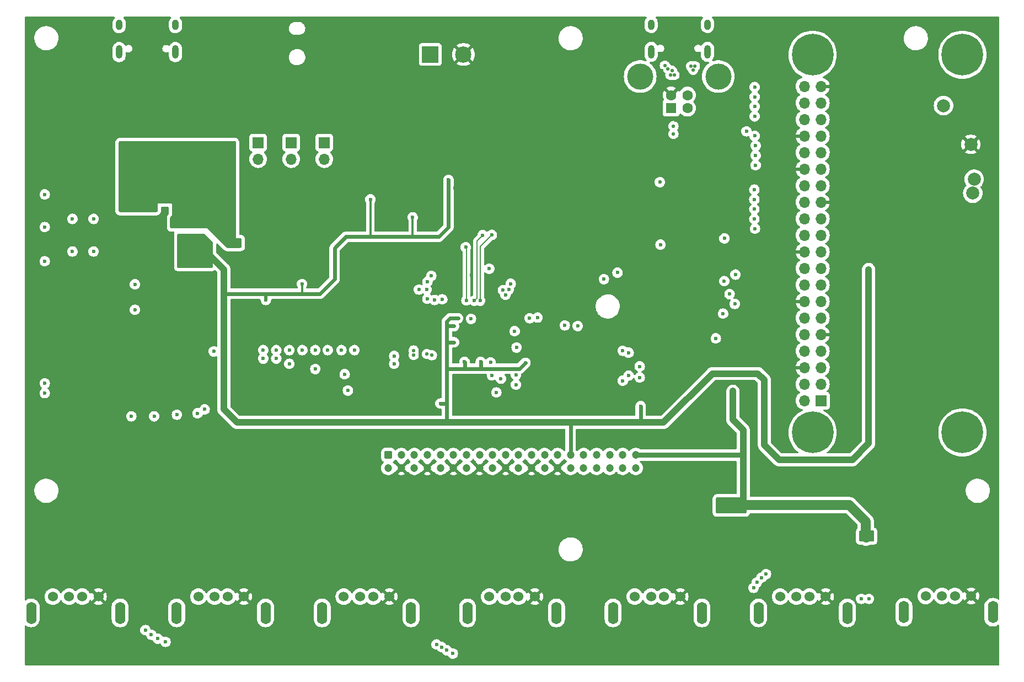
<source format=gbr>
G04 #@! TF.GenerationSoftware,KiCad,Pcbnew,7.0.9*
G04 #@! TF.CreationDate,2024-02-27T14:15:26+02:00*
G04 #@! TF.ProjectId,volthub7,766f6c74-6875-4623-972e-6b696361645f,rev?*
G04 #@! TF.SameCoordinates,Original*
G04 #@! TF.FileFunction,Copper,L3,Inr*
G04 #@! TF.FilePolarity,Positive*
%FSLAX46Y46*%
G04 Gerber Fmt 4.6, Leading zero omitted, Abs format (unit mm)*
G04 Created by KiCad (PCBNEW 7.0.9) date 2024-02-27 14:15:26*
%MOMM*%
%LPD*%
G01*
G04 APERTURE LIST*
G04 Aperture macros list*
%AMRoundRect*
0 Rectangle with rounded corners*
0 $1 Rounding radius*
0 $2 $3 $4 $5 $6 $7 $8 $9 X,Y pos of 4 corners*
0 Add a 4 corners polygon primitive as box body*
4,1,4,$2,$3,$4,$5,$6,$7,$8,$9,$2,$3,0*
0 Add four circle primitives for the rounded corners*
1,1,$1+$1,$2,$3*
1,1,$1+$1,$4,$5*
1,1,$1+$1,$6,$7*
1,1,$1+$1,$8,$9*
0 Add four rect primitives between the rounded corners*
20,1,$1+$1,$2,$3,$4,$5,0*
20,1,$1+$1,$4,$5,$6,$7,0*
20,1,$1+$1,$6,$7,$8,$9,0*
20,1,$1+$1,$8,$9,$2,$3,0*%
G04 Aperture macros list end*
G04 #@! TA.AperFunction,ComponentPad*
%ADD10C,6.400000*%
G04 #@! TD*
G04 #@! TA.AperFunction,ComponentPad*
%ADD11C,1.524000*%
G04 #@! TD*
G04 #@! TA.AperFunction,ComponentPad*
%ADD12O,1.600000X3.400000*%
G04 #@! TD*
G04 #@! TA.AperFunction,ComponentPad*
%ADD13C,2.000000*%
G04 #@! TD*
G04 #@! TA.AperFunction,ComponentPad*
%ADD14R,2.500000X2.500000*%
G04 #@! TD*
G04 #@! TA.AperFunction,ComponentPad*
%ADD15C,2.500000*%
G04 #@! TD*
G04 #@! TA.AperFunction,ComponentPad*
%ADD16R,1.700000X1.700000*%
G04 #@! TD*
G04 #@! TA.AperFunction,ComponentPad*
%ADD17O,1.700000X1.700000*%
G04 #@! TD*
G04 #@! TA.AperFunction,ComponentPad*
%ADD18R,1.600000X1.600000*%
G04 #@! TD*
G04 #@! TA.AperFunction,ComponentPad*
%ADD19C,1.600000*%
G04 #@! TD*
G04 #@! TA.AperFunction,ComponentPad*
%ADD20C,4.000000*%
G04 #@! TD*
G04 #@! TA.AperFunction,ComponentPad*
%ADD21RoundRect,0.250000X-0.350000X-0.350000X0.350000X-0.350000X0.350000X0.350000X-0.350000X0.350000X0*%
G04 #@! TD*
G04 #@! TA.AperFunction,ComponentPad*
%ADD22C,1.200000*%
G04 #@! TD*
G04 #@! TA.AperFunction,ComponentPad*
%ADD23O,1.000000X2.100000*%
G04 #@! TD*
G04 #@! TA.AperFunction,ComponentPad*
%ADD24O,1.000000X1.600000*%
G04 #@! TD*
G04 #@! TA.AperFunction,ViaPad*
%ADD25C,0.600000*%
G04 #@! TD*
G04 #@! TA.AperFunction,ViaPad*
%ADD26C,0.550000*%
G04 #@! TD*
G04 #@! TA.AperFunction,Conductor*
%ADD27C,1.000000*%
G04 #@! TD*
G04 #@! TA.AperFunction,Conductor*
%ADD28C,0.600000*%
G04 #@! TD*
G04 #@! TA.AperFunction,Conductor*
%ADD29C,0.300000*%
G04 #@! TD*
G04 #@! TA.AperFunction,Conductor*
%ADD30C,0.500000*%
G04 #@! TD*
G04 #@! TA.AperFunction,Conductor*
%ADD31C,1.500000*%
G04 #@! TD*
G04 #@! TA.AperFunction,Conductor*
%ADD32C,0.800000*%
G04 #@! TD*
G04 #@! TA.AperFunction,Conductor*
%ADD33C,0.200000*%
G04 #@! TD*
G04 #@! TA.AperFunction,Conductor*
%ADD34C,0.150000*%
G04 #@! TD*
G04 APERTURE END LIST*
D10*
G04 #@! TO.N,unconnected-(H11-Pad1)*
G04 #@! TO.C,H11*
X144262262Y-26750000D03*
G04 #@! TD*
G04 #@! TO.N,unconnected-(H10-Pad1)*
G04 #@! TO.C,H10*
X167262262Y-26750000D03*
G04 #@! TD*
G04 #@! TO.N,unconnected-(H8-Pad1)*
G04 #@! TO.C,H8*
X144262262Y-84750000D03*
G04 #@! TD*
D11*
G04 #@! TO.N,/VBUS2*
G04 #@! TO.C,J5*
X49945595Y-109950000D03*
G04 #@! TO.N,/USB2_DN*
X52445595Y-109950000D03*
G04 #@! TO.N,/USB2_DP*
X54445595Y-109950000D03*
G04 #@! TO.N,GND*
X56945595Y-109950000D03*
D12*
G04 #@! TO.N,Net-(J5-Shield)*
X46620595Y-112450000D03*
X60270595Y-112450000D03*
G04 #@! TD*
D11*
G04 #@! TO.N,/VBUS5*
G04 #@! TO.C,J8*
X116945594Y-109950000D03*
G04 #@! TO.N,/USB5_DN*
X119445594Y-109950000D03*
G04 #@! TO.N,/USB5_DP*
X121445594Y-109950000D03*
G04 #@! TO.N,GND*
X123945594Y-109950000D03*
D12*
G04 #@! TO.N,Net-(J8-Shield)*
X113620594Y-112450000D03*
X127270594Y-112450000D03*
G04 #@! TD*
D13*
G04 #@! TO.N,/USBUP_DN*
G04 #@! TO.C,TP1*
X168862262Y-48000000D03*
G04 #@! TD*
D14*
G04 #@! TO.N,Net-(J12-Pin_1)*
G04 #@! TO.C,J12*
X85567262Y-26700000D03*
D15*
G04 #@! TO.N,GND*
X90647262Y-26700000D03*
G04 #@! TD*
D16*
G04 #@! TO.N,Net-(J12-Pin_1)*
G04 #@! TO.C,JP4*
X69292262Y-40230000D03*
D17*
G04 #@! TO.N,Net-(JP3-B)*
X69292262Y-42770000D03*
G04 #@! TD*
D13*
G04 #@! TO.N,/UP_VBUS*
G04 #@! TO.C,TP3*
X164362262Y-34550000D03*
G04 #@! TD*
D11*
G04 #@! TO.N,/VBUS7*
G04 #@! TO.C,J10*
X161612262Y-109850000D03*
G04 #@! TO.N,/USB7_DN*
X164112262Y-109850000D03*
G04 #@! TO.N,/USB7_DP*
X166112262Y-109850000D03*
G04 #@! TO.N,GND*
X168612262Y-109850000D03*
D12*
G04 #@! TO.N,Net-(J10-Shield)*
X158287262Y-112350000D03*
X171937262Y-112350000D03*
G04 #@! TD*
D10*
G04 #@! TO.N,unconnected-(H9-Pad1)*
G04 #@! TO.C,H9*
X167262262Y-84750000D03*
G04 #@! TD*
D16*
G04 #@! TO.N,/Power/PWR_VBUS*
G04 #@! TO.C,JP2*
X59132262Y-40230000D03*
D17*
G04 #@! TO.N,Net-(JP2-B)*
X59132262Y-42770000D03*
G04 #@! TD*
D18*
G04 #@! TO.N,/UP_VBUS*
G04 #@! TO.C,J1*
X122542262Y-34942500D03*
D19*
G04 #@! TO.N,/USBUP_DN*
X125042262Y-34942500D03*
G04 #@! TO.N,/USBUP_DP*
X125042262Y-32942500D03*
G04 #@! TO.N,GND*
X122542262Y-32942500D03*
D20*
G04 #@! TO.N,/USB_SH*
X117792262Y-30082500D03*
X129792262Y-30082500D03*
G04 #@! TD*
D21*
G04 #@! TO.N,/USB6_DN*
G04 #@! TO.C,J2*
X79112262Y-88200000D03*
D22*
G04 #@! TO.N,/VBUS6*
X79112262Y-90200000D03*
G04 #@! TO.N,/USB6_DP*
X81112262Y-88200000D03*
G04 #@! TO.N,GND*
X81112262Y-90200000D03*
G04 #@! TO.N,/USB7_DN*
X83112262Y-88200000D03*
G04 #@! TO.N,/VBUS7*
X83112262Y-90200000D03*
G04 #@! TO.N,/USB7_DP*
X85112262Y-88200000D03*
G04 #@! TO.N,GND*
X85112262Y-90200000D03*
G04 #@! TO.N,/USB1_DN*
X87112262Y-88200000D03*
G04 #@! TO.N,/VBUS1*
X87112262Y-90200000D03*
G04 #@! TO.N,/USB1_DP*
X89112262Y-88200000D03*
G04 #@! TO.N,GND*
X89112262Y-90200000D03*
G04 #@! TO.N,/USB2_DN*
X91112262Y-88200000D03*
G04 #@! TO.N,/VBUS2*
X91112262Y-90200000D03*
G04 #@! TO.N,/USB2_DP*
X93112262Y-88200000D03*
G04 #@! TO.N,GND*
X93112262Y-90200000D03*
G04 #@! TO.N,/USB3_DN*
X95112262Y-88200000D03*
G04 #@! TO.N,/VBUS3*
X95112262Y-90200000D03*
G04 #@! TO.N,/USB3_DP*
X97112262Y-88200000D03*
G04 #@! TO.N,GND*
X97112262Y-90200000D03*
G04 #@! TO.N,/USB4_DN*
X99112262Y-88200000D03*
G04 #@! TO.N,/VBUS4*
X99112262Y-90200000D03*
G04 #@! TO.N,/USB4_DP*
X101112262Y-88200000D03*
G04 #@! TO.N,GND*
X101112262Y-90200000D03*
G04 #@! TO.N,/USB5_DN*
X103112262Y-88200000D03*
G04 #@! TO.N,/VBUS5*
X103112262Y-90200000D03*
G04 #@! TO.N,/USB5_DP*
X105112262Y-88200000D03*
G04 #@! TO.N,GND*
X105112262Y-90200000D03*
G04 #@! TO.N,+3V3*
X107112262Y-88200000D03*
G04 #@! TO.N,/Output/SW1_P*
X107112262Y-90200000D03*
G04 #@! TO.N,/LEDG_A*
X109112262Y-88200000D03*
G04 #@! TO.N,/Output/SW2_P*
X109112262Y-90200000D03*
G04 #@! TO.N,/LEDR_A*
X111112262Y-88200000D03*
G04 #@! TO.N,/Output/LEDY_A*
X111112262Y-90200000D03*
G04 #@! TO.N,/PI_TXD*
X113112262Y-88200000D03*
G04 #@! TO.N,/Output/OLED_SDA*
X113112262Y-90200000D03*
G04 #@! TO.N,/PI_RXD*
X115112262Y-88200000D03*
G04 #@! TO.N,/Output/OLED_SCL*
X115112262Y-90200000D03*
G04 #@! TO.N,+5V*
X117112262Y-88200000D03*
G04 #@! TO.N,/Output/OLED_VDD*
X117112262Y-90200000D03*
G04 #@! TD*
D11*
G04 #@! TO.N,/VBUS1*
G04 #@! TO.C,J4*
X27612262Y-109950000D03*
G04 #@! TO.N,/USB1_DN*
X30112262Y-109950000D03*
G04 #@! TO.N,/USB1_DP*
X32112262Y-109950000D03*
G04 #@! TO.N,GND*
X34612262Y-109950000D03*
D12*
G04 #@! TO.N,Net-(J4-Shield)*
X24287262Y-112450000D03*
X37937262Y-112450000D03*
G04 #@! TD*
D13*
G04 #@! TO.N,/USBUP_DP*
G04 #@! TO.C,TP2*
X169062262Y-45850000D03*
G04 #@! TD*
D16*
G04 #@! TO.N,Net-(JP3-A)*
G04 #@! TO.C,JP3*
X64212262Y-40230000D03*
D17*
G04 #@! TO.N,Net-(JP3-B)*
X64212262Y-42770000D03*
G04 #@! TD*
D23*
G04 #@! TO.N,/USB_SH*
G04 #@! TO.C,J3*
X128112262Y-26285000D03*
D24*
X128112262Y-22105000D03*
D23*
X119472262Y-26285000D03*
D24*
X119472262Y-22105000D03*
G04 #@! TD*
D11*
G04 #@! TO.N,/VBUS4*
G04 #@! TO.C,J7*
X94612261Y-109950000D03*
G04 #@! TO.N,/USB4_DN*
X97112261Y-109950000D03*
G04 #@! TO.N,/USB4_DP*
X99112261Y-109950000D03*
G04 #@! TO.N,GND*
X101612261Y-109950000D03*
D12*
G04 #@! TO.N,Net-(J7-Shield)*
X91287261Y-112450000D03*
X104937261Y-112450000D03*
G04 #@! TD*
D16*
G04 #@! TO.N,/PI_3V3*
G04 #@! TO.C,U2*
X145538750Y-79868750D03*
D17*
G04 #@! TO.N,/PI_5V*
X142998750Y-79868750D03*
G04 #@! TO.N,Net-(U2-GPIO2{slash}SDA)*
X145538750Y-77328750D03*
G04 #@! TO.N,/PI_5V*
X142998750Y-77328750D03*
G04 #@! TO.N,Net-(U2-GPIO3{slash}SCL)*
X145538750Y-74788750D03*
G04 #@! TO.N,GND*
X142998750Y-74788750D03*
G04 #@! TO.N,Net-(U2-GPIO4{slash}GPCLK0)*
X145538750Y-72248750D03*
G04 #@! TO.N,Net-(U2-GPIO14{slash}TXD)*
X142998750Y-72248750D03*
G04 #@! TO.N,GND*
X145538750Y-69708750D03*
G04 #@! TO.N,Net-(U2-GPIO15{slash}RXD)*
X142998750Y-69708750D03*
G04 #@! TO.N,Net-(U2-GPIO17)*
X145538750Y-67168750D03*
G04 #@! TO.N,Net-(U2-GPIO18{slash}PCM_CLK)*
X142998750Y-67168750D03*
G04 #@! TO.N,Net-(U2-GPIO27)*
X145538750Y-64628750D03*
G04 #@! TO.N,GND*
X142998750Y-64628750D03*
G04 #@! TO.N,Net-(U2-GPIO22)*
X145538750Y-62088750D03*
G04 #@! TO.N,Net-(U2-GPIO23)*
X142998750Y-62088750D03*
G04 #@! TO.N,/PI_3V3*
X145538750Y-59548750D03*
G04 #@! TO.N,Net-(U2-GPIO24)*
X142998750Y-59548750D03*
G04 #@! TO.N,Net-(U2-GPIO10{slash}MOSI)*
X145538750Y-57008750D03*
G04 #@! TO.N,GND*
X142998750Y-57008750D03*
G04 #@! TO.N,Net-(U2-GPIO9{slash}MISO)*
X145538750Y-54468750D03*
G04 #@! TO.N,Net-(U2-GPIO25)*
X142998750Y-54468750D03*
G04 #@! TO.N,Net-(U2-GPIO11{slash}SCLK)*
X145538750Y-51928750D03*
G04 #@! TO.N,Net-(U2-GPIO8{slash}CE0)*
X142998750Y-51928750D03*
G04 #@! TO.N,GND*
X145538750Y-49388750D03*
G04 #@! TO.N,Net-(U2-GPIO7{slash}CE1)*
X142998750Y-49388750D03*
G04 #@! TO.N,unconnected-(U2-GPIO0{slash}ID_SD-Pad27)*
X145538750Y-46848750D03*
G04 #@! TO.N,unconnected-(U2-GPIO1{slash}ID_SC-Pad28)*
X142998750Y-46848750D03*
G04 #@! TO.N,Net-(U2-GPIO5)*
X145538750Y-44308750D03*
G04 #@! TO.N,GND*
X142998750Y-44308750D03*
G04 #@! TO.N,Net-(U2-GPIO6)*
X145538750Y-41768750D03*
G04 #@! TO.N,Net-(U2-GPIO12{slash}PWM0)*
X142998750Y-41768750D03*
G04 #@! TO.N,Net-(U2-GPIO13{slash}PWM1)*
X145538750Y-39228750D03*
G04 #@! TO.N,GND*
X142998750Y-39228750D03*
G04 #@! TO.N,Net-(U2-GPIO19{slash}PCM_FS)*
X145538750Y-36688750D03*
G04 #@! TO.N,Net-(U2-GPIO16)*
X142998750Y-36688750D03*
G04 #@! TO.N,Net-(U2-GPIO26)*
X145538750Y-34148750D03*
G04 #@! TO.N,Net-(U2-GPIO20{slash}PCM_DIN)*
X142998750Y-34148750D03*
G04 #@! TO.N,GND*
X145538750Y-31608750D03*
G04 #@! TO.N,Net-(U2-GPIO21{slash}PCM_DOUT)*
X142998750Y-31608750D03*
G04 #@! TD*
D11*
G04 #@! TO.N,/VBUS3*
G04 #@! TO.C,J6*
X72278928Y-109950000D03*
G04 #@! TO.N,/USB3_DN*
X74778928Y-109950000D03*
G04 #@! TO.N,/USB3_DP*
X76778928Y-109950000D03*
G04 #@! TO.N,GND*
X79278928Y-109950000D03*
D12*
G04 #@! TO.N,Net-(J6-Shield)*
X68953928Y-112450000D03*
X82603928Y-112450000D03*
G04 #@! TD*
D13*
G04 #@! TO.N,GND*
G04 #@! TO.C,TP4*
X168562262Y-40500000D03*
G04 #@! TD*
D23*
G04 #@! TO.N,/Power/USB_SH*
G04 #@! TO.C,J11*
X46432262Y-26330000D03*
D24*
X46432262Y-22150000D03*
D23*
X37792262Y-26330000D03*
D24*
X37792262Y-22150000D03*
G04 #@! TD*
D11*
G04 #@! TO.N,/VBUS6*
G04 #@! TO.C,J9*
X139278927Y-109950000D03*
G04 #@! TO.N,/USB6_DN*
X141778927Y-109950000D03*
G04 #@! TO.N,/USB6_DP*
X143778927Y-109950000D03*
G04 #@! TO.N,GND*
X146278927Y-109950000D03*
D12*
G04 #@! TO.N,Net-(J9-Shield)*
X135953927Y-112450000D03*
X149603927Y-112450000D03*
G04 #@! TD*
D25*
G04 #@! TO.N,GND*
X53612262Y-118700000D03*
X153612262Y-27200000D03*
D26*
X125012262Y-25000000D03*
X124362262Y-40450000D03*
D25*
X58362262Y-51700000D03*
X42362262Y-53200000D03*
X91912262Y-60600000D03*
X41112262Y-57200000D03*
X71012262Y-97700000D03*
X110112262Y-45200000D03*
X42362262Y-53950000D03*
X138512262Y-97800000D03*
X38512262Y-29200000D03*
X33112262Y-99300000D03*
X70112262Y-79700000D03*
X42362262Y-55700000D03*
X57612262Y-52450000D03*
X133112262Y-98700000D03*
X61612262Y-41200000D03*
X60612262Y-51700000D03*
X140612262Y-97800000D03*
X120612262Y-119700000D03*
X58862262Y-56950000D03*
X31112262Y-118200000D03*
X76212262Y-66000000D03*
X58862262Y-57700000D03*
D26*
X111112262Y-39200000D03*
D25*
X49112262Y-29200000D03*
X60612262Y-48700000D03*
X60362262Y-57700000D03*
X71712262Y-97700000D03*
X139912262Y-97800000D03*
X128112262Y-57700000D03*
X42362262Y-52450000D03*
X70612262Y-47800000D03*
X160112262Y-28700000D03*
X171362262Y-100450000D03*
X99612262Y-63700000D03*
X24612262Y-28700000D03*
X102762262Y-72950000D03*
X65612262Y-57200000D03*
X85112262Y-52950000D03*
X39212262Y-29200000D03*
X43862262Y-55700000D03*
X126612262Y-85200000D03*
X85112262Y-51700000D03*
X141112262Y-58200000D03*
X51612262Y-29200000D03*
X64862262Y-56450000D03*
X148112262Y-29700000D03*
X75612262Y-62200000D03*
X116212262Y-97700000D03*
D26*
X123112262Y-39900000D03*
D25*
X139212262Y-97800000D03*
X120112262Y-77700000D03*
X38662262Y-77762500D03*
X43362262Y-102000000D03*
X39612262Y-33950000D03*
X25612262Y-85700000D03*
X161212262Y-97800000D03*
X27912262Y-97800000D03*
X49912262Y-97800000D03*
X64862262Y-57200000D03*
X48612262Y-79200000D03*
D26*
X170462262Y-47050000D03*
D25*
X92512262Y-70600000D03*
X24862262Y-43200000D03*
X166612262Y-61700000D03*
D26*
X119212262Y-37500000D03*
D25*
X153112262Y-21700000D03*
X85112262Y-50450000D03*
X58112262Y-56950000D03*
X132862262Y-105200000D03*
D26*
X127162262Y-29050000D03*
D25*
X122312262Y-99100000D03*
X111612262Y-85200000D03*
X44612262Y-58700000D03*
X88912262Y-60600000D03*
X133112262Y-25950000D03*
X59612262Y-24450000D03*
X128112262Y-50200000D03*
X87362262Y-105700000D03*
X58112262Y-57700000D03*
X88112262Y-102000000D03*
X41112262Y-57950000D03*
X56862262Y-52450000D03*
X132012262Y-105200000D03*
X132612262Y-102000000D03*
X39212262Y-28500000D03*
X72912262Y-47900000D03*
X148612262Y-38700000D03*
X57612262Y-51700000D03*
X98012262Y-50300000D03*
X60612262Y-50950000D03*
X160512262Y-97800000D03*
X50612262Y-97800000D03*
X90612262Y-79800000D03*
X57112262Y-22450000D03*
X154612262Y-105400000D03*
X64612262Y-89700000D03*
X88112262Y-98700000D03*
X131612262Y-21700000D03*
D26*
X120412262Y-28450000D03*
D25*
X142612262Y-118700000D03*
X90112262Y-43200000D03*
X66362262Y-57950000D03*
X93612262Y-79800000D03*
X147112262Y-94200000D03*
X35112262Y-43200000D03*
X104612262Y-45200000D03*
X65612262Y-56450000D03*
X95912262Y-73400000D03*
X146712262Y-100400000D03*
X94912262Y-97800000D03*
X33712262Y-70200000D03*
X66362262Y-56450000D03*
X161912262Y-97800000D03*
X33612262Y-89200000D03*
X58112262Y-89200000D03*
X153912262Y-105400000D03*
X43612262Y-105600000D03*
X87712262Y-105000000D03*
X113612262Y-74200000D03*
X98112262Y-119700000D03*
X141112262Y-87500000D03*
X38612262Y-66200000D03*
X60612262Y-52450000D03*
X64862262Y-57950000D03*
X59612262Y-57700000D03*
D26*
X120462262Y-29650000D03*
D25*
X24862262Y-38200000D03*
X86512262Y-105600000D03*
X94212262Y-97800000D03*
X58362262Y-52450000D03*
X152112262Y-111950000D03*
X59862262Y-51700000D03*
X75612262Y-118700000D03*
X78687762Y-79950000D03*
X167112262Y-77200000D03*
D26*
X121112262Y-29800000D03*
D25*
X115512262Y-97700000D03*
X27212262Y-97800000D03*
X83212262Y-70900000D03*
X46612262Y-28300000D03*
X26512262Y-97800000D03*
X59862262Y-52450000D03*
X43012262Y-105000000D03*
X28612262Y-97800000D03*
X37112262Y-100200000D03*
D26*
X122412262Y-23500000D03*
X111112262Y-37450000D03*
D25*
X45612262Y-89200000D03*
X150112262Y-119200000D03*
X85612262Y-59200000D03*
X106812262Y-77300000D03*
X64362262Y-119200000D03*
X42162262Y-77762500D03*
D26*
X119312262Y-35800000D03*
D25*
X76112262Y-89700000D03*
X57112262Y-28700000D03*
X148612262Y-69700000D03*
X159112262Y-94200000D03*
X83612262Y-98700000D03*
X44612262Y-55700000D03*
X43112262Y-52700000D03*
X43112262Y-58700000D03*
X59612262Y-26700000D03*
X46612262Y-29000000D03*
X67612262Y-50200000D03*
X124512262Y-72700000D03*
X57612262Y-78200000D03*
X107112262Y-97700000D03*
X45912262Y-28300000D03*
X100112262Y-99100000D03*
X38512262Y-28500000D03*
X85112262Y-49200000D03*
X78112262Y-22200000D03*
X106100000Y-70900000D03*
X66362262Y-57200000D03*
X102762262Y-71350000D03*
X62612262Y-62200000D03*
D26*
X120462262Y-29050000D03*
D25*
X76512262Y-100500000D03*
X102662262Y-68450000D03*
X43112262Y-51950000D03*
X60362262Y-56950000D03*
X61862262Y-22700000D03*
X132612262Y-45200000D03*
X43112262Y-53450000D03*
X60612262Y-50200000D03*
X42362262Y-105600000D03*
X63612262Y-98200000D03*
X128112262Y-98700000D03*
X141112262Y-45700000D03*
X49212262Y-97800000D03*
X162612262Y-97800000D03*
X60612262Y-49450000D03*
X43112262Y-55700000D03*
X45112262Y-33950000D03*
X83212262Y-78700000D03*
X42362262Y-58700000D03*
X83212262Y-68100000D03*
X129112262Y-35700000D03*
X131362262Y-119200000D03*
X165612262Y-118700000D03*
X59612262Y-56950000D03*
X55112262Y-99100000D03*
X102762262Y-69950000D03*
X117612262Y-97700000D03*
X66612262Y-40700000D03*
X61862262Y-28700000D03*
X93512262Y-97800000D03*
X138612262Y-25950000D03*
X116912262Y-97700000D03*
X48512262Y-97800000D03*
X43862262Y-58700000D03*
X55612262Y-38200000D03*
X83212262Y-77049500D03*
X116612262Y-22200000D03*
X32012262Y-78900000D03*
D26*
X80112262Y-79700000D03*
X123212262Y-36800000D03*
D25*
X86612262Y-119200000D03*
X59362262Y-60700000D03*
X45662262Y-77762500D03*
D26*
X121062262Y-29200000D03*
D25*
X65612262Y-57950000D03*
X42112262Y-23200000D03*
X78462262Y-77950000D03*
X155312262Y-105400000D03*
X103112262Y-50200000D03*
X83212262Y-80300000D03*
X83212262Y-75900000D03*
X89362262Y-47200000D03*
D26*
X126962262Y-29750000D03*
D25*
X95612262Y-57200000D03*
X148612262Y-104200000D03*
X89112262Y-57200000D03*
D26*
X126262262Y-30100000D03*
D25*
X116312262Y-61900000D03*
X105812262Y-56100000D03*
X83012262Y-74324500D03*
X59112262Y-52450000D03*
D26*
X117862262Y-40450000D03*
D25*
X56862262Y-51700000D03*
X72412262Y-97700000D03*
X73112262Y-97700000D03*
X148612262Y-49200000D03*
X154512262Y-102100000D03*
X41112262Y-56450000D03*
X74112262Y-80450000D03*
X35112262Y-22200000D03*
X32012262Y-76000000D03*
X78412262Y-47800000D03*
X126612262Y-90200000D03*
X95612262Y-97800000D03*
X101112262Y-22200000D03*
X59112262Y-51700000D03*
X25612262Y-70200000D03*
X114612262Y-69700000D03*
X109112262Y-119200000D03*
D26*
X127212262Y-28400000D03*
D25*
X59612262Y-30450000D03*
X24612262Y-61200000D03*
X41862262Y-119200000D03*
X166512262Y-100300000D03*
X171612262Y-31200000D03*
G04 #@! TO.N,+3V3*
X152862262Y-59700000D03*
X152862262Y-79950000D03*
X50612262Y-58700000D03*
X30612262Y-51950000D03*
X60312262Y-64400000D03*
X87112262Y-80300000D03*
X82862262Y-51700000D03*
X88362262Y-45950000D03*
X117862262Y-80700000D03*
X47612262Y-58700000D03*
X49112262Y-55700000D03*
X33862262Y-56950000D03*
X89812262Y-67200000D03*
X65862262Y-61950000D03*
X48362262Y-55700000D03*
X40212262Y-65900000D03*
X49112262Y-58700000D03*
X50612262Y-55700000D03*
X89212262Y-68400000D03*
X49862262Y-55700000D03*
X76362262Y-48950000D03*
X51362262Y-55700000D03*
X47612262Y-55700000D03*
X33862262Y-51950000D03*
X89212262Y-70900000D03*
X49862262Y-58700000D03*
X30612262Y-56950000D03*
X48362262Y-58700000D03*
X40212262Y-62000000D03*
X93312262Y-73900000D03*
D26*
X100162262Y-74050000D03*
D25*
X51362262Y-58700000D03*
X90812262Y-73900000D03*
D26*
G04 #@! TO.N,/UP_VBUS*
X122662262Y-29200000D03*
X122062262Y-28900000D03*
X125612262Y-28500000D03*
X125912262Y-29050000D03*
X121562262Y-28400000D03*
X126212262Y-28500000D03*
X123062262Y-29850000D03*
X122412262Y-29850000D03*
D25*
G04 #@! TO.N,/XTAL1*
X80012262Y-74200000D03*
D26*
X85812262Y-72900000D03*
G04 #@! TO.N,/XTAL2*
X85012262Y-72700000D03*
D25*
X80012262Y-73000000D03*
G04 #@! TO.N,/RESET_USB*
X114312262Y-60200000D03*
X94612262Y-59600000D03*
G04 #@! TO.N,+5V*
X132012262Y-95900000D03*
X153212262Y-100200000D03*
X44362262Y-45700000D03*
X132812262Y-96700000D03*
X49112262Y-45200000D03*
X132012262Y-78400000D03*
X133612262Y-95900000D03*
X44362262Y-46700000D03*
X44862262Y-44950000D03*
X132012262Y-96700000D03*
X47362262Y-45700000D03*
X43612262Y-48200000D03*
X43612262Y-45200000D03*
X133612262Y-96700000D03*
X46862262Y-44950000D03*
X132012262Y-80600000D03*
X48362262Y-46700000D03*
X47862262Y-44950000D03*
X132012262Y-79200000D03*
X46362262Y-45700000D03*
X48362262Y-48700000D03*
X43612262Y-47200000D03*
X152512262Y-100200000D03*
X132812262Y-95900000D03*
X44362262Y-47700000D03*
X132812262Y-95100000D03*
X49112262Y-48200000D03*
X49112262Y-47200000D03*
X133612262Y-95100000D03*
X132012262Y-95100000D03*
X151812262Y-100200000D03*
X49112262Y-46200000D03*
X45362262Y-45700000D03*
X48362262Y-45700000D03*
X44362262Y-48700000D03*
X43612262Y-46200000D03*
X153212262Y-100900000D03*
X132012262Y-79900000D03*
X45862262Y-44950000D03*
X152512262Y-100900000D03*
X48362262Y-47700000D03*
X151812262Y-100900000D03*
G04 #@! TO.N,/Output/SWITCH1*
X130712262Y-54950000D03*
X50912262Y-81200000D03*
G04 #@! TO.N,/GPIO18*
X49812262Y-81800000D03*
X130512262Y-66500000D03*
D26*
G04 #@! TO.N,/USBUP_DP*
X83012262Y-72850000D03*
X122912262Y-37700000D03*
D25*
G04 #@! TO.N,/LEDA1*
X72912262Y-78300000D03*
X95712262Y-78600000D03*
G04 #@! TO.N,/LEDA2*
X52312262Y-72300000D03*
X98712262Y-77400000D03*
G04 #@! TO.N,/LEDA3*
X97912262Y-61900000D03*
X85112262Y-61600000D03*
G04 #@! TO.N,/LEDB3*
X96712262Y-62900000D03*
X83812262Y-62800000D03*
G04 #@! TO.N,/LEDA4*
X59912262Y-73400000D03*
X59912262Y-72100000D03*
X97112262Y-63600000D03*
X85112262Y-64200000D03*
G04 #@! TO.N,/LEDB4*
X97612262Y-62800000D03*
X61912262Y-72100000D03*
X85012262Y-62800000D03*
X61912262Y-73400000D03*
G04 #@! TO.N,/LEDA5*
X63912262Y-72100000D03*
X63912262Y-74200000D03*
G04 #@! TO.N,/LEDB5*
X65912262Y-72100000D03*
X98712262Y-75900000D03*
G04 #@! TO.N,/LEDA6*
X67912262Y-72100000D03*
X67912262Y-75000000D03*
G04 #@! TO.N,/LEDB6*
X69812262Y-72100000D03*
X96412262Y-76500000D03*
G04 #@! TO.N,/LEDA7*
X71912262Y-72100000D03*
X72412262Y-75800000D03*
G04 #@! TO.N,/LEDB7*
X73912262Y-72100000D03*
X95025008Y-75987254D03*
G04 #@! TO.N,/PI_TXD*
X116012262Y-76000000D03*
X116012262Y-72500000D03*
G04 #@! TO.N,/PI_RXD*
X115112262Y-72200000D03*
X115112262Y-76800000D03*
G04 #@! TO.N,/Output/SW1_P*
X26362262Y-78700000D03*
G04 #@! TO.N,/EE_WP*
X120912262Y-55900000D03*
X120812262Y-46300000D03*
X130700000Y-61500000D03*
X129400000Y-70300000D03*
G04 #@! TO.N,/SDA*
X93212262Y-64500000D03*
X106200000Y-68300000D03*
X95012262Y-54400000D03*
G04 #@! TO.N,/SCL{slash}CFG_SEL0*
X117712262Y-74600000D03*
X93612262Y-54450000D03*
X108200000Y-68400000D03*
X117712262Y-76300000D03*
X92312262Y-64500000D03*
G04 #@! TO.N,/Output/LED_G*
X39662262Y-82262500D03*
X132312262Y-65000000D03*
G04 #@! TO.N,/Output/LED_R*
X131512262Y-63500000D03*
X46662262Y-82012500D03*
G04 #@! TO.N,/Output/LED_Y*
X43162262Y-82262500D03*
X132412262Y-60500000D03*
G04 #@! TO.N,/PRTPWR1*
X41812262Y-115100000D03*
X135512262Y-40700000D03*
G04 #@! TO.N,/OCS1*
X42712262Y-115800000D03*
X135512262Y-42200000D03*
G04 #@! TO.N,/PRTPWR2*
X135312262Y-47450000D03*
X44912262Y-116900000D03*
X100812262Y-67200000D03*
X98512262Y-69200000D03*
G04 #@! TO.N,/OCS2*
X135512262Y-43700000D03*
X43712262Y-116400000D03*
G04 #@! TO.N,/PRTPWR3*
X102012262Y-67100000D03*
X135312262Y-48950000D03*
X98812262Y-71700000D03*
X86512262Y-117300000D03*
G04 #@! TO.N,/OCS3*
X87312262Y-117700000D03*
X135312262Y-50450000D03*
G04 #@! TO.N,/PRTPWR4*
X135412262Y-53450000D03*
X89012262Y-118700000D03*
G04 #@! TO.N,/OCS4*
X88112262Y-118200000D03*
X135312262Y-51950000D03*
G04 #@! TO.N,/VBUS_DET*
X91112262Y-64450000D03*
X91012262Y-56300000D03*
G04 #@! TO.N,/HS_IND{slash}CFG_SEL1*
X87412262Y-64300000D03*
X91812262Y-67300000D03*
G04 #@! TO.N,/CFG_SEL2*
X86212262Y-64400000D03*
X94812262Y-74000000D03*
G04 #@! TO.N,/DCDC_PG*
X112212262Y-61200000D03*
X85712262Y-60700000D03*
G04 #@! TO.N,/OCS7*
X135362262Y-34700000D03*
X152912262Y-110300000D03*
G04 #@! TO.N,/PRTPWR7*
X135362262Y-36200000D03*
X151712262Y-110300000D03*
G04 #@! TO.N,/OCS6*
X135712262Y-107750500D03*
X135362262Y-33200000D03*
G04 #@! TO.N,/PRTPWR6*
X135362262Y-31700000D03*
X135212262Y-108600000D03*
G04 #@! TO.N,/OCS5*
X136412262Y-107049500D03*
X134112262Y-38500000D03*
G04 #@! TO.N,/PRTPWR5*
X135362262Y-39200000D03*
X137112262Y-106500000D03*
D26*
G04 #@! TO.N,/USBUP_DN*
X83012262Y-72150000D03*
X122912262Y-38900000D03*
D25*
G04 #@! TO.N,/Output/LEDY_A*
X26362262Y-53200000D03*
G04 #@! TO.N,/LEDG_A*
X26362262Y-58450000D03*
G04 #@! TO.N,/Output/SW2_P*
X26362262Y-77200000D03*
G04 #@! TO.N,/LEDR_A*
X26362262Y-48200000D03*
G04 #@! TD*
D27*
G04 #@! TO.N,+3V3*
X152862262Y-79950000D02*
X152862262Y-59700000D01*
X150362262Y-88950000D02*
X152862262Y-86450000D01*
X121362262Y-83200000D02*
X128862262Y-75700000D01*
D28*
X53862262Y-63450000D02*
X60312262Y-63450000D01*
X93362262Y-74950000D02*
X99262262Y-74950000D01*
X117862262Y-80700000D02*
X117862262Y-83200000D01*
D29*
X65862262Y-61950000D02*
X65862262Y-63450000D01*
D27*
X53862262Y-59700000D02*
X53862262Y-63450000D01*
D28*
X93362262Y-73950000D02*
X93362262Y-74950000D01*
D29*
X82862262Y-51700000D02*
X82862262Y-54700000D01*
D28*
X87112262Y-80300000D02*
X88112262Y-80300000D01*
X90812262Y-73900000D02*
X90862262Y-73950000D01*
X65862262Y-63450000D02*
X68612262Y-63450000D01*
X86862262Y-54700000D02*
X88362262Y-53200000D01*
X70862262Y-56450000D02*
X72612262Y-54700000D01*
D27*
X136862262Y-76700000D02*
X136862262Y-86700000D01*
D28*
X88112262Y-74950000D02*
X90862262Y-74950000D01*
D27*
X53862262Y-63450000D02*
X53862262Y-81200000D01*
D28*
X93312262Y-73900000D02*
X93362262Y-73950000D01*
D27*
X128862262Y-75700000D02*
X135862262Y-75700000D01*
D28*
X88162262Y-68400000D02*
X88112262Y-68450000D01*
X88612262Y-67200000D02*
X89812262Y-67200000D01*
D27*
X49862262Y-55700000D02*
X53862262Y-59700000D01*
D28*
X88112262Y-74950000D02*
X88112262Y-70950000D01*
X68612262Y-63450000D02*
X70862262Y-61200000D01*
X70862262Y-61200000D02*
X70862262Y-56450000D01*
D27*
X135862262Y-75700000D02*
X136862262Y-76700000D01*
D28*
X90862262Y-74950000D02*
X93362262Y-74950000D01*
D27*
X136862262Y-86700000D02*
X139112262Y-88950000D01*
X117862262Y-83200000D02*
X121362262Y-83200000D01*
D30*
X60312262Y-64400000D02*
X60312262Y-63450000D01*
D28*
X88012262Y-83200000D02*
X88112262Y-83100000D01*
X82862262Y-54700000D02*
X86862262Y-54700000D01*
X88112262Y-70950000D02*
X88112262Y-68450000D01*
X107112262Y-88200000D02*
X107112262Y-83450000D01*
X60312262Y-63450000D02*
X65862262Y-63450000D01*
D27*
X55862262Y-83200000D02*
X86112262Y-83200000D01*
D28*
X87362262Y-83200000D02*
X88012262Y-83200000D01*
X90862262Y-73950000D02*
X90862262Y-74950000D01*
X99262262Y-74950000D02*
X100162262Y-74050000D01*
D29*
X76362262Y-48950000D02*
X76362262Y-54700000D01*
D27*
X86112262Y-83200000D02*
X87362262Y-83200000D01*
D28*
X88112262Y-83100000D02*
X88112262Y-80300000D01*
X76362262Y-54700000D02*
X82862262Y-54700000D01*
D27*
X53862262Y-81200000D02*
X55862262Y-83200000D01*
D28*
X89212262Y-68400000D02*
X88162262Y-68400000D01*
D27*
X87362262Y-83200000D02*
X107362262Y-83200000D01*
D28*
X88112262Y-80300000D02*
X88112262Y-74950000D01*
X88362262Y-53200000D02*
X88362262Y-45950000D01*
X72612262Y-54700000D02*
X76362262Y-54700000D01*
D27*
X152862262Y-86450000D02*
X152862262Y-79950000D01*
D28*
X88112262Y-67700000D02*
X88612262Y-67200000D01*
X89212262Y-70900000D02*
X88162262Y-70900000D01*
D27*
X107362262Y-83200000D02*
X117862262Y-83200000D01*
X139112262Y-88950000D02*
X150362262Y-88950000D01*
D28*
X107112262Y-83450000D02*
X107362262Y-83200000D01*
X88112262Y-68450000D02*
X88112262Y-67700000D01*
X88162262Y-70900000D02*
X88112262Y-70950000D01*
D27*
G04 #@! TO.N,+5V*
X133612262Y-84400000D02*
X132012262Y-82800000D01*
D31*
X152412262Y-100800000D02*
X152512262Y-100900000D01*
D27*
X132012262Y-79900000D02*
X132012262Y-78400000D01*
X133612262Y-95900000D02*
X133612262Y-88100000D01*
X133612262Y-88100000D02*
X133612262Y-84400000D01*
D31*
X152412262Y-98400000D02*
X152412262Y-100800000D01*
X132812262Y-95900000D02*
X149912262Y-95900000D01*
D27*
X132012262Y-82800000D02*
X132012262Y-80600000D01*
D31*
X149912262Y-95900000D02*
X152412262Y-98400000D01*
D32*
X117112262Y-88200000D02*
X133512262Y-88200000D01*
D27*
X132012262Y-80600000D02*
X132012262Y-79900000D01*
D32*
X133512262Y-88200000D02*
X133612262Y-88100000D01*
D33*
G04 #@! TO.N,/SDA*
X93212262Y-64500000D02*
X93212262Y-56200000D01*
X93212262Y-56200000D02*
X95012262Y-54400000D01*
G04 #@! TO.N,/SCL{slash}CFG_SEL0*
X92312262Y-64500000D02*
X92712262Y-64100000D01*
X92712262Y-64100000D02*
X92712262Y-55350000D01*
X92712262Y-55350000D02*
X93612262Y-54450000D01*
D34*
G04 #@! TO.N,/VBUS_DET*
X91112262Y-64450000D02*
X91112262Y-56400000D01*
X91112262Y-56400000D02*
X91012262Y-56300000D01*
G04 #@! TD*
G04 #@! TA.AperFunction,Conductor*
G04 #@! TO.N,GND*
G36*
X80278044Y-88926815D02*
G01*
X80291257Y-88940689D01*
X80291637Y-88940344D01*
X80295498Y-88944580D01*
X80423579Y-89061340D01*
X80446221Y-89081981D01*
X80466558Y-89094573D01*
X80478771Y-89102135D01*
X80525406Y-89154163D01*
X80536667Y-89221851D01*
X80531573Y-89265758D01*
X81090816Y-89825000D01*
X81081189Y-89825000D01*
X80988816Y-89840414D01*
X80878748Y-89899981D01*
X80793984Y-89992059D01*
X80743711Y-90106670D01*
X80737716Y-90179008D01*
X80174794Y-89616086D01*
X80123614Y-89619645D01*
X80055370Y-89604658D01*
X80016059Y-89570671D01*
X79929024Y-89455419D01*
X79846757Y-89380423D01*
X79810476Y-89320712D01*
X79812236Y-89250865D01*
X79851479Y-89193057D01*
X79865193Y-89183251D01*
X79930918Y-89142712D01*
X80054974Y-89018656D01*
X80093052Y-88956920D01*
X80144999Y-88910195D01*
X80213961Y-88898972D01*
X80278044Y-88926815D01*
G37*
G04 #@! TD.AperFunction*
G04 #@! TA.AperFunction,Conductor*
G36*
X84200311Y-88820386D02*
G01*
X84211216Y-88832971D01*
X84295499Y-88944581D01*
X84425160Y-89062782D01*
X84446221Y-89081981D01*
X84466558Y-89094573D01*
X84478771Y-89102135D01*
X84525406Y-89154163D01*
X84536667Y-89221851D01*
X84531573Y-89265758D01*
X85090816Y-89825000D01*
X85081189Y-89825000D01*
X84988816Y-89840414D01*
X84878748Y-89899981D01*
X84793984Y-89992059D01*
X84743711Y-90106670D01*
X84737716Y-90179008D01*
X84174794Y-89616086D01*
X84123614Y-89619645D01*
X84055370Y-89604658D01*
X84016059Y-89570671D01*
X83929024Y-89455418D01*
X83778304Y-89318019D01*
X83766985Y-89311011D01*
X83757966Y-89305426D01*
X83711331Y-89253401D01*
X83700226Y-89184419D01*
X83728178Y-89120385D01*
X83757965Y-89094573D01*
X83778303Y-89081981D01*
X83847773Y-89018651D01*
X83929024Y-88944581D01*
X83931964Y-88940689D01*
X84013308Y-88832970D01*
X84069417Y-88791335D01*
X84139129Y-88786644D01*
X84200311Y-88820386D01*
G37*
G04 #@! TD.AperFunction*
G04 #@! TA.AperFunction,Conductor*
G36*
X88200311Y-88820386D02*
G01*
X88211216Y-88832971D01*
X88295499Y-88944581D01*
X88425160Y-89062782D01*
X88446221Y-89081981D01*
X88466558Y-89094573D01*
X88478771Y-89102135D01*
X88525406Y-89154163D01*
X88536667Y-89221851D01*
X88531573Y-89265758D01*
X89090816Y-89825000D01*
X89081189Y-89825000D01*
X88988816Y-89840414D01*
X88878748Y-89899981D01*
X88793984Y-89992059D01*
X88743711Y-90106670D01*
X88737716Y-90179008D01*
X88174794Y-89616086D01*
X88123614Y-89619645D01*
X88055370Y-89604658D01*
X88016059Y-89570671D01*
X87929024Y-89455418D01*
X87778304Y-89318019D01*
X87766985Y-89311011D01*
X87757966Y-89305426D01*
X87711331Y-89253401D01*
X87700226Y-89184419D01*
X87728178Y-89120385D01*
X87757965Y-89094573D01*
X87778303Y-89081981D01*
X87847773Y-89018651D01*
X87929024Y-88944581D01*
X87931964Y-88940689D01*
X88013308Y-88832970D01*
X88069417Y-88791335D01*
X88139129Y-88786644D01*
X88200311Y-88820386D01*
G37*
G04 #@! TD.AperFunction*
G04 #@! TA.AperFunction,Conductor*
G36*
X92200311Y-88820386D02*
G01*
X92211216Y-88832971D01*
X92295499Y-88944581D01*
X92425160Y-89062782D01*
X92446221Y-89081981D01*
X92466558Y-89094573D01*
X92478771Y-89102135D01*
X92525406Y-89154163D01*
X92536667Y-89221851D01*
X92531573Y-89265758D01*
X93090816Y-89825000D01*
X93081189Y-89825000D01*
X92988816Y-89840414D01*
X92878748Y-89899981D01*
X92793984Y-89992059D01*
X92743711Y-90106670D01*
X92737716Y-90179008D01*
X92174794Y-89616086D01*
X92123614Y-89619645D01*
X92055370Y-89604658D01*
X92016059Y-89570671D01*
X91929024Y-89455418D01*
X91778304Y-89318019D01*
X91766985Y-89311011D01*
X91757966Y-89305426D01*
X91711331Y-89253401D01*
X91700226Y-89184419D01*
X91728178Y-89120385D01*
X91757965Y-89094573D01*
X91778303Y-89081981D01*
X91847773Y-89018651D01*
X91929024Y-88944581D01*
X91931964Y-88940689D01*
X92013308Y-88832970D01*
X92069417Y-88791335D01*
X92139129Y-88786644D01*
X92200311Y-88820386D01*
G37*
G04 #@! TD.AperFunction*
G04 #@! TA.AperFunction,Conductor*
G36*
X96200311Y-88820386D02*
G01*
X96211216Y-88832971D01*
X96295499Y-88944581D01*
X96425160Y-89062782D01*
X96446221Y-89081981D01*
X96466558Y-89094573D01*
X96478771Y-89102135D01*
X96525406Y-89154163D01*
X96536667Y-89221851D01*
X96531573Y-89265758D01*
X97090816Y-89825000D01*
X97081189Y-89825000D01*
X96988816Y-89840414D01*
X96878748Y-89899981D01*
X96793984Y-89992059D01*
X96743711Y-90106670D01*
X96737716Y-90179008D01*
X96174794Y-89616086D01*
X96123614Y-89619645D01*
X96055370Y-89604658D01*
X96016059Y-89570671D01*
X95929024Y-89455418D01*
X95778304Y-89318019D01*
X95766985Y-89311011D01*
X95757966Y-89305426D01*
X95711331Y-89253401D01*
X95700226Y-89184419D01*
X95728178Y-89120385D01*
X95757965Y-89094573D01*
X95778303Y-89081981D01*
X95847773Y-89018651D01*
X95929024Y-88944581D01*
X95931964Y-88940689D01*
X96013308Y-88832970D01*
X96069417Y-88791335D01*
X96139129Y-88786644D01*
X96200311Y-88820386D01*
G37*
G04 #@! TD.AperFunction*
G04 #@! TA.AperFunction,Conductor*
G36*
X100200311Y-88820386D02*
G01*
X100211216Y-88832971D01*
X100295499Y-88944581D01*
X100425160Y-89062782D01*
X100446221Y-89081981D01*
X100466558Y-89094573D01*
X100478771Y-89102135D01*
X100525406Y-89154163D01*
X100536667Y-89221851D01*
X100531573Y-89265758D01*
X101090816Y-89825000D01*
X101081189Y-89825000D01*
X100988816Y-89840414D01*
X100878748Y-89899981D01*
X100793984Y-89992059D01*
X100743711Y-90106670D01*
X100737716Y-90179008D01*
X100174794Y-89616086D01*
X100123614Y-89619645D01*
X100055370Y-89604658D01*
X100016059Y-89570671D01*
X99929024Y-89455418D01*
X99778304Y-89318019D01*
X99766985Y-89311011D01*
X99757966Y-89305426D01*
X99711331Y-89253401D01*
X99700226Y-89184419D01*
X99728178Y-89120385D01*
X99757965Y-89094573D01*
X99778303Y-89081981D01*
X99847773Y-89018651D01*
X99929024Y-88944581D01*
X99931964Y-88940689D01*
X100013308Y-88832970D01*
X100069417Y-88791335D01*
X100139129Y-88786644D01*
X100200311Y-88820386D01*
G37*
G04 #@! TD.AperFunction*
G04 #@! TA.AperFunction,Conductor*
G36*
X104200311Y-88820386D02*
G01*
X104211216Y-88832971D01*
X104295499Y-88944581D01*
X104425160Y-89062782D01*
X104446221Y-89081981D01*
X104466558Y-89094573D01*
X104478771Y-89102135D01*
X104525406Y-89154163D01*
X104536667Y-89221851D01*
X104531573Y-89265758D01*
X105090816Y-89825000D01*
X105081189Y-89825000D01*
X104988816Y-89840414D01*
X104878748Y-89899981D01*
X104793984Y-89992059D01*
X104743711Y-90106670D01*
X104737716Y-90179008D01*
X104174794Y-89616086D01*
X104123614Y-89619645D01*
X104055370Y-89604658D01*
X104016059Y-89570671D01*
X103929024Y-89455418D01*
X103778304Y-89318019D01*
X103766985Y-89311011D01*
X103757966Y-89305426D01*
X103711331Y-89253401D01*
X103700226Y-89184419D01*
X103728178Y-89120385D01*
X103757965Y-89094573D01*
X103778303Y-89081981D01*
X103847773Y-89018651D01*
X103929024Y-88944581D01*
X103931964Y-88940689D01*
X104013308Y-88832970D01*
X104069417Y-88791335D01*
X104139129Y-88786644D01*
X104200311Y-88820386D01*
G37*
G04 #@! TD.AperFunction*
G04 #@! TA.AperFunction,Conductor*
G36*
X82200311Y-88820386D02*
G01*
X82211216Y-88832971D01*
X82295499Y-88944581D01*
X82425160Y-89062782D01*
X82446221Y-89081981D01*
X82466556Y-89094572D01*
X82466558Y-89094573D01*
X82513193Y-89146601D01*
X82524297Y-89215583D01*
X82496344Y-89279617D01*
X82466558Y-89305427D01*
X82446219Y-89318020D01*
X82295498Y-89455419D01*
X82208468Y-89570665D01*
X82152359Y-89612300D01*
X82100931Y-89619640D01*
X82049727Y-89616087D01*
X81490600Y-90175214D01*
X81491148Y-90168605D01*
X81460425Y-90047281D01*
X81391973Y-89942508D01*
X81293210Y-89865637D01*
X81174838Y-89825000D01*
X81133709Y-89825000D01*
X81692948Y-89265759D01*
X81687855Y-89221853D01*
X81699683Y-89152991D01*
X81745753Y-89102135D01*
X81778303Y-89081981D01*
X81906384Y-88965219D01*
X81929024Y-88944581D01*
X81931964Y-88940689D01*
X82013308Y-88832970D01*
X82069417Y-88791335D01*
X82139129Y-88786644D01*
X82200311Y-88820386D01*
G37*
G04 #@! TD.AperFunction*
G04 #@! TA.AperFunction,Conductor*
G36*
X86200311Y-88820386D02*
G01*
X86211216Y-88832971D01*
X86295499Y-88944581D01*
X86425160Y-89062782D01*
X86446221Y-89081981D01*
X86466556Y-89094572D01*
X86466558Y-89094573D01*
X86513193Y-89146601D01*
X86524297Y-89215583D01*
X86496344Y-89279617D01*
X86466558Y-89305427D01*
X86446219Y-89318020D01*
X86295498Y-89455419D01*
X86208468Y-89570665D01*
X86152359Y-89612300D01*
X86100931Y-89619640D01*
X86049727Y-89616087D01*
X85490600Y-90175214D01*
X85491148Y-90168605D01*
X85460425Y-90047281D01*
X85391973Y-89942508D01*
X85293210Y-89865637D01*
X85174838Y-89825000D01*
X85133709Y-89825000D01*
X85692948Y-89265759D01*
X85687855Y-89221853D01*
X85699683Y-89152991D01*
X85745753Y-89102135D01*
X85778303Y-89081981D01*
X85906384Y-88965219D01*
X85929024Y-88944581D01*
X85931964Y-88940689D01*
X86013308Y-88832970D01*
X86069417Y-88791335D01*
X86139129Y-88786644D01*
X86200311Y-88820386D01*
G37*
G04 #@! TD.AperFunction*
G04 #@! TA.AperFunction,Conductor*
G36*
X90200311Y-88820386D02*
G01*
X90211216Y-88832971D01*
X90295499Y-88944581D01*
X90425160Y-89062782D01*
X90446221Y-89081981D01*
X90466556Y-89094572D01*
X90466558Y-89094573D01*
X90513193Y-89146601D01*
X90524297Y-89215583D01*
X90496344Y-89279617D01*
X90466558Y-89305427D01*
X90446219Y-89318020D01*
X90295498Y-89455419D01*
X90208468Y-89570665D01*
X90152359Y-89612300D01*
X90100931Y-89619640D01*
X90049727Y-89616087D01*
X89490600Y-90175214D01*
X89491148Y-90168605D01*
X89460425Y-90047281D01*
X89391973Y-89942508D01*
X89293210Y-89865637D01*
X89174838Y-89825000D01*
X89133709Y-89825000D01*
X89692948Y-89265759D01*
X89687855Y-89221853D01*
X89699683Y-89152991D01*
X89745753Y-89102135D01*
X89778303Y-89081981D01*
X89906384Y-88965219D01*
X89929024Y-88944581D01*
X89931964Y-88940689D01*
X90013308Y-88832970D01*
X90069417Y-88791335D01*
X90139129Y-88786644D01*
X90200311Y-88820386D01*
G37*
G04 #@! TD.AperFunction*
G04 #@! TA.AperFunction,Conductor*
G36*
X94200311Y-88820386D02*
G01*
X94211216Y-88832971D01*
X94295499Y-88944581D01*
X94425160Y-89062782D01*
X94446221Y-89081981D01*
X94466556Y-89094572D01*
X94466558Y-89094573D01*
X94513193Y-89146601D01*
X94524297Y-89215583D01*
X94496344Y-89279617D01*
X94466558Y-89305427D01*
X94446219Y-89318020D01*
X94295498Y-89455419D01*
X94208468Y-89570665D01*
X94152359Y-89612300D01*
X94100931Y-89619640D01*
X94049727Y-89616087D01*
X93490600Y-90175214D01*
X93491148Y-90168605D01*
X93460425Y-90047281D01*
X93391973Y-89942508D01*
X93293210Y-89865637D01*
X93174838Y-89825000D01*
X93133709Y-89825000D01*
X93692948Y-89265759D01*
X93687855Y-89221853D01*
X93699683Y-89152991D01*
X93745753Y-89102135D01*
X93778303Y-89081981D01*
X93906384Y-88965219D01*
X93929024Y-88944581D01*
X93931964Y-88940689D01*
X94013308Y-88832970D01*
X94069417Y-88791335D01*
X94139129Y-88786644D01*
X94200311Y-88820386D01*
G37*
G04 #@! TD.AperFunction*
G04 #@! TA.AperFunction,Conductor*
G36*
X98200311Y-88820386D02*
G01*
X98211216Y-88832971D01*
X98295499Y-88944581D01*
X98425160Y-89062782D01*
X98446221Y-89081981D01*
X98466556Y-89094572D01*
X98466558Y-89094573D01*
X98513193Y-89146601D01*
X98524297Y-89215583D01*
X98496344Y-89279617D01*
X98466558Y-89305427D01*
X98446219Y-89318020D01*
X98295498Y-89455419D01*
X98208468Y-89570665D01*
X98152359Y-89612300D01*
X98100931Y-89619640D01*
X98049727Y-89616087D01*
X97490600Y-90175214D01*
X97491148Y-90168605D01*
X97460425Y-90047281D01*
X97391973Y-89942508D01*
X97293210Y-89865637D01*
X97174838Y-89825000D01*
X97133709Y-89825000D01*
X97692948Y-89265759D01*
X97687855Y-89221853D01*
X97699683Y-89152991D01*
X97745753Y-89102135D01*
X97778303Y-89081981D01*
X97906384Y-88965219D01*
X97929024Y-88944581D01*
X97931964Y-88940689D01*
X98013308Y-88832970D01*
X98069417Y-88791335D01*
X98139129Y-88786644D01*
X98200311Y-88820386D01*
G37*
G04 #@! TD.AperFunction*
G04 #@! TA.AperFunction,Conductor*
G36*
X102200311Y-88820386D02*
G01*
X102211216Y-88832971D01*
X102295499Y-88944581D01*
X102425160Y-89062782D01*
X102446221Y-89081981D01*
X102466556Y-89094572D01*
X102466558Y-89094573D01*
X102513193Y-89146601D01*
X102524297Y-89215583D01*
X102496344Y-89279617D01*
X102466558Y-89305427D01*
X102446219Y-89318020D01*
X102295498Y-89455419D01*
X102208468Y-89570665D01*
X102152359Y-89612300D01*
X102100931Y-89619640D01*
X102049727Y-89616087D01*
X101490600Y-90175214D01*
X101491148Y-90168605D01*
X101460425Y-90047281D01*
X101391973Y-89942508D01*
X101293210Y-89865637D01*
X101174838Y-89825000D01*
X101133709Y-89825000D01*
X101692948Y-89265759D01*
X101687855Y-89221853D01*
X101699683Y-89152991D01*
X101745753Y-89102135D01*
X101778303Y-89081981D01*
X101906384Y-88965219D01*
X101929024Y-88944581D01*
X101931964Y-88940689D01*
X102013308Y-88832970D01*
X102069417Y-88791335D01*
X102139129Y-88786644D01*
X102200311Y-88820386D01*
G37*
G04 #@! TD.AperFunction*
G04 #@! TA.AperFunction,Conductor*
G36*
X106200311Y-88820386D02*
G01*
X106211216Y-88832971D01*
X106295499Y-88944581D01*
X106425160Y-89062782D01*
X106446221Y-89081981D01*
X106466556Y-89094572D01*
X106466558Y-89094573D01*
X106513193Y-89146601D01*
X106524297Y-89215583D01*
X106496344Y-89279617D01*
X106466558Y-89305427D01*
X106446219Y-89318020D01*
X106295498Y-89455419D01*
X106208468Y-89570665D01*
X106152359Y-89612300D01*
X106100931Y-89619640D01*
X106049727Y-89616087D01*
X105490600Y-90175214D01*
X105491148Y-90168605D01*
X105460425Y-90047281D01*
X105391973Y-89942508D01*
X105293210Y-89865637D01*
X105174838Y-89825000D01*
X105133709Y-89825000D01*
X105692948Y-89265759D01*
X105687855Y-89221853D01*
X105699683Y-89152991D01*
X105745753Y-89102135D01*
X105778303Y-89081981D01*
X105906384Y-88965219D01*
X105929024Y-88944581D01*
X105931964Y-88940689D01*
X106013308Y-88832970D01*
X106069417Y-88791335D01*
X106139129Y-88786644D01*
X106200311Y-88820386D01*
G37*
G04 #@! TD.AperFunction*
G04 #@! TA.AperFunction,Conductor*
G36*
X37095572Y-20920185D02*
G01*
X37141327Y-20972989D01*
X37151271Y-21042147D01*
X37122246Y-21105703D01*
X37113965Y-21114374D01*
X37029211Y-21194938D01*
X37029210Y-21194940D01*
X36912967Y-21361949D01*
X36832721Y-21548943D01*
X36791762Y-21748258D01*
X36791762Y-22500743D01*
X36807187Y-22652439D01*
X36868099Y-22846579D01*
X36868106Y-22846594D01*
X36966851Y-23024499D01*
X36966854Y-23024504D01*
X37099394Y-23178893D01*
X37099396Y-23178895D01*
X37260299Y-23303445D01*
X37260300Y-23303445D01*
X37260304Y-23303448D01*
X37442991Y-23393060D01*
X37639977Y-23444063D01*
X37843198Y-23454369D01*
X38044333Y-23423556D01*
X38235149Y-23352886D01*
X38407833Y-23245252D01*
X38555315Y-23105059D01*
X38671557Y-22938049D01*
X38751802Y-22751058D01*
X38792762Y-22551741D01*
X38792762Y-21799258D01*
X38790381Y-21775837D01*
X38777336Y-21647560D01*
X38716424Y-21453420D01*
X38716422Y-21453416D01*
X38716421Y-21453412D01*
X38617671Y-21275498D01*
X38617670Y-21275497D01*
X38617669Y-21275495D01*
X38485129Y-21121106D01*
X38480572Y-21116774D01*
X38481846Y-21115432D01*
X38446039Y-21065956D01*
X38442178Y-20996193D01*
X38476647Y-20935417D01*
X38538502Y-20902925D01*
X38562904Y-20900500D01*
X45668533Y-20900500D01*
X45735572Y-20920185D01*
X45781327Y-20972989D01*
X45791271Y-21042147D01*
X45762246Y-21105703D01*
X45753965Y-21114374D01*
X45669211Y-21194938D01*
X45669210Y-21194940D01*
X45552967Y-21361949D01*
X45472721Y-21548943D01*
X45431762Y-21748258D01*
X45431762Y-22500743D01*
X45447187Y-22652439D01*
X45508099Y-22846579D01*
X45508106Y-22846594D01*
X45606851Y-23024499D01*
X45606854Y-23024504D01*
X45739394Y-23178893D01*
X45739396Y-23178895D01*
X45900299Y-23303445D01*
X45900300Y-23303445D01*
X45900304Y-23303448D01*
X46082991Y-23393060D01*
X46279977Y-23444063D01*
X46483198Y-23454369D01*
X46684333Y-23423556D01*
X46875149Y-23352886D01*
X47047833Y-23245252D01*
X47195315Y-23105059D01*
X47311557Y-22938049D01*
X47391802Y-22751058D01*
X47391827Y-22750936D01*
X63857893Y-22750936D01*
X63888704Y-22952063D01*
X63888707Y-22952075D01*
X63959373Y-23142881D01*
X63959377Y-23142888D01*
X64067007Y-23315567D01*
X64067011Y-23315572D01*
X64189151Y-23444063D01*
X64207203Y-23463053D01*
X64319016Y-23540877D01*
X64374211Y-23579294D01*
X64374212Y-23579294D01*
X64374213Y-23579295D01*
X64561204Y-23659540D01*
X64760521Y-23700500D01*
X65413005Y-23700500D01*
X65564701Y-23685074D01*
X65758841Y-23624162D01*
X65758842Y-23624161D01*
X65758850Y-23624159D01*
X65936764Y-23525409D01*
X66091157Y-23392866D01*
X66215710Y-23231958D01*
X66305322Y-23049271D01*
X66356325Y-22852285D01*
X66366631Y-22649064D01*
X66335818Y-22447929D01*
X66265148Y-22257113D01*
X66157514Y-22084429D01*
X66017321Y-21936947D01*
X65918849Y-21868409D01*
X65850312Y-21820705D01*
X65663318Y-21740459D01*
X65464003Y-21699500D01*
X64811520Y-21699500D01*
X64811519Y-21699500D01*
X64659822Y-21714925D01*
X64465682Y-21775837D01*
X64465667Y-21775844D01*
X64287762Y-21874589D01*
X64287757Y-21874592D01*
X64133368Y-22007132D01*
X64133366Y-22007134D01*
X64008816Y-22168037D01*
X64008815Y-22168040D01*
X63919202Y-22350728D01*
X63868199Y-22547714D01*
X63857893Y-22750936D01*
X47391827Y-22750936D01*
X47432762Y-22551741D01*
X47432762Y-21799258D01*
X47430381Y-21775837D01*
X47417336Y-21647560D01*
X47356424Y-21453420D01*
X47356422Y-21453416D01*
X47356421Y-21453412D01*
X47257671Y-21275498D01*
X47257670Y-21275497D01*
X47257669Y-21275495D01*
X47125129Y-21121106D01*
X47120572Y-21116774D01*
X47121846Y-21115432D01*
X47086039Y-21065956D01*
X47082178Y-20996193D01*
X47116647Y-20935417D01*
X47178502Y-20902925D01*
X47202904Y-20900500D01*
X118661193Y-20900500D01*
X118728232Y-20920185D01*
X118773987Y-20972989D01*
X118783931Y-21042147D01*
X118754906Y-21105703D01*
X118746633Y-21114365D01*
X118709209Y-21149941D01*
X118677890Y-21194938D01*
X118592967Y-21316949D01*
X118512721Y-21503943D01*
X118471762Y-21703258D01*
X118471762Y-22455743D01*
X118487187Y-22607439D01*
X118548099Y-22801579D01*
X118548106Y-22801594D01*
X118646851Y-22979499D01*
X118646854Y-22979504D01*
X118779394Y-23133893D01*
X118779396Y-23133895D01*
X118940299Y-23258445D01*
X118940300Y-23258445D01*
X118940304Y-23258448D01*
X119122991Y-23348060D01*
X119319977Y-23399063D01*
X119523198Y-23409369D01*
X119724333Y-23378556D01*
X119915149Y-23307886D01*
X120087833Y-23200252D01*
X120235315Y-23060059D01*
X120351557Y-22893049D01*
X120431802Y-22706058D01*
X120472762Y-22506741D01*
X120472762Y-21754258D01*
X120468763Y-21714926D01*
X120457336Y-21602560D01*
X120396424Y-21408420D01*
X120396422Y-21408416D01*
X120396421Y-21408412D01*
X120297671Y-21230498D01*
X120297670Y-21230497D01*
X120297669Y-21230495D01*
X120190166Y-21105270D01*
X120161434Y-21041582D01*
X120171696Y-20972470D01*
X120217694Y-20919877D01*
X120284252Y-20900500D01*
X127301193Y-20900500D01*
X127368232Y-20920185D01*
X127413987Y-20972989D01*
X127423931Y-21042147D01*
X127394906Y-21105703D01*
X127386633Y-21114365D01*
X127349209Y-21149941D01*
X127317890Y-21194938D01*
X127232967Y-21316949D01*
X127152721Y-21503943D01*
X127111762Y-21703258D01*
X127111762Y-22455743D01*
X127127187Y-22607439D01*
X127188099Y-22801579D01*
X127188106Y-22801594D01*
X127286851Y-22979499D01*
X127286854Y-22979504D01*
X127419394Y-23133893D01*
X127419396Y-23133895D01*
X127580299Y-23258445D01*
X127580300Y-23258445D01*
X127580304Y-23258448D01*
X127762991Y-23348060D01*
X127959977Y-23399063D01*
X128163198Y-23409369D01*
X128364333Y-23378556D01*
X128555149Y-23307886D01*
X128727833Y-23200252D01*
X128875315Y-23060059D01*
X128991557Y-22893049D01*
X129071802Y-22706058D01*
X129112762Y-22506741D01*
X129112762Y-21754258D01*
X129108763Y-21714926D01*
X129097336Y-21602560D01*
X129036424Y-21408420D01*
X129036422Y-21408416D01*
X129036421Y-21408412D01*
X128937671Y-21230498D01*
X128937670Y-21230497D01*
X128937669Y-21230495D01*
X128830166Y-21105270D01*
X128801434Y-21041582D01*
X128811696Y-20972470D01*
X128857694Y-20919877D01*
X128924252Y-20900500D01*
X172787762Y-20900500D01*
X172854801Y-20920185D01*
X172900556Y-20972989D01*
X172911762Y-21024500D01*
X172911762Y-110306532D01*
X172892077Y-110373571D01*
X172839273Y-110419326D01*
X172770115Y-110429270D01*
X172716640Y-110408108D01*
X172589996Y-110319432D01*
X172504290Y-110279466D01*
X172383759Y-110223261D01*
X172383750Y-110223258D01*
X172163959Y-110164366D01*
X172163955Y-110164365D01*
X172163954Y-110164365D01*
X172163953Y-110164364D01*
X172163948Y-110164364D01*
X171937264Y-110144532D01*
X171937260Y-110144532D01*
X171710575Y-110164364D01*
X171710564Y-110164366D01*
X171490773Y-110223258D01*
X171490764Y-110223261D01*
X171284529Y-110319431D01*
X171284527Y-110319432D01*
X171098120Y-110449954D01*
X170937216Y-110610858D01*
X170806694Y-110797265D01*
X170806693Y-110797267D01*
X170710523Y-111003502D01*
X170710520Y-111003511D01*
X170651628Y-111223302D01*
X170651626Y-111223312D01*
X170636762Y-111393214D01*
X170636762Y-113306785D01*
X170651626Y-113476687D01*
X170651628Y-113476697D01*
X170710520Y-113696488D01*
X170710523Y-113696497D01*
X170806693Y-113902732D01*
X170806694Y-113902734D01*
X170937216Y-114089141D01*
X171098120Y-114250045D01*
X171098123Y-114250047D01*
X171284528Y-114380568D01*
X171490766Y-114476739D01*
X171710570Y-114535635D01*
X171872492Y-114549801D01*
X171937260Y-114555468D01*
X171937262Y-114555468D01*
X171937264Y-114555468D01*
X171993935Y-114550509D01*
X172163954Y-114535635D01*
X172383758Y-114476739D01*
X172589996Y-114380568D01*
X172716640Y-114291891D01*
X172782845Y-114269565D01*
X172850612Y-114286575D01*
X172898425Y-114337524D01*
X172911762Y-114393467D01*
X172911762Y-120375500D01*
X172892077Y-120442539D01*
X172839273Y-120488294D01*
X172787762Y-120499500D01*
X23436762Y-120499500D01*
X23369723Y-120479815D01*
X23323968Y-120427011D01*
X23312762Y-120375500D01*
X23312762Y-115100003D01*
X41006697Y-115100003D01*
X41026892Y-115279249D01*
X41026893Y-115279254D01*
X41086473Y-115449523D01*
X41134125Y-115525360D01*
X41182446Y-115602262D01*
X41310000Y-115729816D01*
X41462740Y-115825789D01*
X41633007Y-115885368D01*
X41633012Y-115885369D01*
X41812259Y-115905565D01*
X41813126Y-115905565D01*
X41813665Y-115905723D01*
X41819182Y-115906345D01*
X41819073Y-115907311D01*
X41880165Y-115925250D01*
X41925920Y-115978054D01*
X41930168Y-115988611D01*
X41986472Y-116149521D01*
X41986473Y-116149522D01*
X42082446Y-116302262D01*
X42210000Y-116429816D01*
X42300342Y-116486582D01*
X42344983Y-116514632D01*
X42362740Y-116525789D01*
X42498307Y-116573226D01*
X42533007Y-116585368D01*
X42533012Y-116585369D01*
X42712258Y-116605565D01*
X42712262Y-116605565D01*
X42712265Y-116605565D01*
X42793434Y-116596419D01*
X42829344Y-116592373D01*
X42898166Y-116604427D01*
X42949546Y-116651776D01*
X42960270Y-116674638D01*
X42986473Y-116749523D01*
X43071706Y-116885170D01*
X43082446Y-116902262D01*
X43210000Y-117029816D01*
X43274245Y-117070184D01*
X43354712Y-117120745D01*
X43362740Y-117125789D01*
X43496335Y-117172536D01*
X43533007Y-117185368D01*
X43533012Y-117185369D01*
X43712258Y-117205565D01*
X43712262Y-117205565D01*
X43712266Y-117205565D01*
X43891511Y-117185369D01*
X43891513Y-117185368D01*
X43891517Y-117185368D01*
X43891520Y-117185366D01*
X43891524Y-117185366D01*
X44017256Y-117141370D01*
X44087034Y-117137807D01*
X44147662Y-117172536D01*
X44175252Y-117217455D01*
X44186473Y-117249523D01*
X44186474Y-117249524D01*
X44249908Y-117350478D01*
X44282446Y-117402262D01*
X44410000Y-117529816D01*
X44562740Y-117625789D01*
X44630568Y-117649523D01*
X44733007Y-117685368D01*
X44733012Y-117685369D01*
X44912258Y-117705565D01*
X44912262Y-117705565D01*
X44912266Y-117705565D01*
X45091511Y-117685369D01*
X45091514Y-117685368D01*
X45091517Y-117685368D01*
X45261784Y-117625789D01*
X45414524Y-117529816D01*
X45542078Y-117402262D01*
X45606332Y-117300003D01*
X85706697Y-117300003D01*
X85726892Y-117479249D01*
X85726893Y-117479254D01*
X85786473Y-117649523D01*
X85816769Y-117697738D01*
X85882446Y-117802262D01*
X86010000Y-117929816D01*
X86162740Y-118025789D01*
X86289614Y-118070184D01*
X86333007Y-118085368D01*
X86333012Y-118085369D01*
X86512258Y-118105565D01*
X86512259Y-118105565D01*
X86512260Y-118105564D01*
X86512262Y-118105565D01*
X86537026Y-118102774D01*
X86605845Y-118114827D01*
X86655903Y-118160021D01*
X86682443Y-118202258D01*
X86682444Y-118202260D01*
X86682446Y-118202262D01*
X86810000Y-118329816D01*
X86962740Y-118425789D01*
X87133007Y-118485368D01*
X87133012Y-118485369D01*
X87233004Y-118496634D01*
X87303061Y-118504528D01*
X87367475Y-118531594D01*
X87394171Y-118561775D01*
X87482444Y-118702260D01*
X87482446Y-118702262D01*
X87610000Y-118829816D01*
X87762740Y-118925789D01*
X87933007Y-118985368D01*
X87933012Y-118985369D01*
X88112258Y-119005565D01*
X88112262Y-119005565D01*
X88112264Y-119005565D01*
X88171735Y-118998864D01*
X88240557Y-119010918D01*
X88290612Y-119056111D01*
X88382444Y-119202260D01*
X88382446Y-119202262D01*
X88510000Y-119329816D01*
X88662740Y-119425789D01*
X88833007Y-119485368D01*
X88833012Y-119485369D01*
X89012258Y-119505565D01*
X89012262Y-119505565D01*
X89012266Y-119505565D01*
X89191511Y-119485369D01*
X89191514Y-119485368D01*
X89191517Y-119485368D01*
X89361784Y-119425789D01*
X89514524Y-119329816D01*
X89642078Y-119202262D01*
X89738051Y-119049522D01*
X89797630Y-118879255D01*
X89797631Y-118879249D01*
X89817827Y-118700003D01*
X89817827Y-118699996D01*
X89797631Y-118520750D01*
X89797630Y-118520745D01*
X89791955Y-118504528D01*
X89738051Y-118350478D01*
X89642078Y-118197738D01*
X89514524Y-118070184D01*
X89443870Y-118025789D01*
X89361785Y-117974211D01*
X89191516Y-117914631D01*
X89191511Y-117914630D01*
X89012266Y-117894435D01*
X89012263Y-117894435D01*
X89012262Y-117894435D01*
X88952785Y-117901135D01*
X88883964Y-117889080D01*
X88833910Y-117843887D01*
X88742077Y-117697737D01*
X88614524Y-117570184D01*
X88461785Y-117474211D01*
X88291516Y-117414631D01*
X88291511Y-117414630D01*
X88121461Y-117395471D01*
X88057047Y-117368405D01*
X88030352Y-117338225D01*
X87942078Y-117197738D01*
X87814524Y-117070184D01*
X87750279Y-117029816D01*
X87661785Y-116974211D01*
X87491516Y-116914631D01*
X87491511Y-116914630D01*
X87312266Y-116894435D01*
X87312259Y-116894435D01*
X87287495Y-116897225D01*
X87218673Y-116885170D01*
X87168619Y-116839978D01*
X87142078Y-116797738D01*
X87014524Y-116670184D01*
X86911684Y-116605565D01*
X86861785Y-116574211D01*
X86691516Y-116514631D01*
X86691511Y-116514630D01*
X86512266Y-116494435D01*
X86512258Y-116494435D01*
X86333012Y-116514630D01*
X86333007Y-116514631D01*
X86162738Y-116574211D01*
X86009999Y-116670184D01*
X85882446Y-116797737D01*
X85786473Y-116950476D01*
X85726893Y-117120745D01*
X85726892Y-117120750D01*
X85706697Y-117299996D01*
X85706697Y-117300003D01*
X45606332Y-117300003D01*
X45638051Y-117249522D01*
X45697630Y-117079255D01*
X45698652Y-117070184D01*
X45717827Y-116900003D01*
X45717827Y-116899996D01*
X45697631Y-116720750D01*
X45697630Y-116720745D01*
X45657327Y-116605565D01*
X45638051Y-116550478D01*
X45615527Y-116514632D01*
X45542077Y-116397737D01*
X45414524Y-116270184D01*
X45261785Y-116174211D01*
X45091516Y-116114631D01*
X45091511Y-116114630D01*
X44912266Y-116094435D01*
X44912258Y-116094435D01*
X44733012Y-116114630D01*
X44733007Y-116114631D01*
X44607268Y-116158630D01*
X44537489Y-116162191D01*
X44476861Y-116127462D01*
X44449271Y-116082543D01*
X44438050Y-116050476D01*
X44342077Y-115897737D01*
X44214524Y-115770184D01*
X44061785Y-115674211D01*
X43891516Y-115614631D01*
X43891511Y-115614630D01*
X43712266Y-115594435D01*
X43712258Y-115594435D01*
X43595178Y-115607626D01*
X43526356Y-115595571D01*
X43474977Y-115548222D01*
X43464253Y-115525360D01*
X43438051Y-115450478D01*
X43342077Y-115297737D01*
X43214524Y-115170184D01*
X43061785Y-115074211D01*
X42891516Y-115014631D01*
X42891511Y-115014630D01*
X42712266Y-114994435D01*
X42711398Y-114994435D01*
X42710857Y-114994276D01*
X42705343Y-114993655D01*
X42705451Y-114992688D01*
X42644359Y-114974750D01*
X42598604Y-114921946D01*
X42594356Y-114911389D01*
X42538051Y-114750478D01*
X42442077Y-114597737D01*
X42314524Y-114470184D01*
X42161785Y-114374211D01*
X41991516Y-114314631D01*
X41991511Y-114314630D01*
X41812266Y-114294435D01*
X41812258Y-114294435D01*
X41633012Y-114314630D01*
X41633007Y-114314631D01*
X41462738Y-114374211D01*
X41309999Y-114470184D01*
X41182446Y-114597737D01*
X41086473Y-114750476D01*
X41026893Y-114920745D01*
X41026892Y-114920750D01*
X41006697Y-115099996D01*
X41006697Y-115100003D01*
X23312762Y-115100003D01*
X23312762Y-114493467D01*
X23332447Y-114426428D01*
X23385251Y-114380673D01*
X23454409Y-114370729D01*
X23507883Y-114391891D01*
X23634528Y-114480568D01*
X23840766Y-114576739D01*
X24060570Y-114635635D01*
X24222492Y-114649801D01*
X24287260Y-114655468D01*
X24287262Y-114655468D01*
X24287264Y-114655468D01*
X24343935Y-114650509D01*
X24513954Y-114635635D01*
X24733758Y-114576739D01*
X24939996Y-114480568D01*
X25126401Y-114350047D01*
X25287309Y-114189139D01*
X25417830Y-114002734D01*
X25514001Y-113796496D01*
X25572897Y-113576692D01*
X25587762Y-113406785D01*
X36636762Y-113406785D01*
X36651626Y-113576687D01*
X36651628Y-113576697D01*
X36710520Y-113796488D01*
X36710523Y-113796497D01*
X36806693Y-114002732D01*
X36806694Y-114002734D01*
X36937216Y-114189141D01*
X37098120Y-114350045D01*
X37098123Y-114350047D01*
X37284528Y-114480568D01*
X37490766Y-114576739D01*
X37710570Y-114635635D01*
X37872492Y-114649801D01*
X37937260Y-114655468D01*
X37937262Y-114655468D01*
X37937264Y-114655468D01*
X37993935Y-114650509D01*
X38163954Y-114635635D01*
X38383758Y-114576739D01*
X38589996Y-114480568D01*
X38776401Y-114350047D01*
X38937309Y-114189139D01*
X39067830Y-114002734D01*
X39164001Y-113796496D01*
X39222897Y-113576692D01*
X39237762Y-113406785D01*
X45320095Y-113406785D01*
X45334959Y-113576687D01*
X45334961Y-113576697D01*
X45393853Y-113796488D01*
X45393856Y-113796497D01*
X45490026Y-114002732D01*
X45490027Y-114002734D01*
X45620549Y-114189141D01*
X45781453Y-114350045D01*
X45781456Y-114350047D01*
X45967861Y-114480568D01*
X46174099Y-114576739D01*
X46393903Y-114635635D01*
X46555825Y-114649801D01*
X46620593Y-114655468D01*
X46620595Y-114655468D01*
X46620597Y-114655468D01*
X46677268Y-114650509D01*
X46847287Y-114635635D01*
X47067091Y-114576739D01*
X47273329Y-114480568D01*
X47459734Y-114350047D01*
X47620642Y-114189139D01*
X47751163Y-114002734D01*
X47847334Y-113796496D01*
X47906230Y-113576692D01*
X47921095Y-113406785D01*
X58970095Y-113406785D01*
X58984959Y-113576687D01*
X58984961Y-113576697D01*
X59043853Y-113796488D01*
X59043856Y-113796497D01*
X59140026Y-114002732D01*
X59140027Y-114002734D01*
X59270549Y-114189141D01*
X59431453Y-114350045D01*
X59431456Y-114350047D01*
X59617861Y-114480568D01*
X59824099Y-114576739D01*
X60043903Y-114635635D01*
X60205825Y-114649801D01*
X60270593Y-114655468D01*
X60270595Y-114655468D01*
X60270597Y-114655468D01*
X60327268Y-114650509D01*
X60497287Y-114635635D01*
X60717091Y-114576739D01*
X60923329Y-114480568D01*
X61109734Y-114350047D01*
X61270642Y-114189139D01*
X61401163Y-114002734D01*
X61497334Y-113796496D01*
X61556230Y-113576692D01*
X61571095Y-113406785D01*
X67653428Y-113406785D01*
X67668292Y-113576687D01*
X67668294Y-113576697D01*
X67727186Y-113796488D01*
X67727189Y-113796497D01*
X67823359Y-114002732D01*
X67823360Y-114002734D01*
X67953882Y-114189141D01*
X68114786Y-114350045D01*
X68114789Y-114350047D01*
X68301194Y-114480568D01*
X68507432Y-114576739D01*
X68727236Y-114635635D01*
X68889158Y-114649801D01*
X68953926Y-114655468D01*
X68953928Y-114655468D01*
X68953930Y-114655468D01*
X69010601Y-114650509D01*
X69180620Y-114635635D01*
X69400424Y-114576739D01*
X69606662Y-114480568D01*
X69793067Y-114350047D01*
X69953975Y-114189139D01*
X70084496Y-114002734D01*
X70180667Y-113796496D01*
X70239563Y-113576692D01*
X70254428Y-113406785D01*
X81303428Y-113406785D01*
X81318292Y-113576687D01*
X81318294Y-113576697D01*
X81377186Y-113796488D01*
X81377189Y-113796497D01*
X81473359Y-114002732D01*
X81473360Y-114002734D01*
X81603882Y-114189141D01*
X81764786Y-114350045D01*
X81764789Y-114350047D01*
X81951194Y-114480568D01*
X82157432Y-114576739D01*
X82377236Y-114635635D01*
X82539158Y-114649801D01*
X82603926Y-114655468D01*
X82603928Y-114655468D01*
X82603930Y-114655468D01*
X82660601Y-114650509D01*
X82830620Y-114635635D01*
X83050424Y-114576739D01*
X83256662Y-114480568D01*
X83443067Y-114350047D01*
X83603975Y-114189139D01*
X83734496Y-114002734D01*
X83830667Y-113796496D01*
X83889563Y-113576692D01*
X83904428Y-113406785D01*
X89986761Y-113406785D01*
X90001625Y-113576687D01*
X90001627Y-113576697D01*
X90060519Y-113796488D01*
X90060522Y-113796497D01*
X90156692Y-114002732D01*
X90156693Y-114002734D01*
X90287215Y-114189141D01*
X90448119Y-114350045D01*
X90448122Y-114350047D01*
X90634527Y-114480568D01*
X90840765Y-114576739D01*
X91060569Y-114635635D01*
X91222491Y-114649801D01*
X91287259Y-114655468D01*
X91287261Y-114655468D01*
X91287263Y-114655468D01*
X91343934Y-114650509D01*
X91513953Y-114635635D01*
X91733757Y-114576739D01*
X91939995Y-114480568D01*
X92126400Y-114350047D01*
X92287308Y-114189139D01*
X92417829Y-114002734D01*
X92514000Y-113796496D01*
X92572896Y-113576692D01*
X92587761Y-113406785D01*
X103636761Y-113406785D01*
X103651625Y-113576687D01*
X103651627Y-113576697D01*
X103710519Y-113796488D01*
X103710522Y-113796497D01*
X103806692Y-114002732D01*
X103806693Y-114002734D01*
X103937215Y-114189141D01*
X104098119Y-114350045D01*
X104098122Y-114350047D01*
X104284527Y-114480568D01*
X104490765Y-114576739D01*
X104710569Y-114635635D01*
X104872491Y-114649801D01*
X104937259Y-114655468D01*
X104937261Y-114655468D01*
X104937263Y-114655468D01*
X104993934Y-114650509D01*
X105163953Y-114635635D01*
X105383757Y-114576739D01*
X105589995Y-114480568D01*
X105776400Y-114350047D01*
X105937308Y-114189139D01*
X106067829Y-114002734D01*
X106164000Y-113796496D01*
X106222896Y-113576692D01*
X106237761Y-113406785D01*
X112320094Y-113406785D01*
X112334958Y-113576687D01*
X112334960Y-113576697D01*
X112393852Y-113796488D01*
X112393855Y-113796497D01*
X112490025Y-114002732D01*
X112490026Y-114002734D01*
X112620548Y-114189141D01*
X112781452Y-114350045D01*
X112781455Y-114350047D01*
X112967860Y-114480568D01*
X113174098Y-114576739D01*
X113393902Y-114635635D01*
X113555824Y-114649801D01*
X113620592Y-114655468D01*
X113620594Y-114655468D01*
X113620596Y-114655468D01*
X113677267Y-114650509D01*
X113847286Y-114635635D01*
X114067090Y-114576739D01*
X114273328Y-114480568D01*
X114459733Y-114350047D01*
X114620641Y-114189139D01*
X114751162Y-114002734D01*
X114847333Y-113796496D01*
X114906229Y-113576692D01*
X114921094Y-113406785D01*
X125970094Y-113406785D01*
X125984958Y-113576687D01*
X125984960Y-113576697D01*
X126043852Y-113796488D01*
X126043855Y-113796497D01*
X126140025Y-114002732D01*
X126140026Y-114002734D01*
X126270548Y-114189141D01*
X126431452Y-114350045D01*
X126431455Y-114350047D01*
X126617860Y-114480568D01*
X126824098Y-114576739D01*
X127043902Y-114635635D01*
X127205824Y-114649801D01*
X127270592Y-114655468D01*
X127270594Y-114655468D01*
X127270596Y-114655468D01*
X127327267Y-114650509D01*
X127497286Y-114635635D01*
X127717090Y-114576739D01*
X127923328Y-114480568D01*
X128109733Y-114350047D01*
X128270641Y-114189139D01*
X128401162Y-114002734D01*
X128497333Y-113796496D01*
X128556229Y-113576692D01*
X128571094Y-113406785D01*
X134653427Y-113406785D01*
X134668291Y-113576687D01*
X134668293Y-113576697D01*
X134727185Y-113796488D01*
X134727188Y-113796497D01*
X134823358Y-114002732D01*
X134823359Y-114002734D01*
X134953881Y-114189141D01*
X135114785Y-114350045D01*
X135114788Y-114350047D01*
X135301193Y-114480568D01*
X135507431Y-114576739D01*
X135727235Y-114635635D01*
X135889157Y-114649801D01*
X135953925Y-114655468D01*
X135953927Y-114655468D01*
X135953929Y-114655468D01*
X136010600Y-114650509D01*
X136180619Y-114635635D01*
X136400423Y-114576739D01*
X136606661Y-114480568D01*
X136793066Y-114350047D01*
X136953974Y-114189139D01*
X137084495Y-114002734D01*
X137180666Y-113796496D01*
X137239562Y-113576692D01*
X137254427Y-113406785D01*
X148303427Y-113406785D01*
X148318291Y-113576687D01*
X148318293Y-113576697D01*
X148377185Y-113796488D01*
X148377188Y-113796497D01*
X148473358Y-114002732D01*
X148473359Y-114002734D01*
X148603881Y-114189141D01*
X148764785Y-114350045D01*
X148764788Y-114350047D01*
X148951193Y-114480568D01*
X149157431Y-114576739D01*
X149377235Y-114635635D01*
X149539157Y-114649801D01*
X149603925Y-114655468D01*
X149603927Y-114655468D01*
X149603929Y-114655468D01*
X149660600Y-114650509D01*
X149830619Y-114635635D01*
X150050423Y-114576739D01*
X150256661Y-114480568D01*
X150443066Y-114350047D01*
X150603974Y-114189139D01*
X150734495Y-114002734D01*
X150830666Y-113796496D01*
X150889562Y-113576692D01*
X150904427Y-113406784D01*
X150904427Y-113306785D01*
X156986762Y-113306785D01*
X157001626Y-113476687D01*
X157001628Y-113476697D01*
X157060520Y-113696488D01*
X157060523Y-113696497D01*
X157156693Y-113902732D01*
X157156694Y-113902734D01*
X157287216Y-114089141D01*
X157448120Y-114250045D01*
X157448123Y-114250047D01*
X157634528Y-114380568D01*
X157840766Y-114476739D01*
X158060570Y-114535635D01*
X158222492Y-114549801D01*
X158287260Y-114555468D01*
X158287262Y-114555468D01*
X158287264Y-114555468D01*
X158343935Y-114550509D01*
X158513954Y-114535635D01*
X158733758Y-114476739D01*
X158939996Y-114380568D01*
X159126401Y-114250047D01*
X159287309Y-114089139D01*
X159417830Y-113902734D01*
X159514001Y-113696496D01*
X159572897Y-113476692D01*
X159587762Y-113306784D01*
X159587762Y-111393216D01*
X159572897Y-111223308D01*
X159514001Y-111003504D01*
X159417830Y-110797266D01*
X159287309Y-110610861D01*
X159287307Y-110610858D01*
X159126403Y-110449954D01*
X158939996Y-110319432D01*
X158939994Y-110319431D01*
X158733759Y-110223261D01*
X158733750Y-110223258D01*
X158513959Y-110164366D01*
X158513955Y-110164365D01*
X158513954Y-110164365D01*
X158513953Y-110164364D01*
X158513948Y-110164364D01*
X158287264Y-110144532D01*
X158287260Y-110144532D01*
X158060575Y-110164364D01*
X158060564Y-110164366D01*
X157840773Y-110223258D01*
X157840764Y-110223261D01*
X157634529Y-110319431D01*
X157634527Y-110319432D01*
X157448120Y-110449954D01*
X157287216Y-110610858D01*
X157156694Y-110797265D01*
X157156693Y-110797267D01*
X157060523Y-111003502D01*
X157060520Y-111003511D01*
X157001628Y-111223302D01*
X157001626Y-111223312D01*
X156986762Y-111393214D01*
X156986762Y-113306785D01*
X150904427Y-113306785D01*
X150904427Y-111493216D01*
X150889562Y-111323308D01*
X150830666Y-111103504D01*
X150734495Y-110897266D01*
X150603974Y-110710861D01*
X150603972Y-110710858D01*
X150443068Y-110549954D01*
X150256661Y-110419432D01*
X150256659Y-110419431D01*
X150050424Y-110323261D01*
X150050415Y-110323258D01*
X149963625Y-110300003D01*
X150906697Y-110300003D01*
X150926892Y-110479249D01*
X150926893Y-110479254D01*
X150986473Y-110649523D01*
X151074516Y-110789642D01*
X151082446Y-110802262D01*
X151210000Y-110929816D01*
X151238198Y-110947534D01*
X151327273Y-111003504D01*
X151362740Y-111025789D01*
X151424881Y-111047533D01*
X151533007Y-111085368D01*
X151533012Y-111085369D01*
X151712258Y-111105565D01*
X151712262Y-111105565D01*
X151712266Y-111105565D01*
X151891511Y-111085369D01*
X151891514Y-111085368D01*
X151891517Y-111085368D01*
X152061784Y-111025789D01*
X152214524Y-110929816D01*
X152224581Y-110919759D01*
X152285904Y-110886274D01*
X152355596Y-110891258D01*
X152399943Y-110919759D01*
X152410000Y-110929816D01*
X152438198Y-110947534D01*
X152527273Y-111003504D01*
X152562740Y-111025789D01*
X152624881Y-111047533D01*
X152733007Y-111085368D01*
X152733012Y-111085369D01*
X152912258Y-111105565D01*
X152912262Y-111105565D01*
X152912266Y-111105565D01*
X153091511Y-111085369D01*
X153091514Y-111085368D01*
X153091517Y-111085368D01*
X153261784Y-111025789D01*
X153414524Y-110929816D01*
X153542078Y-110802262D01*
X153638051Y-110649522D01*
X153697630Y-110479255D01*
X153699521Y-110462475D01*
X153717827Y-110300003D01*
X153717827Y-110299996D01*
X153697631Y-110120750D01*
X153697630Y-110120745D01*
X153661069Y-110016260D01*
X153638051Y-109950478D01*
X153574918Y-109850002D01*
X160344939Y-109850002D01*
X160364191Y-110070062D01*
X160364192Y-110070070D01*
X160421366Y-110283445D01*
X160421367Y-110283447D01*
X160421368Y-110283450D01*
X160474368Y-110397109D01*
X160514728Y-110483662D01*
X160514730Y-110483666D01*
X160641432Y-110664615D01*
X160641437Y-110664621D01*
X160797640Y-110820824D01*
X160797646Y-110820829D01*
X160978595Y-110947531D01*
X160978597Y-110947532D01*
X160978600Y-110947534D01*
X161178812Y-111040894D01*
X161392194Y-111098070D01*
X161549385Y-111111822D01*
X161612260Y-111117323D01*
X161612262Y-111117323D01*
X161612264Y-111117323D01*
X161667279Y-111112509D01*
X161832330Y-111098070D01*
X162045712Y-111040894D01*
X162245924Y-110947534D01*
X162426882Y-110820826D01*
X162583088Y-110664620D01*
X162709796Y-110483662D01*
X162749880Y-110397700D01*
X162796052Y-110345261D01*
X162863245Y-110326109D01*
X162930126Y-110346324D01*
X162974644Y-110397701D01*
X163014726Y-110483658D01*
X163014730Y-110483666D01*
X163141432Y-110664615D01*
X163141437Y-110664621D01*
X163297640Y-110820824D01*
X163297646Y-110820829D01*
X163478595Y-110947531D01*
X163478597Y-110947532D01*
X163478600Y-110947534D01*
X163678812Y-111040894D01*
X163892194Y-111098070D01*
X164049385Y-111111822D01*
X164112260Y-111117323D01*
X164112262Y-111117323D01*
X164112264Y-111117323D01*
X164167279Y-111112509D01*
X164332330Y-111098070D01*
X164545712Y-111040894D01*
X164745924Y-110947534D01*
X164926882Y-110820826D01*
X165024581Y-110723127D01*
X165085904Y-110689642D01*
X165155596Y-110694626D01*
X165199943Y-110723127D01*
X165297640Y-110820824D01*
X165297646Y-110820829D01*
X165478595Y-110947531D01*
X165478597Y-110947532D01*
X165478600Y-110947534D01*
X165678812Y-111040894D01*
X165892194Y-111098070D01*
X166049385Y-111111822D01*
X166112260Y-111117323D01*
X166112262Y-111117323D01*
X166112264Y-111117323D01*
X166167279Y-111112509D01*
X166332330Y-111098070D01*
X166545712Y-111040894D01*
X166745924Y-110947534D01*
X166926882Y-110820826D01*
X167083088Y-110664620D01*
X167209796Y-110483662D01*
X167250156Y-110397108D01*
X167296328Y-110344669D01*
X167363521Y-110325517D01*
X167430402Y-110345732D01*
X167474920Y-110397109D01*
X167515160Y-110483405D01*
X167515163Y-110483411D01*
X167560520Y-110548187D01*
X167560521Y-110548188D01*
X168167812Y-109940896D01*
X168168589Y-109951265D01*
X168218149Y-110077541D01*
X168302727Y-110183599D01*
X168414809Y-110260016D01*
X168522561Y-110293253D01*
X167914072Y-110901740D01*
X167978852Y-110947099D01*
X167978854Y-110947100D01*
X168178977Y-111040419D01*
X168178991Y-111040424D01*
X168392275Y-111097573D01*
X168392285Y-111097575D01*
X168612261Y-111116821D01*
X168612263Y-111116821D01*
X168832238Y-111097575D01*
X168832248Y-111097573D01*
X169045532Y-111040424D01*
X169045546Y-111040419D01*
X169245669Y-110947100D01*
X169245679Y-110947094D01*
X169310450Y-110901741D01*
X168700494Y-110291784D01*
X168746400Y-110284865D01*
X168868619Y-110226007D01*
X168968060Y-110133740D01*
X169035887Y-110016260D01*
X169053761Y-109937946D01*
X169664003Y-110548188D01*
X169709356Y-110483417D01*
X169709362Y-110483407D01*
X169802681Y-110283284D01*
X169802686Y-110283270D01*
X169859835Y-110069986D01*
X169859837Y-110069976D01*
X169879083Y-109850000D01*
X169879083Y-109849999D01*
X169859837Y-109630023D01*
X169859835Y-109630013D01*
X169802686Y-109416729D01*
X169802682Y-109416720D01*
X169709358Y-109216586D01*
X169664003Y-109151811D01*
X169664002Y-109151810D01*
X169056711Y-109759101D01*
X169055935Y-109748735D01*
X169006375Y-109622459D01*
X168921797Y-109516401D01*
X168809715Y-109439984D01*
X168701962Y-109406747D01*
X169310450Y-108798259D01*
X169310449Y-108798258D01*
X169245673Y-108752901D01*
X169245667Y-108752898D01*
X169045546Y-108659580D01*
X169045532Y-108659575D01*
X168832248Y-108602426D01*
X168832238Y-108602424D01*
X168612263Y-108583179D01*
X168612261Y-108583179D01*
X168392285Y-108602424D01*
X168392275Y-108602426D01*
X168178991Y-108659575D01*
X168178982Y-108659579D01*
X167978852Y-108752901D01*
X167914073Y-108798258D01*
X168524030Y-109408215D01*
X168478124Y-109415135D01*
X168355905Y-109473993D01*
X168256464Y-109566260D01*
X168188637Y-109683740D01*
X168170762Y-109762053D01*
X167560520Y-109151811D01*
X167515163Y-109216590D01*
X167474920Y-109302891D01*
X167428747Y-109355330D01*
X167361554Y-109374482D01*
X167294673Y-109354266D01*
X167250156Y-109302891D01*
X167209796Y-109216340D01*
X167209795Y-109216338D01*
X167083089Y-109035381D01*
X167024580Y-108976872D01*
X166926882Y-108879174D01*
X166926878Y-108879171D01*
X166926877Y-108879170D01*
X166745928Y-108752468D01*
X166745924Y-108752466D01*
X166638608Y-108702424D01*
X166545712Y-108659106D01*
X166545709Y-108659105D01*
X166545707Y-108659104D01*
X166332332Y-108601930D01*
X166332324Y-108601929D01*
X166112264Y-108582677D01*
X166112260Y-108582677D01*
X165892199Y-108601929D01*
X165892191Y-108601930D01*
X165678816Y-108659104D01*
X165678810Y-108659107D01*
X165478602Y-108752465D01*
X165478600Y-108752466D01*
X165297643Y-108879172D01*
X165199942Y-108976873D01*
X165138618Y-109010357D01*
X165068927Y-109005373D01*
X165024580Y-108976872D01*
X164926883Y-108879175D01*
X164926877Y-108879170D01*
X164745928Y-108752468D01*
X164745924Y-108752466D01*
X164638608Y-108702424D01*
X164545712Y-108659106D01*
X164545709Y-108659105D01*
X164545707Y-108659104D01*
X164332332Y-108601930D01*
X164332324Y-108601929D01*
X164112264Y-108582677D01*
X164112260Y-108582677D01*
X163892199Y-108601929D01*
X163892191Y-108601930D01*
X163678816Y-108659104D01*
X163678810Y-108659107D01*
X163478602Y-108752465D01*
X163478600Y-108752466D01*
X163297639Y-108879175D01*
X163141437Y-109035377D01*
X163014728Y-109216338D01*
X163014727Y-109216340D01*
X162974644Y-109302299D01*
X162928471Y-109354738D01*
X162861278Y-109373890D01*
X162794397Y-109353674D01*
X162749880Y-109302299D01*
X162709796Y-109216340D01*
X162709795Y-109216338D01*
X162583089Y-109035381D01*
X162524580Y-108976872D01*
X162426882Y-108879174D01*
X162426878Y-108879171D01*
X162426877Y-108879170D01*
X162245928Y-108752468D01*
X162245924Y-108752466D01*
X162138608Y-108702424D01*
X162045712Y-108659106D01*
X162045709Y-108659105D01*
X162045707Y-108659104D01*
X161832332Y-108601930D01*
X161832324Y-108601929D01*
X161612264Y-108582677D01*
X161612260Y-108582677D01*
X161392199Y-108601929D01*
X161392191Y-108601930D01*
X161178816Y-108659104D01*
X161178810Y-108659107D01*
X160978602Y-108752465D01*
X160978600Y-108752466D01*
X160797639Y-108879175D01*
X160641437Y-109035377D01*
X160514728Y-109216338D01*
X160514727Y-109216340D01*
X160421369Y-109416548D01*
X160421366Y-109416554D01*
X160364192Y-109629929D01*
X160364191Y-109629937D01*
X160344939Y-109849997D01*
X160344939Y-109850002D01*
X153574918Y-109850002D01*
X153542078Y-109797738D01*
X153414524Y-109670184D01*
X153385572Y-109651992D01*
X153261785Y-109574211D01*
X153091516Y-109514631D01*
X153091511Y-109514630D01*
X152912266Y-109494435D01*
X152912258Y-109494435D01*
X152733012Y-109514630D01*
X152733007Y-109514631D01*
X152562738Y-109574211D01*
X152409999Y-109670184D01*
X152399943Y-109680241D01*
X152338620Y-109713726D01*
X152268928Y-109708742D01*
X152224581Y-109680241D01*
X152214524Y-109670184D01*
X152061785Y-109574211D01*
X151891516Y-109514631D01*
X151891511Y-109514630D01*
X151712266Y-109494435D01*
X151712258Y-109494435D01*
X151533012Y-109514630D01*
X151533007Y-109514631D01*
X151362738Y-109574211D01*
X151209999Y-109670184D01*
X151082446Y-109797737D01*
X150986473Y-109950476D01*
X150926893Y-110120745D01*
X150926892Y-110120750D01*
X150906697Y-110299996D01*
X150906697Y-110300003D01*
X149963625Y-110300003D01*
X149830624Y-110264366D01*
X149830620Y-110264365D01*
X149830619Y-110264365D01*
X149830618Y-110264364D01*
X149830613Y-110264364D01*
X149603929Y-110244532D01*
X149603925Y-110244532D01*
X149377240Y-110264364D01*
X149377229Y-110264366D01*
X149157438Y-110323258D01*
X149157429Y-110323261D01*
X148951194Y-110419431D01*
X148951192Y-110419432D01*
X148764785Y-110549954D01*
X148603881Y-110710858D01*
X148473359Y-110897265D01*
X148473358Y-110897267D01*
X148377188Y-111103502D01*
X148377185Y-111103511D01*
X148318293Y-111323302D01*
X148318291Y-111323312D01*
X148303427Y-111493214D01*
X148303427Y-113406785D01*
X137254427Y-113406785D01*
X137254427Y-113406784D01*
X137254427Y-111493216D01*
X137239562Y-111323308D01*
X137180666Y-111103504D01*
X137084495Y-110897266D01*
X136953974Y-110710861D01*
X136953972Y-110710858D01*
X136793068Y-110549954D01*
X136606661Y-110419432D01*
X136606659Y-110419431D01*
X136400424Y-110323261D01*
X136400415Y-110323258D01*
X136180624Y-110264366D01*
X136180620Y-110264365D01*
X136180619Y-110264365D01*
X136180618Y-110264364D01*
X136180613Y-110264364D01*
X135953929Y-110244532D01*
X135953925Y-110244532D01*
X135727240Y-110264364D01*
X135727229Y-110264366D01*
X135507438Y-110323258D01*
X135507429Y-110323261D01*
X135301194Y-110419431D01*
X135301192Y-110419432D01*
X135114785Y-110549954D01*
X134953881Y-110710858D01*
X134823359Y-110897265D01*
X134823358Y-110897267D01*
X134727188Y-111103502D01*
X134727185Y-111103511D01*
X134668293Y-111323302D01*
X134668291Y-111323312D01*
X134653427Y-111493214D01*
X134653427Y-113406785D01*
X128571094Y-113406785D01*
X128571094Y-113406784D01*
X128571094Y-111493216D01*
X128556229Y-111323308D01*
X128497333Y-111103504D01*
X128401162Y-110897266D01*
X128270641Y-110710861D01*
X128270639Y-110710858D01*
X128109735Y-110549954D01*
X127923328Y-110419432D01*
X127923326Y-110419431D01*
X127717091Y-110323261D01*
X127717082Y-110323258D01*
X127497291Y-110264366D01*
X127497287Y-110264365D01*
X127497286Y-110264365D01*
X127497285Y-110264364D01*
X127497280Y-110264364D01*
X127270596Y-110244532D01*
X127270592Y-110244532D01*
X127043907Y-110264364D01*
X127043896Y-110264366D01*
X126824105Y-110323258D01*
X126824096Y-110323261D01*
X126617861Y-110419431D01*
X126617859Y-110419432D01*
X126431452Y-110549954D01*
X126270548Y-110710858D01*
X126140026Y-110897265D01*
X126140025Y-110897267D01*
X126043855Y-111103502D01*
X126043852Y-111103511D01*
X125984960Y-111323302D01*
X125984958Y-111323312D01*
X125970094Y-111493214D01*
X125970094Y-113406785D01*
X114921094Y-113406785D01*
X114921094Y-113406784D01*
X114921094Y-111493216D01*
X114906229Y-111323308D01*
X114847333Y-111103504D01*
X114751162Y-110897266D01*
X114620641Y-110710861D01*
X114620639Y-110710858D01*
X114459735Y-110549954D01*
X114273328Y-110419432D01*
X114273326Y-110419431D01*
X114067091Y-110323261D01*
X114067082Y-110323258D01*
X113847291Y-110264366D01*
X113847287Y-110264365D01*
X113847286Y-110264365D01*
X113847285Y-110264364D01*
X113847280Y-110264364D01*
X113620596Y-110244532D01*
X113620592Y-110244532D01*
X113393907Y-110264364D01*
X113393896Y-110264366D01*
X113174105Y-110323258D01*
X113174096Y-110323261D01*
X112967861Y-110419431D01*
X112967859Y-110419432D01*
X112781452Y-110549954D01*
X112620548Y-110710858D01*
X112490026Y-110897265D01*
X112490025Y-110897267D01*
X112393855Y-111103502D01*
X112393852Y-111103511D01*
X112334960Y-111323302D01*
X112334958Y-111323312D01*
X112320094Y-111493214D01*
X112320094Y-113406785D01*
X106237761Y-113406785D01*
X106237761Y-113406784D01*
X106237761Y-111493216D01*
X106222896Y-111323308D01*
X106164000Y-111103504D01*
X106067829Y-110897266D01*
X105937308Y-110710861D01*
X105937306Y-110710858D01*
X105776402Y-110549954D01*
X105589995Y-110419432D01*
X105589993Y-110419431D01*
X105383758Y-110323261D01*
X105383749Y-110323258D01*
X105163958Y-110264366D01*
X105163954Y-110264365D01*
X105163953Y-110264365D01*
X105163952Y-110264364D01*
X105163947Y-110264364D01*
X104937263Y-110244532D01*
X104937259Y-110244532D01*
X104710574Y-110264364D01*
X104710563Y-110264366D01*
X104490772Y-110323258D01*
X104490763Y-110323261D01*
X104284528Y-110419431D01*
X104284526Y-110419432D01*
X104098119Y-110549954D01*
X103937215Y-110710858D01*
X103806693Y-110897265D01*
X103806692Y-110897267D01*
X103710522Y-111103502D01*
X103710519Y-111103511D01*
X103651627Y-111323302D01*
X103651625Y-111323312D01*
X103636761Y-111493214D01*
X103636761Y-113406785D01*
X92587761Y-113406785D01*
X92587761Y-113406784D01*
X92587761Y-111493216D01*
X92572896Y-111323308D01*
X92514000Y-111103504D01*
X92417829Y-110897266D01*
X92287308Y-110710861D01*
X92287306Y-110710858D01*
X92126402Y-110549954D01*
X91939995Y-110419432D01*
X91939993Y-110419431D01*
X91733758Y-110323261D01*
X91733749Y-110323258D01*
X91513958Y-110264366D01*
X91513954Y-110264365D01*
X91513953Y-110264365D01*
X91513952Y-110264364D01*
X91513947Y-110264364D01*
X91287263Y-110244532D01*
X91287259Y-110244532D01*
X91060574Y-110264364D01*
X91060563Y-110264366D01*
X90840772Y-110323258D01*
X90840763Y-110323261D01*
X90634528Y-110419431D01*
X90634526Y-110419432D01*
X90448119Y-110549954D01*
X90287215Y-110710858D01*
X90156693Y-110897265D01*
X90156692Y-110897267D01*
X90060522Y-111103502D01*
X90060519Y-111103511D01*
X90001627Y-111323302D01*
X90001625Y-111323312D01*
X89986761Y-111493214D01*
X89986761Y-113406785D01*
X83904428Y-113406785D01*
X83904428Y-113406784D01*
X83904428Y-111493216D01*
X83889563Y-111323308D01*
X83830667Y-111103504D01*
X83734496Y-110897266D01*
X83603975Y-110710861D01*
X83603973Y-110710858D01*
X83443069Y-110549954D01*
X83256662Y-110419432D01*
X83256660Y-110419431D01*
X83050425Y-110323261D01*
X83050416Y-110323258D01*
X82830625Y-110264366D01*
X82830621Y-110264365D01*
X82830620Y-110264365D01*
X82830619Y-110264364D01*
X82830614Y-110264364D01*
X82603930Y-110244532D01*
X82603926Y-110244532D01*
X82377241Y-110264364D01*
X82377230Y-110264366D01*
X82157439Y-110323258D01*
X82157430Y-110323261D01*
X81951195Y-110419431D01*
X81951193Y-110419432D01*
X81764786Y-110549954D01*
X81603882Y-110710858D01*
X81473360Y-110897265D01*
X81473359Y-110897267D01*
X81377189Y-111103502D01*
X81377186Y-111103511D01*
X81318294Y-111323302D01*
X81318292Y-111323312D01*
X81303428Y-111493214D01*
X81303428Y-113406785D01*
X70254428Y-113406785D01*
X70254428Y-113406784D01*
X70254428Y-111493216D01*
X70239563Y-111323308D01*
X70180667Y-111103504D01*
X70084496Y-110897266D01*
X69953975Y-110710861D01*
X69953973Y-110710858D01*
X69793069Y-110549954D01*
X69606662Y-110419432D01*
X69606660Y-110419431D01*
X69400425Y-110323261D01*
X69400416Y-110323258D01*
X69180625Y-110264366D01*
X69180621Y-110264365D01*
X69180620Y-110264365D01*
X69180619Y-110264364D01*
X69180614Y-110264364D01*
X68953930Y-110244532D01*
X68953926Y-110244532D01*
X68727241Y-110264364D01*
X68727230Y-110264366D01*
X68507439Y-110323258D01*
X68507430Y-110323261D01*
X68301195Y-110419431D01*
X68301193Y-110419432D01*
X68114786Y-110549954D01*
X67953882Y-110710858D01*
X67823360Y-110897265D01*
X67823359Y-110897267D01*
X67727189Y-111103502D01*
X67727186Y-111103511D01*
X67668294Y-111323302D01*
X67668292Y-111323312D01*
X67653428Y-111493214D01*
X67653428Y-113406785D01*
X61571095Y-113406785D01*
X61571095Y-113406784D01*
X61571095Y-111493216D01*
X61556230Y-111323308D01*
X61497334Y-111103504D01*
X61401163Y-110897266D01*
X61270642Y-110710861D01*
X61270640Y-110710858D01*
X61109736Y-110549954D01*
X60923329Y-110419432D01*
X60923327Y-110419431D01*
X60717092Y-110323261D01*
X60717083Y-110323258D01*
X60497292Y-110264366D01*
X60497288Y-110264365D01*
X60497287Y-110264365D01*
X60497286Y-110264364D01*
X60497281Y-110264364D01*
X60270597Y-110244532D01*
X60270593Y-110244532D01*
X60043908Y-110264364D01*
X60043897Y-110264366D01*
X59824106Y-110323258D01*
X59824097Y-110323261D01*
X59617862Y-110419431D01*
X59617860Y-110419432D01*
X59431453Y-110549954D01*
X59270549Y-110710858D01*
X59140027Y-110897265D01*
X59140026Y-110897267D01*
X59043856Y-111103502D01*
X59043853Y-111103511D01*
X58984961Y-111323302D01*
X58984959Y-111323312D01*
X58970095Y-111493214D01*
X58970095Y-113406785D01*
X47921095Y-113406785D01*
X47921095Y-113406784D01*
X47921095Y-111493216D01*
X47906230Y-111323308D01*
X47847334Y-111103504D01*
X47751163Y-110897266D01*
X47620642Y-110710861D01*
X47620640Y-110710858D01*
X47459736Y-110549954D01*
X47273329Y-110419432D01*
X47273327Y-110419431D01*
X47067092Y-110323261D01*
X47067083Y-110323258D01*
X46847292Y-110264366D01*
X46847288Y-110264365D01*
X46847287Y-110264365D01*
X46847286Y-110264364D01*
X46847281Y-110264364D01*
X46620597Y-110244532D01*
X46620593Y-110244532D01*
X46393908Y-110264364D01*
X46393897Y-110264366D01*
X46174106Y-110323258D01*
X46174097Y-110323261D01*
X45967862Y-110419431D01*
X45967860Y-110419432D01*
X45781453Y-110549954D01*
X45620549Y-110710858D01*
X45490027Y-110897265D01*
X45490026Y-110897267D01*
X45393856Y-111103502D01*
X45393853Y-111103511D01*
X45334961Y-111323302D01*
X45334959Y-111323312D01*
X45320095Y-111493214D01*
X45320095Y-113406785D01*
X39237762Y-113406785D01*
X39237762Y-113406784D01*
X39237762Y-111493216D01*
X39222897Y-111323308D01*
X39164001Y-111103504D01*
X39067830Y-110897266D01*
X38937309Y-110710861D01*
X38937307Y-110710858D01*
X38776403Y-110549954D01*
X38589996Y-110419432D01*
X38589994Y-110419431D01*
X38383759Y-110323261D01*
X38383750Y-110323258D01*
X38163959Y-110264366D01*
X38163955Y-110264365D01*
X38163954Y-110264365D01*
X38163953Y-110264364D01*
X38163948Y-110264364D01*
X37937264Y-110244532D01*
X37937260Y-110244532D01*
X37710575Y-110264364D01*
X37710564Y-110264366D01*
X37490773Y-110323258D01*
X37490764Y-110323261D01*
X37284529Y-110419431D01*
X37284527Y-110419432D01*
X37098120Y-110549954D01*
X36937216Y-110710858D01*
X36806694Y-110897265D01*
X36806693Y-110897267D01*
X36710523Y-111103502D01*
X36710520Y-111103511D01*
X36651628Y-111323302D01*
X36651626Y-111323312D01*
X36636762Y-111493214D01*
X36636762Y-113406785D01*
X25587762Y-113406785D01*
X25587762Y-113406784D01*
X25587762Y-111493216D01*
X25572897Y-111323308D01*
X25514001Y-111103504D01*
X25417830Y-110897266D01*
X25287309Y-110710861D01*
X25287307Y-110710858D01*
X25126403Y-110549954D01*
X24939996Y-110419432D01*
X24939994Y-110419431D01*
X24733759Y-110323261D01*
X24733750Y-110323258D01*
X24513959Y-110264366D01*
X24513955Y-110264365D01*
X24513954Y-110264365D01*
X24513953Y-110264364D01*
X24513948Y-110264364D01*
X24287264Y-110244532D01*
X24287260Y-110244532D01*
X24060575Y-110264364D01*
X24060564Y-110264366D01*
X23840773Y-110323258D01*
X23840764Y-110323261D01*
X23658812Y-110408108D01*
X23634528Y-110419432D01*
X23507883Y-110508108D01*
X23441678Y-110530435D01*
X23373911Y-110513423D01*
X23326099Y-110462475D01*
X23312762Y-110406532D01*
X23312762Y-109950002D01*
X26344939Y-109950002D01*
X26364191Y-110170062D01*
X26364192Y-110170070D01*
X26421366Y-110383445D01*
X26421367Y-110383447D01*
X26421368Y-110383450D01*
X26474368Y-110497109D01*
X26514728Y-110583662D01*
X26514730Y-110583666D01*
X26641432Y-110764615D01*
X26641437Y-110764621D01*
X26797640Y-110920824D01*
X26797646Y-110920829D01*
X26978595Y-111047531D01*
X26978597Y-111047532D01*
X26978600Y-111047534D01*
X27178812Y-111140894D01*
X27392194Y-111198070D01*
X27549385Y-111211822D01*
X27612260Y-111217323D01*
X27612262Y-111217323D01*
X27612264Y-111217323D01*
X27667279Y-111212509D01*
X27832330Y-111198070D01*
X28045712Y-111140894D01*
X28245924Y-111047534D01*
X28426882Y-110920826D01*
X28583088Y-110764620D01*
X28709796Y-110583662D01*
X28749880Y-110497700D01*
X28796052Y-110445261D01*
X28863245Y-110426109D01*
X28930126Y-110446324D01*
X28974644Y-110497701D01*
X29014726Y-110583658D01*
X29014730Y-110583666D01*
X29141432Y-110764615D01*
X29141437Y-110764621D01*
X29297640Y-110920824D01*
X29297646Y-110920829D01*
X29478595Y-111047531D01*
X29478597Y-111047532D01*
X29478600Y-111047534D01*
X29678812Y-111140894D01*
X29892194Y-111198070D01*
X30049385Y-111211822D01*
X30112260Y-111217323D01*
X30112262Y-111217323D01*
X30112264Y-111217323D01*
X30167279Y-111212509D01*
X30332330Y-111198070D01*
X30545712Y-111140894D01*
X30745924Y-111047534D01*
X30926882Y-110920826D01*
X31024581Y-110823127D01*
X31085904Y-110789642D01*
X31155596Y-110794626D01*
X31199943Y-110823127D01*
X31297640Y-110920824D01*
X31297646Y-110920829D01*
X31478595Y-111047531D01*
X31478597Y-111047532D01*
X31478600Y-111047534D01*
X31678812Y-111140894D01*
X31892194Y-111198070D01*
X32049385Y-111211822D01*
X32112260Y-111217323D01*
X32112262Y-111217323D01*
X32112264Y-111217323D01*
X32167279Y-111212509D01*
X32332330Y-111198070D01*
X32545712Y-111140894D01*
X32745924Y-111047534D01*
X32926882Y-110920826D01*
X33083088Y-110764620D01*
X33209796Y-110583662D01*
X33250156Y-110497108D01*
X33296328Y-110444669D01*
X33363521Y-110425517D01*
X33430402Y-110445732D01*
X33474920Y-110497109D01*
X33515160Y-110583405D01*
X33515163Y-110583411D01*
X33560520Y-110648187D01*
X33560521Y-110648188D01*
X34167812Y-110040896D01*
X34168589Y-110051265D01*
X34218149Y-110177541D01*
X34302727Y-110283599D01*
X34414809Y-110360016D01*
X34522561Y-110393253D01*
X33914072Y-111001740D01*
X33978852Y-111047099D01*
X33978854Y-111047100D01*
X34178977Y-111140419D01*
X34178991Y-111140424D01*
X34392275Y-111197573D01*
X34392285Y-111197575D01*
X34612261Y-111216821D01*
X34612263Y-111216821D01*
X34832238Y-111197575D01*
X34832248Y-111197573D01*
X35045532Y-111140424D01*
X35045546Y-111140419D01*
X35245669Y-111047100D01*
X35245679Y-111047094D01*
X35310450Y-111001741D01*
X34700494Y-110391784D01*
X34746400Y-110384865D01*
X34868619Y-110326007D01*
X34968060Y-110233740D01*
X35035887Y-110116260D01*
X35053761Y-110037946D01*
X35664003Y-110648188D01*
X35709356Y-110583417D01*
X35709362Y-110583407D01*
X35802681Y-110383284D01*
X35802686Y-110383270D01*
X35859835Y-110169986D01*
X35859837Y-110169976D01*
X35879083Y-109950002D01*
X48678272Y-109950002D01*
X48697524Y-110170062D01*
X48697525Y-110170070D01*
X48754699Y-110383445D01*
X48754700Y-110383447D01*
X48754701Y-110383450D01*
X48807701Y-110497109D01*
X48848061Y-110583662D01*
X48848063Y-110583666D01*
X48974765Y-110764615D01*
X48974770Y-110764621D01*
X49130973Y-110920824D01*
X49130979Y-110920829D01*
X49311928Y-111047531D01*
X49311930Y-111047532D01*
X49311933Y-111047534D01*
X49512145Y-111140894D01*
X49725527Y-111198070D01*
X49882718Y-111211822D01*
X49945593Y-111217323D01*
X49945595Y-111217323D01*
X49945597Y-111217323D01*
X50000612Y-111212509D01*
X50165663Y-111198070D01*
X50379045Y-111140894D01*
X50579257Y-111047534D01*
X50760215Y-110920826D01*
X50916421Y-110764620D01*
X51043129Y-110583662D01*
X51083213Y-110497700D01*
X51129385Y-110445261D01*
X51196578Y-110426109D01*
X51263459Y-110446324D01*
X51307977Y-110497701D01*
X51348059Y-110583658D01*
X51348063Y-110583666D01*
X51474765Y-110764615D01*
X51474770Y-110764621D01*
X51630973Y-110920824D01*
X51630979Y-110920829D01*
X51811928Y-111047531D01*
X51811930Y-111047532D01*
X51811933Y-111047534D01*
X52012145Y-111140894D01*
X52225527Y-111198070D01*
X52382718Y-111211822D01*
X52445593Y-111217323D01*
X52445595Y-111217323D01*
X52445597Y-111217323D01*
X52500612Y-111212509D01*
X52665663Y-111198070D01*
X52879045Y-111140894D01*
X53079257Y-111047534D01*
X53260215Y-110920826D01*
X53357914Y-110823127D01*
X53419237Y-110789642D01*
X53488929Y-110794626D01*
X53533276Y-110823127D01*
X53630973Y-110920824D01*
X53630979Y-110920829D01*
X53811928Y-111047531D01*
X53811930Y-111047532D01*
X53811933Y-111047534D01*
X54012145Y-111140894D01*
X54225527Y-111198070D01*
X54382718Y-111211822D01*
X54445593Y-111217323D01*
X54445595Y-111217323D01*
X54445597Y-111217323D01*
X54500612Y-111212509D01*
X54665663Y-111198070D01*
X54879045Y-111140894D01*
X55079257Y-111047534D01*
X55260215Y-110920826D01*
X55416421Y-110764620D01*
X55543129Y-110583662D01*
X55583489Y-110497108D01*
X55629661Y-110444669D01*
X55696854Y-110425517D01*
X55763735Y-110445732D01*
X55808253Y-110497109D01*
X55848493Y-110583405D01*
X55848496Y-110583411D01*
X55893853Y-110648187D01*
X55893854Y-110648188D01*
X56501145Y-110040896D01*
X56501922Y-110051265D01*
X56551482Y-110177541D01*
X56636060Y-110283599D01*
X56748142Y-110360016D01*
X56855894Y-110393253D01*
X56247405Y-111001740D01*
X56312185Y-111047099D01*
X56312187Y-111047100D01*
X56512310Y-111140419D01*
X56512324Y-111140424D01*
X56725608Y-111197573D01*
X56725618Y-111197575D01*
X56945594Y-111216821D01*
X56945596Y-111216821D01*
X57165571Y-111197575D01*
X57165581Y-111197573D01*
X57378865Y-111140424D01*
X57378879Y-111140419D01*
X57579002Y-111047100D01*
X57579012Y-111047094D01*
X57643783Y-111001741D01*
X57033827Y-110391784D01*
X57079733Y-110384865D01*
X57201952Y-110326007D01*
X57301393Y-110233740D01*
X57369220Y-110116260D01*
X57387094Y-110037946D01*
X57997336Y-110648188D01*
X58042689Y-110583417D01*
X58042695Y-110583407D01*
X58136014Y-110383284D01*
X58136019Y-110383270D01*
X58193168Y-110169986D01*
X58193170Y-110169976D01*
X58212416Y-109950002D01*
X71011605Y-109950002D01*
X71030857Y-110170062D01*
X71030858Y-110170070D01*
X71088032Y-110383445D01*
X71088033Y-110383447D01*
X71088034Y-110383450D01*
X71141034Y-110497109D01*
X71181394Y-110583662D01*
X71181396Y-110583666D01*
X71308098Y-110764615D01*
X71308103Y-110764621D01*
X71464306Y-110920824D01*
X71464312Y-110920829D01*
X71645261Y-111047531D01*
X71645263Y-111047532D01*
X71645266Y-111047534D01*
X71845478Y-111140894D01*
X72058860Y-111198070D01*
X72216051Y-111211822D01*
X72278926Y-111217323D01*
X72278928Y-111217323D01*
X72278930Y-111217323D01*
X72333945Y-111212509D01*
X72498996Y-111198070D01*
X72712378Y-111140894D01*
X72912590Y-111047534D01*
X73093548Y-110920826D01*
X73249754Y-110764620D01*
X73376462Y-110583662D01*
X73416546Y-110497700D01*
X73462718Y-110445261D01*
X73529911Y-110426109D01*
X73596792Y-110446324D01*
X73641310Y-110497701D01*
X73681392Y-110583658D01*
X73681396Y-110583666D01*
X73808098Y-110764615D01*
X73808103Y-110764621D01*
X73964306Y-110920824D01*
X73964312Y-110920829D01*
X74145261Y-111047531D01*
X74145263Y-111047532D01*
X74145266Y-111047534D01*
X74345478Y-111140894D01*
X74558860Y-111198070D01*
X74716051Y-111211822D01*
X74778926Y-111217323D01*
X74778928Y-111217323D01*
X74778930Y-111217323D01*
X74833945Y-111212509D01*
X74998996Y-111198070D01*
X75212378Y-111140894D01*
X75412590Y-111047534D01*
X75593548Y-110920826D01*
X75691247Y-110823127D01*
X75752570Y-110789642D01*
X75822262Y-110794626D01*
X75866609Y-110823127D01*
X75964306Y-110920824D01*
X75964312Y-110920829D01*
X76145261Y-111047531D01*
X76145263Y-111047532D01*
X76145266Y-111047534D01*
X76345478Y-111140894D01*
X76558860Y-111198070D01*
X76716051Y-111211822D01*
X76778926Y-111217323D01*
X76778928Y-111217323D01*
X76778930Y-111217323D01*
X76833945Y-111212509D01*
X76998996Y-111198070D01*
X77212378Y-111140894D01*
X77412590Y-111047534D01*
X77593548Y-110920826D01*
X77749754Y-110764620D01*
X77876462Y-110583662D01*
X77916822Y-110497108D01*
X77962994Y-110444669D01*
X78030187Y-110425517D01*
X78097068Y-110445732D01*
X78141586Y-110497109D01*
X78181826Y-110583405D01*
X78181829Y-110583411D01*
X78227186Y-110648187D01*
X78227187Y-110648188D01*
X78834478Y-110040896D01*
X78835255Y-110051265D01*
X78884815Y-110177541D01*
X78969393Y-110283599D01*
X79081475Y-110360016D01*
X79189227Y-110393253D01*
X78580738Y-111001740D01*
X78645518Y-111047099D01*
X78645520Y-111047100D01*
X78845643Y-111140419D01*
X78845657Y-111140424D01*
X79058941Y-111197573D01*
X79058951Y-111197575D01*
X79278927Y-111216821D01*
X79278929Y-111216821D01*
X79498904Y-111197575D01*
X79498914Y-111197573D01*
X79712198Y-111140424D01*
X79712212Y-111140419D01*
X79912335Y-111047100D01*
X79912345Y-111047094D01*
X79977116Y-111001741D01*
X79367160Y-110391784D01*
X79413066Y-110384865D01*
X79535285Y-110326007D01*
X79634726Y-110233740D01*
X79702553Y-110116260D01*
X79720427Y-110037946D01*
X80330669Y-110648188D01*
X80376022Y-110583417D01*
X80376028Y-110583407D01*
X80469347Y-110383284D01*
X80469352Y-110383270D01*
X80526501Y-110169986D01*
X80526503Y-110169976D01*
X80545749Y-109950002D01*
X93344938Y-109950002D01*
X93364190Y-110170062D01*
X93364191Y-110170070D01*
X93421365Y-110383445D01*
X93421366Y-110383447D01*
X93421367Y-110383450D01*
X93474367Y-110497109D01*
X93514727Y-110583662D01*
X93514729Y-110583666D01*
X93641431Y-110764615D01*
X93641436Y-110764621D01*
X93797639Y-110920824D01*
X93797645Y-110920829D01*
X93978594Y-111047531D01*
X93978596Y-111047532D01*
X93978599Y-111047534D01*
X94178811Y-111140894D01*
X94392193Y-111198070D01*
X94549384Y-111211822D01*
X94612259Y-111217323D01*
X94612261Y-111217323D01*
X94612263Y-111217323D01*
X94667278Y-111212509D01*
X94832329Y-111198070D01*
X95045711Y-111140894D01*
X95245923Y-111047534D01*
X95426881Y-110920826D01*
X95583087Y-110764620D01*
X95709795Y-110583662D01*
X95749879Y-110497700D01*
X95796051Y-110445261D01*
X95863244Y-110426109D01*
X95930125Y-110446324D01*
X95974643Y-110497701D01*
X96014725Y-110583658D01*
X96014729Y-110583666D01*
X96141431Y-110764615D01*
X96141436Y-110764621D01*
X96297639Y-110920824D01*
X96297645Y-110920829D01*
X96478594Y-111047531D01*
X96478596Y-111047532D01*
X96478599Y-111047534D01*
X96678811Y-111140894D01*
X96892193Y-111198070D01*
X97049384Y-111211822D01*
X97112259Y-111217323D01*
X97112261Y-111217323D01*
X97112263Y-111217323D01*
X97167278Y-111212509D01*
X97332329Y-111198070D01*
X97545711Y-111140894D01*
X97745923Y-111047534D01*
X97926881Y-110920826D01*
X98024580Y-110823127D01*
X98085903Y-110789642D01*
X98155595Y-110794626D01*
X98199942Y-110823127D01*
X98297639Y-110920824D01*
X98297645Y-110920829D01*
X98478594Y-111047531D01*
X98478596Y-111047532D01*
X98478599Y-111047534D01*
X98678811Y-111140894D01*
X98892193Y-111198070D01*
X99049384Y-111211822D01*
X99112259Y-111217323D01*
X99112261Y-111217323D01*
X99112263Y-111217323D01*
X99167278Y-111212509D01*
X99332329Y-111198070D01*
X99545711Y-111140894D01*
X99745923Y-111047534D01*
X99926881Y-110920826D01*
X100083087Y-110764620D01*
X100209795Y-110583662D01*
X100250155Y-110497108D01*
X100296327Y-110444669D01*
X100363520Y-110425517D01*
X100430401Y-110445732D01*
X100474919Y-110497109D01*
X100515159Y-110583405D01*
X100515162Y-110583411D01*
X100560519Y-110648187D01*
X100560520Y-110648188D01*
X101167811Y-110040896D01*
X101168588Y-110051265D01*
X101218148Y-110177541D01*
X101302726Y-110283599D01*
X101414808Y-110360016D01*
X101522560Y-110393253D01*
X100914071Y-111001740D01*
X100978851Y-111047099D01*
X100978853Y-111047100D01*
X101178976Y-111140419D01*
X101178990Y-111140424D01*
X101392274Y-111197573D01*
X101392284Y-111197575D01*
X101612260Y-111216821D01*
X101612262Y-111216821D01*
X101832237Y-111197575D01*
X101832247Y-111197573D01*
X102045531Y-111140424D01*
X102045545Y-111140419D01*
X102245668Y-111047100D01*
X102245678Y-111047094D01*
X102310449Y-111001741D01*
X101700493Y-110391784D01*
X101746399Y-110384865D01*
X101868618Y-110326007D01*
X101968059Y-110233740D01*
X102035886Y-110116260D01*
X102053760Y-110037946D01*
X102664002Y-110648188D01*
X102709355Y-110583417D01*
X102709361Y-110583407D01*
X102802680Y-110383284D01*
X102802685Y-110383270D01*
X102859834Y-110169986D01*
X102859836Y-110169976D01*
X102879082Y-109950002D01*
X115678271Y-109950002D01*
X115697523Y-110170062D01*
X115697524Y-110170070D01*
X115754698Y-110383445D01*
X115754699Y-110383447D01*
X115754700Y-110383450D01*
X115807700Y-110497109D01*
X115848060Y-110583662D01*
X115848062Y-110583666D01*
X115974764Y-110764615D01*
X115974769Y-110764621D01*
X116130972Y-110920824D01*
X116130978Y-110920829D01*
X116311927Y-111047531D01*
X116311929Y-111047532D01*
X116311932Y-111047534D01*
X116512144Y-111140894D01*
X116725526Y-111198070D01*
X116882717Y-111211822D01*
X116945592Y-111217323D01*
X116945594Y-111217323D01*
X116945596Y-111217323D01*
X117000611Y-111212509D01*
X117165662Y-111198070D01*
X117379044Y-111140894D01*
X117579256Y-111047534D01*
X117760214Y-110920826D01*
X117916420Y-110764620D01*
X118043128Y-110583662D01*
X118083212Y-110497700D01*
X118129384Y-110445261D01*
X118196577Y-110426109D01*
X118263458Y-110446324D01*
X118307976Y-110497701D01*
X118348058Y-110583658D01*
X118348062Y-110583666D01*
X118474764Y-110764615D01*
X118474769Y-110764621D01*
X118630972Y-110920824D01*
X118630978Y-110920829D01*
X118811927Y-111047531D01*
X118811929Y-111047532D01*
X118811932Y-111047534D01*
X119012144Y-111140894D01*
X119225526Y-111198070D01*
X119382717Y-111211822D01*
X119445592Y-111217323D01*
X119445594Y-111217323D01*
X119445596Y-111217323D01*
X119500611Y-111212509D01*
X119665662Y-111198070D01*
X119879044Y-111140894D01*
X120079256Y-111047534D01*
X120260214Y-110920826D01*
X120357913Y-110823127D01*
X120419236Y-110789642D01*
X120488928Y-110794626D01*
X120533275Y-110823127D01*
X120630972Y-110920824D01*
X120630978Y-110920829D01*
X120811927Y-111047531D01*
X120811929Y-111047532D01*
X120811932Y-111047534D01*
X121012144Y-111140894D01*
X121225526Y-111198070D01*
X121382717Y-111211822D01*
X121445592Y-111217323D01*
X121445594Y-111217323D01*
X121445596Y-111217323D01*
X121500611Y-111212509D01*
X121665662Y-111198070D01*
X121879044Y-111140894D01*
X122079256Y-111047534D01*
X122260214Y-110920826D01*
X122416420Y-110764620D01*
X122543128Y-110583662D01*
X122583488Y-110497108D01*
X122629660Y-110444669D01*
X122696853Y-110425517D01*
X122763734Y-110445732D01*
X122808252Y-110497109D01*
X122848492Y-110583405D01*
X122848495Y-110583411D01*
X122893852Y-110648187D01*
X122893853Y-110648188D01*
X123501144Y-110040896D01*
X123501921Y-110051265D01*
X123551481Y-110177541D01*
X123636059Y-110283599D01*
X123748141Y-110360016D01*
X123855893Y-110393253D01*
X123247404Y-111001740D01*
X123312184Y-111047099D01*
X123312186Y-111047100D01*
X123512309Y-111140419D01*
X123512323Y-111140424D01*
X123725607Y-111197573D01*
X123725617Y-111197575D01*
X123945593Y-111216821D01*
X123945595Y-111216821D01*
X124165570Y-111197575D01*
X124165580Y-111197573D01*
X124378864Y-111140424D01*
X124378878Y-111140419D01*
X124579001Y-111047100D01*
X124579011Y-111047094D01*
X124643782Y-111001741D01*
X124033826Y-110391784D01*
X124079732Y-110384865D01*
X124201951Y-110326007D01*
X124301392Y-110233740D01*
X124369219Y-110116260D01*
X124387093Y-110037946D01*
X124997335Y-110648188D01*
X125042688Y-110583417D01*
X125042694Y-110583407D01*
X125136013Y-110383284D01*
X125136018Y-110383270D01*
X125193167Y-110169986D01*
X125193169Y-110169976D01*
X125212415Y-109950002D01*
X138011604Y-109950002D01*
X138030856Y-110170062D01*
X138030857Y-110170070D01*
X138088031Y-110383445D01*
X138088032Y-110383447D01*
X138088033Y-110383450D01*
X138141033Y-110497109D01*
X138181393Y-110583662D01*
X138181395Y-110583666D01*
X138308097Y-110764615D01*
X138308102Y-110764621D01*
X138464305Y-110920824D01*
X138464311Y-110920829D01*
X138645260Y-111047531D01*
X138645262Y-111047532D01*
X138645265Y-111047534D01*
X138845477Y-111140894D01*
X139058859Y-111198070D01*
X139216050Y-111211822D01*
X139278925Y-111217323D01*
X139278927Y-111217323D01*
X139278929Y-111217323D01*
X139333944Y-111212509D01*
X139498995Y-111198070D01*
X139712377Y-111140894D01*
X139912589Y-111047534D01*
X140093547Y-110920826D01*
X140249753Y-110764620D01*
X140376461Y-110583662D01*
X140416545Y-110497700D01*
X140462717Y-110445261D01*
X140529910Y-110426109D01*
X140596791Y-110446324D01*
X140641309Y-110497701D01*
X140681391Y-110583658D01*
X140681395Y-110583666D01*
X140808097Y-110764615D01*
X140808102Y-110764621D01*
X140964305Y-110920824D01*
X140964311Y-110920829D01*
X141145260Y-111047531D01*
X141145262Y-111047532D01*
X141145265Y-111047534D01*
X141345477Y-111140894D01*
X141558859Y-111198070D01*
X141716050Y-111211822D01*
X141778925Y-111217323D01*
X141778927Y-111217323D01*
X141778929Y-111217323D01*
X141833944Y-111212509D01*
X141998995Y-111198070D01*
X142212377Y-111140894D01*
X142412589Y-111047534D01*
X142593547Y-110920826D01*
X142691246Y-110823127D01*
X142752569Y-110789642D01*
X142822261Y-110794626D01*
X142866608Y-110823127D01*
X142964305Y-110920824D01*
X142964311Y-110920829D01*
X143145260Y-111047531D01*
X143145262Y-111047532D01*
X143145265Y-111047534D01*
X143345477Y-111140894D01*
X143558859Y-111198070D01*
X143716050Y-111211822D01*
X143778925Y-111217323D01*
X143778927Y-111217323D01*
X143778929Y-111217323D01*
X143833944Y-111212509D01*
X143998995Y-111198070D01*
X144212377Y-111140894D01*
X144412589Y-111047534D01*
X144593547Y-110920826D01*
X144749753Y-110764620D01*
X144876461Y-110583662D01*
X144916821Y-110497108D01*
X144962993Y-110444669D01*
X145030186Y-110425517D01*
X145097067Y-110445732D01*
X145141585Y-110497109D01*
X145181825Y-110583405D01*
X145181828Y-110583411D01*
X145227185Y-110648187D01*
X145227186Y-110648188D01*
X145834477Y-110040896D01*
X145835254Y-110051265D01*
X145884814Y-110177541D01*
X145969392Y-110283599D01*
X146081474Y-110360016D01*
X146189226Y-110393253D01*
X145580737Y-111001740D01*
X145645517Y-111047099D01*
X145645519Y-111047100D01*
X145845642Y-111140419D01*
X145845656Y-111140424D01*
X146058940Y-111197573D01*
X146058950Y-111197575D01*
X146278926Y-111216821D01*
X146278928Y-111216821D01*
X146498903Y-111197575D01*
X146498913Y-111197573D01*
X146712197Y-111140424D01*
X146712211Y-111140419D01*
X146912334Y-111047100D01*
X146912344Y-111047094D01*
X146977115Y-111001741D01*
X146367159Y-110391784D01*
X146413065Y-110384865D01*
X146535284Y-110326007D01*
X146634725Y-110233740D01*
X146702552Y-110116260D01*
X146720426Y-110037946D01*
X147330668Y-110648188D01*
X147376021Y-110583417D01*
X147376027Y-110583407D01*
X147469346Y-110383284D01*
X147469351Y-110383270D01*
X147526500Y-110169986D01*
X147526502Y-110169976D01*
X147545748Y-109950000D01*
X147545748Y-109949999D01*
X147526502Y-109730023D01*
X147526500Y-109730013D01*
X147469351Y-109516729D01*
X147469347Y-109516720D01*
X147376023Y-109316586D01*
X147330668Y-109251811D01*
X147330667Y-109251810D01*
X146723376Y-109859101D01*
X146722600Y-109848735D01*
X146673040Y-109722459D01*
X146588462Y-109616401D01*
X146476380Y-109539984D01*
X146368627Y-109506747D01*
X146977115Y-108898259D01*
X146977114Y-108898258D01*
X146912338Y-108852901D01*
X146912332Y-108852898D01*
X146712211Y-108759580D01*
X146712197Y-108759575D01*
X146498913Y-108702426D01*
X146498903Y-108702424D01*
X146278928Y-108683179D01*
X146278926Y-108683179D01*
X146058950Y-108702424D01*
X146058940Y-108702426D01*
X145845656Y-108759575D01*
X145845647Y-108759579D01*
X145645517Y-108852901D01*
X145580738Y-108898258D01*
X146190695Y-109508215D01*
X146144789Y-109515135D01*
X146022570Y-109573993D01*
X145923129Y-109666260D01*
X145855302Y-109783740D01*
X145837427Y-109862053D01*
X145227185Y-109251811D01*
X145181828Y-109316590D01*
X145141585Y-109402891D01*
X145095412Y-109455330D01*
X145028219Y-109474482D01*
X144961338Y-109454266D01*
X144916821Y-109402891D01*
X144908650Y-109385368D01*
X144876461Y-109316339D01*
X144813107Y-109225859D01*
X144749754Y-109135381D01*
X144691245Y-109076872D01*
X144593547Y-108979174D01*
X144593543Y-108979171D01*
X144593542Y-108979170D01*
X144412593Y-108852468D01*
X144412589Y-108852466D01*
X144296341Y-108798259D01*
X144212377Y-108759106D01*
X144212374Y-108759105D01*
X144212372Y-108759104D01*
X143998997Y-108701930D01*
X143998989Y-108701929D01*
X143778929Y-108682677D01*
X143778925Y-108682677D01*
X143558864Y-108701929D01*
X143558856Y-108701930D01*
X143345481Y-108759104D01*
X143345475Y-108759107D01*
X143145267Y-108852465D01*
X143145265Y-108852466D01*
X142964308Y-108979172D01*
X142866607Y-109076873D01*
X142805283Y-109110357D01*
X142735592Y-109105373D01*
X142691245Y-109076872D01*
X142593548Y-108979175D01*
X142593542Y-108979170D01*
X142412593Y-108852468D01*
X142412589Y-108852466D01*
X142296341Y-108798259D01*
X142212377Y-108759106D01*
X142212374Y-108759105D01*
X142212372Y-108759104D01*
X141998997Y-108701930D01*
X141998989Y-108701929D01*
X141778929Y-108682677D01*
X141778925Y-108682677D01*
X141558864Y-108701929D01*
X141558856Y-108701930D01*
X141345481Y-108759104D01*
X141345475Y-108759107D01*
X141145267Y-108852465D01*
X141145265Y-108852466D01*
X140964304Y-108979175D01*
X140808102Y-109135377D01*
X140681393Y-109316338D01*
X140681392Y-109316340D01*
X140641309Y-109402299D01*
X140595136Y-109454738D01*
X140527943Y-109473890D01*
X140461062Y-109453674D01*
X140416545Y-109402299D01*
X140394367Y-109354738D01*
X140376461Y-109316339D01*
X140313107Y-109225859D01*
X140249754Y-109135381D01*
X140191245Y-109076872D01*
X140093547Y-108979174D01*
X140093543Y-108979171D01*
X140093542Y-108979170D01*
X139912593Y-108852468D01*
X139912589Y-108852466D01*
X139796341Y-108798259D01*
X139712377Y-108759106D01*
X139712374Y-108759105D01*
X139712372Y-108759104D01*
X139498997Y-108701930D01*
X139498989Y-108701929D01*
X139278929Y-108682677D01*
X139278925Y-108682677D01*
X139058864Y-108701929D01*
X139058856Y-108701930D01*
X138845481Y-108759104D01*
X138845475Y-108759107D01*
X138645267Y-108852465D01*
X138645265Y-108852466D01*
X138464304Y-108979175D01*
X138308102Y-109135377D01*
X138181393Y-109316338D01*
X138181392Y-109316340D01*
X138116856Y-109454738D01*
X138088103Y-109516401D01*
X138088034Y-109516548D01*
X138088031Y-109516554D01*
X138030857Y-109729929D01*
X138030856Y-109729937D01*
X138011604Y-109949997D01*
X138011604Y-109950002D01*
X125212415Y-109950002D01*
X125212415Y-109950000D01*
X125212415Y-109949999D01*
X125193169Y-109730023D01*
X125193167Y-109730013D01*
X125136018Y-109516729D01*
X125136014Y-109516720D01*
X125042690Y-109316586D01*
X124997335Y-109251811D01*
X124997334Y-109251810D01*
X124390043Y-109859101D01*
X124389267Y-109848735D01*
X124339707Y-109722459D01*
X124255129Y-109616401D01*
X124143047Y-109539984D01*
X124035294Y-109506747D01*
X124643782Y-108898259D01*
X124643781Y-108898258D01*
X124579005Y-108852901D01*
X124578999Y-108852898D01*
X124378878Y-108759580D01*
X124378864Y-108759575D01*
X124165580Y-108702426D01*
X124165570Y-108702424D01*
X123945595Y-108683179D01*
X123945593Y-108683179D01*
X123725617Y-108702424D01*
X123725607Y-108702426D01*
X123512323Y-108759575D01*
X123512314Y-108759579D01*
X123312184Y-108852901D01*
X123247405Y-108898258D01*
X123857362Y-109508215D01*
X123811456Y-109515135D01*
X123689237Y-109573993D01*
X123589796Y-109666260D01*
X123521969Y-109783740D01*
X123504094Y-109862053D01*
X122893852Y-109251811D01*
X122848495Y-109316590D01*
X122808252Y-109402891D01*
X122762079Y-109455330D01*
X122694886Y-109474482D01*
X122628005Y-109454266D01*
X122583488Y-109402891D01*
X122575317Y-109385368D01*
X122543128Y-109316339D01*
X122479774Y-109225859D01*
X122416421Y-109135381D01*
X122357912Y-109076872D01*
X122260214Y-108979174D01*
X122260210Y-108979171D01*
X122260209Y-108979170D01*
X122079260Y-108852468D01*
X122079256Y-108852466D01*
X121963008Y-108798259D01*
X121879044Y-108759106D01*
X121879041Y-108759105D01*
X121879039Y-108759104D01*
X121665664Y-108701930D01*
X121665656Y-108701929D01*
X121445596Y-108682677D01*
X121445592Y-108682677D01*
X121225531Y-108701929D01*
X121225523Y-108701930D01*
X121012148Y-108759104D01*
X121012142Y-108759107D01*
X120811934Y-108852465D01*
X120811932Y-108852466D01*
X120630975Y-108979172D01*
X120533274Y-109076873D01*
X120471950Y-109110357D01*
X120402259Y-109105373D01*
X120357912Y-109076872D01*
X120260215Y-108979175D01*
X120260209Y-108979170D01*
X120079260Y-108852468D01*
X120079256Y-108852466D01*
X119963008Y-108798259D01*
X119879044Y-108759106D01*
X119879041Y-108759105D01*
X119879039Y-108759104D01*
X119665664Y-108701930D01*
X119665656Y-108701929D01*
X119445596Y-108682677D01*
X119445592Y-108682677D01*
X119225531Y-108701929D01*
X119225523Y-108701930D01*
X119012148Y-108759104D01*
X119012142Y-108759107D01*
X118811934Y-108852465D01*
X118811932Y-108852466D01*
X118630971Y-108979175D01*
X118474769Y-109135377D01*
X118348060Y-109316338D01*
X118348059Y-109316340D01*
X118307976Y-109402299D01*
X118261803Y-109454738D01*
X118194610Y-109473890D01*
X118127729Y-109453674D01*
X118083212Y-109402299D01*
X118061034Y-109354738D01*
X118043128Y-109316339D01*
X117979774Y-109225859D01*
X117916421Y-109135381D01*
X117857912Y-109076872D01*
X117760214Y-108979174D01*
X117760210Y-108979171D01*
X117760209Y-108979170D01*
X117579260Y-108852468D01*
X117579256Y-108852466D01*
X117463008Y-108798259D01*
X117379044Y-108759106D01*
X117379041Y-108759105D01*
X117379039Y-108759104D01*
X117165664Y-108701930D01*
X117165656Y-108701929D01*
X116945596Y-108682677D01*
X116945592Y-108682677D01*
X116725531Y-108701929D01*
X116725523Y-108701930D01*
X116512148Y-108759104D01*
X116512142Y-108759107D01*
X116311934Y-108852465D01*
X116311932Y-108852466D01*
X116130971Y-108979175D01*
X115974769Y-109135377D01*
X115848060Y-109316338D01*
X115848059Y-109316340D01*
X115783523Y-109454738D01*
X115754770Y-109516401D01*
X115754701Y-109516548D01*
X115754698Y-109516554D01*
X115697524Y-109729929D01*
X115697523Y-109729937D01*
X115678271Y-109949997D01*
X115678271Y-109950002D01*
X102879082Y-109950002D01*
X102879082Y-109950000D01*
X102879082Y-109949999D01*
X102859836Y-109730023D01*
X102859834Y-109730013D01*
X102802685Y-109516729D01*
X102802681Y-109516720D01*
X102709357Y-109316586D01*
X102664002Y-109251811D01*
X102664001Y-109251810D01*
X102056710Y-109859101D01*
X102055934Y-109848735D01*
X102006374Y-109722459D01*
X101921796Y-109616401D01*
X101809714Y-109539984D01*
X101701961Y-109506747D01*
X102310449Y-108898259D01*
X102310448Y-108898258D01*
X102245672Y-108852901D01*
X102245666Y-108852898D01*
X102045545Y-108759580D01*
X102045531Y-108759575D01*
X101832247Y-108702426D01*
X101832237Y-108702424D01*
X101612262Y-108683179D01*
X101612260Y-108683179D01*
X101392284Y-108702424D01*
X101392274Y-108702426D01*
X101178990Y-108759575D01*
X101178981Y-108759579D01*
X100978851Y-108852901D01*
X100914072Y-108898258D01*
X101524029Y-109508215D01*
X101478123Y-109515135D01*
X101355904Y-109573993D01*
X101256463Y-109666260D01*
X101188636Y-109783740D01*
X101170761Y-109862053D01*
X100560519Y-109251811D01*
X100515162Y-109316590D01*
X100474919Y-109402891D01*
X100428746Y-109455330D01*
X100361553Y-109474482D01*
X100294672Y-109454266D01*
X100250155Y-109402891D01*
X100241984Y-109385368D01*
X100209795Y-109316339D01*
X100146441Y-109225859D01*
X100083088Y-109135381D01*
X100024579Y-109076872D01*
X99926881Y-108979174D01*
X99926877Y-108979171D01*
X99926876Y-108979170D01*
X99745927Y-108852468D01*
X99745923Y-108852466D01*
X99629675Y-108798259D01*
X99545711Y-108759106D01*
X99545708Y-108759105D01*
X99545706Y-108759104D01*
X99332331Y-108701930D01*
X99332323Y-108701929D01*
X99112263Y-108682677D01*
X99112259Y-108682677D01*
X98892198Y-108701929D01*
X98892190Y-108701930D01*
X98678815Y-108759104D01*
X98678809Y-108759107D01*
X98478601Y-108852465D01*
X98478599Y-108852466D01*
X98297642Y-108979172D01*
X98199941Y-109076873D01*
X98138617Y-109110357D01*
X98068926Y-109105373D01*
X98024579Y-109076872D01*
X97926882Y-108979175D01*
X97926876Y-108979170D01*
X97745927Y-108852468D01*
X97745923Y-108852466D01*
X97629675Y-108798259D01*
X97545711Y-108759106D01*
X97545708Y-108759105D01*
X97545706Y-108759104D01*
X97332331Y-108701930D01*
X97332323Y-108701929D01*
X97112263Y-108682677D01*
X97112259Y-108682677D01*
X96892198Y-108701929D01*
X96892190Y-108701930D01*
X96678815Y-108759104D01*
X96678809Y-108759107D01*
X96478601Y-108852465D01*
X96478599Y-108852466D01*
X96297638Y-108979175D01*
X96141436Y-109135377D01*
X96014727Y-109316338D01*
X96014726Y-109316340D01*
X95974643Y-109402299D01*
X95928470Y-109454738D01*
X95861277Y-109473890D01*
X95794396Y-109453674D01*
X95749879Y-109402299D01*
X95727701Y-109354738D01*
X95709795Y-109316339D01*
X95646441Y-109225859D01*
X95583088Y-109135381D01*
X95524579Y-109076872D01*
X95426881Y-108979174D01*
X95426877Y-108979171D01*
X95426876Y-108979170D01*
X95245927Y-108852468D01*
X95245923Y-108852466D01*
X95129675Y-108798259D01*
X95045711Y-108759106D01*
X95045708Y-108759105D01*
X95045706Y-108759104D01*
X94832331Y-108701930D01*
X94832323Y-108701929D01*
X94612263Y-108682677D01*
X94612259Y-108682677D01*
X94392198Y-108701929D01*
X94392190Y-108701930D01*
X94178815Y-108759104D01*
X94178809Y-108759107D01*
X93978601Y-108852465D01*
X93978599Y-108852466D01*
X93797638Y-108979175D01*
X93641436Y-109135377D01*
X93514727Y-109316338D01*
X93514726Y-109316340D01*
X93450190Y-109454738D01*
X93421437Y-109516401D01*
X93421368Y-109516548D01*
X93421365Y-109516554D01*
X93364191Y-109729929D01*
X93364190Y-109729937D01*
X93344938Y-109949997D01*
X93344938Y-109950002D01*
X80545749Y-109950002D01*
X80545749Y-109950000D01*
X80545749Y-109949999D01*
X80526503Y-109730023D01*
X80526501Y-109730013D01*
X80469352Y-109516729D01*
X80469348Y-109516720D01*
X80376024Y-109316586D01*
X80330669Y-109251811D01*
X80330668Y-109251810D01*
X79723377Y-109859101D01*
X79722601Y-109848735D01*
X79673041Y-109722459D01*
X79588463Y-109616401D01*
X79476381Y-109539984D01*
X79368628Y-109506747D01*
X79977116Y-108898259D01*
X79977115Y-108898258D01*
X79912339Y-108852901D01*
X79912333Y-108852898D01*
X79712212Y-108759580D01*
X79712198Y-108759575D01*
X79498914Y-108702426D01*
X79498904Y-108702424D01*
X79278929Y-108683179D01*
X79278927Y-108683179D01*
X79058951Y-108702424D01*
X79058941Y-108702426D01*
X78845657Y-108759575D01*
X78845648Y-108759579D01*
X78645518Y-108852901D01*
X78580739Y-108898258D01*
X79190696Y-109508215D01*
X79144790Y-109515135D01*
X79022571Y-109573993D01*
X78923130Y-109666260D01*
X78855303Y-109783740D01*
X78837428Y-109862053D01*
X78227186Y-109251811D01*
X78181829Y-109316590D01*
X78141586Y-109402891D01*
X78095413Y-109455330D01*
X78028220Y-109474482D01*
X77961339Y-109454266D01*
X77916822Y-109402891D01*
X77908651Y-109385368D01*
X77876462Y-109316339D01*
X77813108Y-109225859D01*
X77749755Y-109135381D01*
X77691246Y-109076872D01*
X77593548Y-108979174D01*
X77593544Y-108979171D01*
X77593543Y-108979170D01*
X77412594Y-108852468D01*
X77412590Y-108852466D01*
X77296342Y-108798259D01*
X77212378Y-108759106D01*
X77212375Y-108759105D01*
X77212373Y-108759104D01*
X76998998Y-108701930D01*
X76998990Y-108701929D01*
X76778930Y-108682677D01*
X76778926Y-108682677D01*
X76558865Y-108701929D01*
X76558857Y-108701930D01*
X76345482Y-108759104D01*
X76345476Y-108759107D01*
X76145268Y-108852465D01*
X76145266Y-108852466D01*
X75964309Y-108979172D01*
X75866608Y-109076873D01*
X75805284Y-109110357D01*
X75735593Y-109105373D01*
X75691246Y-109076872D01*
X75593549Y-108979175D01*
X75593543Y-108979170D01*
X75412594Y-108852468D01*
X75412590Y-108852466D01*
X75296342Y-108798259D01*
X75212378Y-108759106D01*
X75212375Y-108759105D01*
X75212373Y-108759104D01*
X74998998Y-108701930D01*
X74998990Y-108701929D01*
X74778930Y-108682677D01*
X74778926Y-108682677D01*
X74558865Y-108701929D01*
X74558857Y-108701930D01*
X74345482Y-108759104D01*
X74345476Y-108759107D01*
X74145268Y-108852465D01*
X74145266Y-108852466D01*
X73964305Y-108979175D01*
X73808103Y-109135377D01*
X73681394Y-109316338D01*
X73681393Y-109316340D01*
X73641310Y-109402299D01*
X73595137Y-109454738D01*
X73527944Y-109473890D01*
X73461063Y-109453674D01*
X73416546Y-109402299D01*
X73394368Y-109354738D01*
X73376462Y-109316339D01*
X73313108Y-109225859D01*
X73249755Y-109135381D01*
X73191246Y-109076872D01*
X73093548Y-108979174D01*
X73093544Y-108979171D01*
X73093543Y-108979170D01*
X72912594Y-108852468D01*
X72912590Y-108852466D01*
X72796342Y-108798259D01*
X72712378Y-108759106D01*
X72712375Y-108759105D01*
X72712373Y-108759104D01*
X72498998Y-108701930D01*
X72498990Y-108701929D01*
X72278930Y-108682677D01*
X72278926Y-108682677D01*
X72058865Y-108701929D01*
X72058857Y-108701930D01*
X71845482Y-108759104D01*
X71845476Y-108759107D01*
X71645268Y-108852465D01*
X71645266Y-108852466D01*
X71464305Y-108979175D01*
X71308103Y-109135377D01*
X71181394Y-109316338D01*
X71181393Y-109316340D01*
X71116857Y-109454738D01*
X71088104Y-109516401D01*
X71088035Y-109516548D01*
X71088032Y-109516554D01*
X71030858Y-109729929D01*
X71030857Y-109729937D01*
X71011605Y-109949997D01*
X71011605Y-109950002D01*
X58212416Y-109950002D01*
X58212416Y-109950000D01*
X58212416Y-109949999D01*
X58193170Y-109730023D01*
X58193168Y-109730013D01*
X58136019Y-109516729D01*
X58136015Y-109516720D01*
X58042691Y-109316586D01*
X57997336Y-109251811D01*
X57997335Y-109251810D01*
X57390044Y-109859101D01*
X57389268Y-109848735D01*
X57339708Y-109722459D01*
X57255130Y-109616401D01*
X57143048Y-109539984D01*
X57035295Y-109506747D01*
X57643783Y-108898259D01*
X57643782Y-108898258D01*
X57579006Y-108852901D01*
X57579000Y-108852898D01*
X57378879Y-108759580D01*
X57378865Y-108759575D01*
X57165581Y-108702426D01*
X57165571Y-108702424D01*
X56945596Y-108683179D01*
X56945594Y-108683179D01*
X56725618Y-108702424D01*
X56725608Y-108702426D01*
X56512324Y-108759575D01*
X56512315Y-108759579D01*
X56312185Y-108852901D01*
X56247406Y-108898258D01*
X56857363Y-109508215D01*
X56811457Y-109515135D01*
X56689238Y-109573993D01*
X56589797Y-109666260D01*
X56521970Y-109783740D01*
X56504095Y-109862053D01*
X55893853Y-109251811D01*
X55848496Y-109316590D01*
X55808253Y-109402891D01*
X55762080Y-109455330D01*
X55694887Y-109474482D01*
X55628006Y-109454266D01*
X55583489Y-109402891D01*
X55575318Y-109385368D01*
X55543129Y-109316339D01*
X55479775Y-109225859D01*
X55416422Y-109135381D01*
X55357913Y-109076872D01*
X55260215Y-108979174D01*
X55260211Y-108979171D01*
X55260210Y-108979170D01*
X55079261Y-108852468D01*
X55079257Y-108852466D01*
X54963009Y-108798259D01*
X54879045Y-108759106D01*
X54879042Y-108759105D01*
X54879040Y-108759104D01*
X54665665Y-108701930D01*
X54665657Y-108701929D01*
X54445597Y-108682677D01*
X54445593Y-108682677D01*
X54225532Y-108701929D01*
X54225524Y-108701930D01*
X54012149Y-108759104D01*
X54012143Y-108759107D01*
X53811935Y-108852465D01*
X53811933Y-108852466D01*
X53630976Y-108979172D01*
X53533275Y-109076873D01*
X53471951Y-109110357D01*
X53402260Y-109105373D01*
X53357913Y-109076872D01*
X53260216Y-108979175D01*
X53260210Y-108979170D01*
X53079261Y-108852468D01*
X53079257Y-108852466D01*
X52963009Y-108798259D01*
X52879045Y-108759106D01*
X52879042Y-108759105D01*
X52879040Y-108759104D01*
X52665665Y-108701930D01*
X52665657Y-108701929D01*
X52445597Y-108682677D01*
X52445593Y-108682677D01*
X52225532Y-108701929D01*
X52225524Y-108701930D01*
X52012149Y-108759104D01*
X52012143Y-108759107D01*
X51811935Y-108852465D01*
X51811933Y-108852466D01*
X51630972Y-108979175D01*
X51474770Y-109135377D01*
X51348061Y-109316338D01*
X51348060Y-109316340D01*
X51307977Y-109402299D01*
X51261804Y-109454738D01*
X51194611Y-109473890D01*
X51127730Y-109453674D01*
X51083213Y-109402299D01*
X51061035Y-109354738D01*
X51043129Y-109316339D01*
X50979775Y-109225859D01*
X50916422Y-109135381D01*
X50857913Y-109076872D01*
X50760215Y-108979174D01*
X50760211Y-108979171D01*
X50760210Y-108979170D01*
X50579261Y-108852468D01*
X50579257Y-108852466D01*
X50463009Y-108798259D01*
X50379045Y-108759106D01*
X50379042Y-108759105D01*
X50379040Y-108759104D01*
X50165665Y-108701930D01*
X50165657Y-108701929D01*
X49945597Y-108682677D01*
X49945593Y-108682677D01*
X49725532Y-108701929D01*
X49725524Y-108701930D01*
X49512149Y-108759104D01*
X49512143Y-108759107D01*
X49311935Y-108852465D01*
X49311933Y-108852466D01*
X49130972Y-108979175D01*
X48974770Y-109135377D01*
X48848061Y-109316338D01*
X48848060Y-109316340D01*
X48783524Y-109454738D01*
X48754771Y-109516401D01*
X48754702Y-109516548D01*
X48754699Y-109516554D01*
X48697525Y-109729929D01*
X48697524Y-109729937D01*
X48678272Y-109949997D01*
X48678272Y-109950002D01*
X35879083Y-109950002D01*
X35879083Y-109950000D01*
X35879083Y-109949999D01*
X35859837Y-109730023D01*
X35859835Y-109730013D01*
X35802686Y-109516729D01*
X35802682Y-109516720D01*
X35709358Y-109316586D01*
X35664003Y-109251811D01*
X35664002Y-109251810D01*
X35056711Y-109859101D01*
X35055935Y-109848735D01*
X35006375Y-109722459D01*
X34921797Y-109616401D01*
X34809715Y-109539984D01*
X34701962Y-109506747D01*
X35310450Y-108898259D01*
X35310449Y-108898258D01*
X35245673Y-108852901D01*
X35245667Y-108852898D01*
X35045546Y-108759580D01*
X35045532Y-108759575D01*
X34832248Y-108702426D01*
X34832238Y-108702424D01*
X34612263Y-108683179D01*
X34612261Y-108683179D01*
X34392285Y-108702424D01*
X34392275Y-108702426D01*
X34178991Y-108759575D01*
X34178982Y-108759579D01*
X33978852Y-108852901D01*
X33914073Y-108898258D01*
X34524030Y-109508215D01*
X34478124Y-109515135D01*
X34355905Y-109573993D01*
X34256464Y-109666260D01*
X34188637Y-109783740D01*
X34170762Y-109862053D01*
X33560520Y-109251811D01*
X33515163Y-109316590D01*
X33474920Y-109402891D01*
X33428747Y-109455330D01*
X33361554Y-109474482D01*
X33294673Y-109454266D01*
X33250156Y-109402891D01*
X33241985Y-109385368D01*
X33209796Y-109316339D01*
X33146442Y-109225859D01*
X33083089Y-109135381D01*
X33024580Y-109076872D01*
X32926882Y-108979174D01*
X32926878Y-108979171D01*
X32926877Y-108979170D01*
X32745928Y-108852468D01*
X32745924Y-108852466D01*
X32629676Y-108798259D01*
X32545712Y-108759106D01*
X32545709Y-108759105D01*
X32545707Y-108759104D01*
X32332332Y-108701930D01*
X32332324Y-108701929D01*
X32112264Y-108682677D01*
X32112260Y-108682677D01*
X31892199Y-108701929D01*
X31892191Y-108701930D01*
X31678816Y-108759104D01*
X31678810Y-108759107D01*
X31478602Y-108852465D01*
X31478600Y-108852466D01*
X31297643Y-108979172D01*
X31199942Y-109076873D01*
X31138618Y-109110357D01*
X31068927Y-109105373D01*
X31024580Y-109076872D01*
X30926883Y-108979175D01*
X30926877Y-108979170D01*
X30745928Y-108852468D01*
X30745924Y-108852466D01*
X30629676Y-108798259D01*
X30545712Y-108759106D01*
X30545709Y-108759105D01*
X30545707Y-108759104D01*
X30332332Y-108701930D01*
X30332324Y-108701929D01*
X30112264Y-108682677D01*
X30112260Y-108682677D01*
X29892199Y-108701929D01*
X29892191Y-108701930D01*
X29678816Y-108759104D01*
X29678810Y-108759107D01*
X29478602Y-108852465D01*
X29478600Y-108852466D01*
X29297639Y-108979175D01*
X29141437Y-109135377D01*
X29014728Y-109316338D01*
X29014727Y-109316340D01*
X28974644Y-109402299D01*
X28928471Y-109454738D01*
X28861278Y-109473890D01*
X28794397Y-109453674D01*
X28749880Y-109402299D01*
X28727702Y-109354738D01*
X28709796Y-109316339D01*
X28646442Y-109225859D01*
X28583089Y-109135381D01*
X28524580Y-109076872D01*
X28426882Y-108979174D01*
X28426878Y-108979171D01*
X28426877Y-108979170D01*
X28245928Y-108852468D01*
X28245924Y-108852466D01*
X28129676Y-108798259D01*
X28045712Y-108759106D01*
X28045709Y-108759105D01*
X28045707Y-108759104D01*
X27832332Y-108701930D01*
X27832324Y-108701929D01*
X27612264Y-108682677D01*
X27612260Y-108682677D01*
X27392199Y-108701929D01*
X27392191Y-108701930D01*
X27178816Y-108759104D01*
X27178810Y-108759107D01*
X26978602Y-108852465D01*
X26978600Y-108852466D01*
X26797639Y-108979175D01*
X26641437Y-109135377D01*
X26514728Y-109316338D01*
X26514727Y-109316340D01*
X26450191Y-109454738D01*
X26421438Y-109516401D01*
X26421369Y-109516548D01*
X26421366Y-109516554D01*
X26364192Y-109729929D01*
X26364191Y-109729937D01*
X26344939Y-109949997D01*
X26344939Y-109950002D01*
X23312762Y-109950002D01*
X23312762Y-108600003D01*
X134406697Y-108600003D01*
X134426892Y-108779249D01*
X134426893Y-108779254D01*
X134486473Y-108949523D01*
X134524698Y-109010357D01*
X134582446Y-109102262D01*
X134710000Y-109229816D01*
X134745005Y-109251811D01*
X134848093Y-109316586D01*
X134862740Y-109325789D01*
X135000205Y-109373890D01*
X135033007Y-109385368D01*
X135033012Y-109385369D01*
X135212258Y-109405565D01*
X135212262Y-109405565D01*
X135212266Y-109405565D01*
X135391511Y-109385369D01*
X135391514Y-109385368D01*
X135391517Y-109385368D01*
X135561784Y-109325789D01*
X135714524Y-109229816D01*
X135842078Y-109102262D01*
X135938051Y-108949522D01*
X135997630Y-108779255D01*
X135999848Y-108759575D01*
X136011114Y-108659579D01*
X136017827Y-108600000D01*
X136016439Y-108587688D01*
X136028491Y-108518870D01*
X136073685Y-108468810D01*
X136214524Y-108380316D01*
X136342078Y-108252762D01*
X136438051Y-108100022D01*
X136497630Y-107929755D01*
X136497630Y-107929748D01*
X136497977Y-107928233D01*
X136498472Y-107927346D01*
X136499930Y-107923182D01*
X136500659Y-107923437D01*
X136532080Y-107867251D01*
X136585301Y-107838190D01*
X136584944Y-107837168D01*
X136591156Y-107834994D01*
X136591296Y-107834918D01*
X136591506Y-107834869D01*
X136591517Y-107834868D01*
X136761784Y-107775289D01*
X136914524Y-107679316D01*
X137042078Y-107551762D01*
X137138051Y-107399022D01*
X137147419Y-107372248D01*
X137188138Y-107315472D01*
X137250576Y-107289980D01*
X137291517Y-107285368D01*
X137461784Y-107225789D01*
X137614524Y-107129816D01*
X137742078Y-107002262D01*
X137838051Y-106849522D01*
X137897630Y-106679255D01*
X137917827Y-106500000D01*
X137897964Y-106323711D01*
X137897631Y-106320750D01*
X137897630Y-106320745D01*
X137877820Y-106264132D01*
X137838051Y-106150478D01*
X137742078Y-105997738D01*
X137614524Y-105870184D01*
X137461785Y-105774211D01*
X137291516Y-105714631D01*
X137291511Y-105714630D01*
X137112266Y-105694435D01*
X137112258Y-105694435D01*
X136933012Y-105714630D01*
X136933007Y-105714631D01*
X136762738Y-105774211D01*
X136609999Y-105870184D01*
X136482446Y-105997737D01*
X136386474Y-106150475D01*
X136386472Y-106150479D01*
X136377102Y-106177256D01*
X136336379Y-106234031D01*
X136273947Y-106259518D01*
X136233012Y-106264130D01*
X136062740Y-106323710D01*
X135909999Y-106419684D01*
X135782446Y-106547237D01*
X135686472Y-106699978D01*
X135626891Y-106870254D01*
X135626539Y-106871797D01*
X135626038Y-106872691D01*
X135624595Y-106876817D01*
X135623871Y-106876563D01*
X135592421Y-106932770D01*
X135539223Y-106961818D01*
X135539579Y-106962833D01*
X135533415Y-106964989D01*
X135533263Y-106965073D01*
X135533016Y-106965129D01*
X135362740Y-107024710D01*
X135209999Y-107120684D01*
X135082446Y-107248237D01*
X134986473Y-107400976D01*
X134926893Y-107571245D01*
X134926892Y-107571250D01*
X134906697Y-107750496D01*
X134906697Y-107750503D01*
X134908084Y-107762814D01*
X134896029Y-107831636D01*
X134850836Y-107881691D01*
X134709999Y-107970184D01*
X134582446Y-108097737D01*
X134486473Y-108250476D01*
X134426893Y-108420745D01*
X134426892Y-108420750D01*
X134406697Y-108599996D01*
X134406697Y-108600003D01*
X23312762Y-108600003D01*
X23312762Y-102767763D01*
X105258049Y-102767763D01*
X105287675Y-103037013D01*
X105287677Y-103037024D01*
X105356188Y-103299082D01*
X105356190Y-103299088D01*
X105462132Y-103548390D01*
X105534260Y-103666575D01*
X105603241Y-103779605D01*
X105603248Y-103779615D01*
X105776515Y-103987819D01*
X105776521Y-103987824D01*
X105978260Y-104168582D01*
X106204172Y-104318044D01*
X106449438Y-104433020D01*
X106449445Y-104433022D01*
X106449447Y-104433023D01*
X106708819Y-104511057D01*
X106708826Y-104511058D01*
X106708831Y-104511060D01*
X106976823Y-104550500D01*
X106976828Y-104550500D01*
X107179891Y-104550500D01*
X107179893Y-104550500D01*
X107179898Y-104550499D01*
X107179910Y-104550499D01*
X107217453Y-104547750D01*
X107382418Y-104535677D01*
X107495020Y-104510593D01*
X107646808Y-104476782D01*
X107646810Y-104476781D01*
X107646815Y-104476780D01*
X107899820Y-104380014D01*
X108136039Y-104247441D01*
X108350439Y-104081888D01*
X108538448Y-103886881D01*
X108696061Y-103666579D01*
X108770049Y-103522669D01*
X108819911Y-103425690D01*
X108819913Y-103425684D01*
X108819918Y-103425675D01*
X108907380Y-103169305D01*
X108956581Y-102902933D01*
X108966474Y-102632235D01*
X108936848Y-102362982D01*
X108868334Y-102100912D01*
X108762392Y-101851610D01*
X108621280Y-101620390D01*
X108620107Y-101618981D01*
X108448008Y-101412180D01*
X108448002Y-101412175D01*
X108246264Y-101231418D01*
X108020354Y-101081957D01*
X108020352Y-101081956D01*
X107775086Y-100966980D01*
X107775081Y-100966978D01*
X107775076Y-100966976D01*
X107515704Y-100888942D01*
X107515690Y-100888939D01*
X107400053Y-100871921D01*
X107247701Y-100849500D01*
X107044631Y-100849500D01*
X107044613Y-100849500D01*
X106842106Y-100864323D01*
X106842093Y-100864325D01*
X106577715Y-100923217D01*
X106577708Y-100923220D01*
X106324701Y-101019987D01*
X106088488Y-101152557D01*
X105874084Y-101318112D01*
X105686084Y-101513109D01*
X105686078Y-101513116D01*
X105528464Y-101733419D01*
X105528461Y-101733424D01*
X105404612Y-101974309D01*
X105404605Y-101974327D01*
X105317146Y-102230685D01*
X105317143Y-102230699D01*
X105267943Y-102497068D01*
X105267942Y-102497075D01*
X105258049Y-102767763D01*
X23312762Y-102767763D01*
X23312762Y-93767763D01*
X24758049Y-93767763D01*
X24787675Y-94037013D01*
X24787677Y-94037024D01*
X24856188Y-94299082D01*
X24856190Y-94299088D01*
X24962132Y-94548390D01*
X25048369Y-94689694D01*
X25103241Y-94779605D01*
X25103248Y-94779615D01*
X25276515Y-94987819D01*
X25276521Y-94987824D01*
X25368617Y-95070342D01*
X25478260Y-95168582D01*
X25704172Y-95318044D01*
X25949438Y-95433020D01*
X25949445Y-95433022D01*
X25949447Y-95433023D01*
X26208819Y-95511057D01*
X26208826Y-95511058D01*
X26208831Y-95511060D01*
X26476823Y-95550500D01*
X26476828Y-95550500D01*
X26679891Y-95550500D01*
X26679893Y-95550500D01*
X26679898Y-95550499D01*
X26679910Y-95550499D01*
X26717453Y-95547750D01*
X26882418Y-95535677D01*
X26995020Y-95510593D01*
X27146808Y-95476782D01*
X27146810Y-95476781D01*
X27146815Y-95476780D01*
X27399820Y-95380014D01*
X27636039Y-95247441D01*
X27850439Y-95081888D01*
X28038448Y-94886881D01*
X28196061Y-94666579D01*
X28282615Y-94498230D01*
X28319911Y-94425690D01*
X28319913Y-94425684D01*
X28319918Y-94425675D01*
X28407380Y-94169305D01*
X28456581Y-93902933D01*
X28466474Y-93632235D01*
X28436848Y-93362982D01*
X28368334Y-93100912D01*
X28262392Y-92851610D01*
X28121280Y-92620390D01*
X28032009Y-92513119D01*
X27948008Y-92412180D01*
X27948002Y-92412175D01*
X27746264Y-92231418D01*
X27520354Y-92081957D01*
X27520352Y-92081956D01*
X27275086Y-91966980D01*
X27275081Y-91966978D01*
X27275076Y-91966976D01*
X27015704Y-91888942D01*
X27015690Y-91888939D01*
X26900053Y-91871921D01*
X26747701Y-91849500D01*
X26544631Y-91849500D01*
X26544613Y-91849500D01*
X26342106Y-91864323D01*
X26342093Y-91864325D01*
X26077715Y-91923217D01*
X26077708Y-91923220D01*
X25824701Y-92019987D01*
X25588488Y-92152557D01*
X25374084Y-92318112D01*
X25186084Y-92513109D01*
X25186078Y-92513116D01*
X25028464Y-92733419D01*
X25028461Y-92733424D01*
X24904612Y-92974309D01*
X24904605Y-92974327D01*
X24817146Y-93230685D01*
X24817143Y-93230699D01*
X24767943Y-93497068D01*
X24767942Y-93497075D01*
X24758049Y-93767763D01*
X23312762Y-93767763D01*
X23312762Y-82262503D01*
X38856697Y-82262503D01*
X38876892Y-82441749D01*
X38876893Y-82441754D01*
X38936473Y-82612023D01*
X39015811Y-82738288D01*
X39032446Y-82764762D01*
X39160000Y-82892316D01*
X39312740Y-82988289D01*
X39457575Y-83038969D01*
X39483007Y-83047868D01*
X39483012Y-83047869D01*
X39662258Y-83068065D01*
X39662262Y-83068065D01*
X39662266Y-83068065D01*
X39841511Y-83047869D01*
X39841514Y-83047868D01*
X39841517Y-83047868D01*
X40011784Y-82988289D01*
X40164524Y-82892316D01*
X40292078Y-82764762D01*
X40388051Y-82612022D01*
X40447630Y-82441755D01*
X40447631Y-82441749D01*
X40467827Y-82262503D01*
X42356697Y-82262503D01*
X42376892Y-82441749D01*
X42376893Y-82441754D01*
X42436473Y-82612023D01*
X42515811Y-82738288D01*
X42532446Y-82764762D01*
X42660000Y-82892316D01*
X42812740Y-82988289D01*
X42957575Y-83038969D01*
X42983007Y-83047868D01*
X42983012Y-83047869D01*
X43162258Y-83068065D01*
X43162262Y-83068065D01*
X43162266Y-83068065D01*
X43341511Y-83047869D01*
X43341514Y-83047868D01*
X43341517Y-83047868D01*
X43511784Y-82988289D01*
X43664524Y-82892316D01*
X43792078Y-82764762D01*
X43888051Y-82612022D01*
X43947630Y-82441755D01*
X43947631Y-82441749D01*
X43967827Y-82262503D01*
X43967827Y-82262496D01*
X43947631Y-82083250D01*
X43947630Y-82083245D01*
X43922876Y-82012503D01*
X45856697Y-82012503D01*
X45876892Y-82191749D01*
X45876893Y-82191754D01*
X45936473Y-82362023D01*
X46032446Y-82514762D01*
X46160000Y-82642316D01*
X46312740Y-82738289D01*
X46483007Y-82797868D01*
X46483012Y-82797869D01*
X46662258Y-82818065D01*
X46662262Y-82818065D01*
X46662266Y-82818065D01*
X46841511Y-82797869D01*
X46841514Y-82797868D01*
X46841517Y-82797868D01*
X47011784Y-82738289D01*
X47164524Y-82642316D01*
X47292078Y-82514762D01*
X47388051Y-82362022D01*
X47447630Y-82191755D01*
X47448020Y-82188294D01*
X47467827Y-82012503D01*
X47467827Y-82012496D01*
X47447631Y-81833250D01*
X47447630Y-81833245D01*
X47435998Y-81800003D01*
X49006697Y-81800003D01*
X49026892Y-81979249D01*
X49026893Y-81979254D01*
X49086473Y-82149523D01*
X49162481Y-82270488D01*
X49182446Y-82302262D01*
X49310000Y-82429816D01*
X49329001Y-82441755D01*
X49445190Y-82514762D01*
X49462740Y-82525789D01*
X49594566Y-82571917D01*
X49633007Y-82585368D01*
X49633012Y-82585369D01*
X49812258Y-82605565D01*
X49812262Y-82605565D01*
X49812266Y-82605565D01*
X49991511Y-82585369D01*
X49991514Y-82585368D01*
X49991517Y-82585368D01*
X50161784Y-82525789D01*
X50314524Y-82429816D01*
X50442078Y-82302262D01*
X50538051Y-82149522D01*
X50569537Y-82059537D01*
X50610258Y-82002763D01*
X50675211Y-81977015D01*
X50727534Y-81983453D01*
X50733007Y-81985368D01*
X50733014Y-81985368D01*
X50733015Y-81985369D01*
X50912258Y-82005565D01*
X50912262Y-82005565D01*
X50912266Y-82005565D01*
X51091511Y-81985369D01*
X51091514Y-81985368D01*
X51091517Y-81985368D01*
X51261784Y-81925789D01*
X51414524Y-81829816D01*
X51542078Y-81702262D01*
X51638051Y-81549522D01*
X51697630Y-81379255D01*
X51699260Y-81364787D01*
X51717827Y-81200003D01*
X51717827Y-81199996D01*
X51697631Y-81020750D01*
X51697630Y-81020745D01*
X51669537Y-80940460D01*
X51638051Y-80850478D01*
X51542078Y-80697738D01*
X51414524Y-80570184D01*
X51261785Y-80474211D01*
X51091516Y-80414631D01*
X51091511Y-80414630D01*
X50912266Y-80394435D01*
X50912258Y-80394435D01*
X50733012Y-80414630D01*
X50733007Y-80414631D01*
X50562738Y-80474211D01*
X50409999Y-80570184D01*
X50282446Y-80697737D01*
X50186473Y-80850476D01*
X50154987Y-80940460D01*
X50114265Y-80997236D01*
X50049312Y-81022983D01*
X49996994Y-81016548D01*
X49991515Y-81014631D01*
X49812266Y-80994435D01*
X49812258Y-80994435D01*
X49633012Y-81014630D01*
X49633007Y-81014631D01*
X49462738Y-81074211D01*
X49309999Y-81170184D01*
X49182446Y-81297737D01*
X49086473Y-81450476D01*
X49026893Y-81620745D01*
X49026892Y-81620750D01*
X49006697Y-81799996D01*
X49006697Y-81800003D01*
X47435998Y-81800003D01*
X47427074Y-81774500D01*
X47388051Y-81662978D01*
X47292078Y-81510238D01*
X47164524Y-81382684D01*
X47093313Y-81337939D01*
X47011785Y-81286711D01*
X46841516Y-81227131D01*
X46841511Y-81227130D01*
X46662266Y-81206935D01*
X46662258Y-81206935D01*
X46483012Y-81227130D01*
X46483007Y-81227131D01*
X46312738Y-81286711D01*
X46159999Y-81382684D01*
X46032446Y-81510237D01*
X45936473Y-81662976D01*
X45876893Y-81833245D01*
X45876892Y-81833250D01*
X45856697Y-82012496D01*
X45856697Y-82012503D01*
X43922876Y-82012503D01*
X43922874Y-82012496D01*
X43888051Y-81912978D01*
X43792078Y-81760238D01*
X43664524Y-81632684D01*
X43660353Y-81630063D01*
X43511785Y-81536711D01*
X43341516Y-81477131D01*
X43341511Y-81477130D01*
X43162266Y-81456935D01*
X43162258Y-81456935D01*
X42983012Y-81477130D01*
X42983007Y-81477131D01*
X42812738Y-81536711D01*
X42659999Y-81632684D01*
X42532446Y-81760237D01*
X42436473Y-81912976D01*
X42376893Y-82083245D01*
X42376892Y-82083250D01*
X42356697Y-82262496D01*
X42356697Y-82262503D01*
X40467827Y-82262503D01*
X40467827Y-82262496D01*
X40447631Y-82083250D01*
X40447630Y-82083245D01*
X40422874Y-82012496D01*
X40388051Y-81912978D01*
X40292078Y-81760238D01*
X40164524Y-81632684D01*
X40160353Y-81630063D01*
X40011785Y-81536711D01*
X39841516Y-81477131D01*
X39841511Y-81477130D01*
X39662266Y-81456935D01*
X39662258Y-81456935D01*
X39483012Y-81477130D01*
X39483007Y-81477131D01*
X39312738Y-81536711D01*
X39159999Y-81632684D01*
X39032446Y-81760237D01*
X38936473Y-81912976D01*
X38876893Y-82083245D01*
X38876892Y-82083250D01*
X38856697Y-82262496D01*
X38856697Y-82262503D01*
X23312762Y-82262503D01*
X23312762Y-78700003D01*
X25556697Y-78700003D01*
X25576892Y-78879249D01*
X25576893Y-78879254D01*
X25636473Y-79049523D01*
X25671687Y-79105565D01*
X25732446Y-79202262D01*
X25860000Y-79329816D01*
X26012740Y-79425789D01*
X26060609Y-79442539D01*
X26183007Y-79485368D01*
X26183012Y-79485369D01*
X26362258Y-79505565D01*
X26362262Y-79505565D01*
X26362266Y-79505565D01*
X26541511Y-79485369D01*
X26541514Y-79485368D01*
X26541517Y-79485368D01*
X26711784Y-79425789D01*
X26864524Y-79329816D01*
X26992078Y-79202262D01*
X27088051Y-79049522D01*
X27147630Y-78879255D01*
X27153151Y-78830255D01*
X27167827Y-78700003D01*
X27167827Y-78699996D01*
X27147631Y-78520750D01*
X27147630Y-78520745D01*
X27143529Y-78509024D01*
X27088051Y-78350478D01*
X27087284Y-78349258D01*
X27025217Y-78250478D01*
X26992078Y-78197738D01*
X26864524Y-78070184D01*
X26840346Y-78054992D01*
X26794058Y-78002661D01*
X26783408Y-77933607D01*
X26811783Y-77869758D01*
X26840344Y-77845009D01*
X26864524Y-77829816D01*
X26992078Y-77702262D01*
X27088051Y-77549522D01*
X27147630Y-77379255D01*
X27147631Y-77379249D01*
X27167827Y-77200003D01*
X27167827Y-77199996D01*
X27147631Y-77020750D01*
X27147630Y-77020745D01*
X27088051Y-76850478D01*
X27087450Y-76849522D01*
X27012502Y-76730243D01*
X26992078Y-76697738D01*
X26864524Y-76570184D01*
X26842320Y-76556232D01*
X26711785Y-76474211D01*
X26541516Y-76414631D01*
X26541511Y-76414630D01*
X26362266Y-76394435D01*
X26362258Y-76394435D01*
X26183012Y-76414630D01*
X26183007Y-76414631D01*
X26012738Y-76474211D01*
X25859999Y-76570184D01*
X25732446Y-76697737D01*
X25636473Y-76850476D01*
X25576893Y-77020745D01*
X25576892Y-77020750D01*
X25556697Y-77199996D01*
X25556697Y-77200003D01*
X25576892Y-77379249D01*
X25576893Y-77379254D01*
X25636473Y-77549523D01*
X25671174Y-77604749D01*
X25732446Y-77702262D01*
X25860000Y-77829816D01*
X25884173Y-77845005D01*
X25884175Y-77845006D01*
X25930466Y-77897341D01*
X25941114Y-77966395D01*
X25912739Y-78030243D01*
X25884175Y-78054994D01*
X25859999Y-78070184D01*
X25732446Y-78197737D01*
X25636473Y-78350476D01*
X25576893Y-78520745D01*
X25576892Y-78520750D01*
X25556697Y-78699996D01*
X25556697Y-78700003D01*
X23312762Y-78700003D01*
X23312762Y-65900003D01*
X39406697Y-65900003D01*
X39426892Y-66079249D01*
X39426893Y-66079254D01*
X39486473Y-66249523D01*
X39560022Y-66366575D01*
X39582446Y-66402262D01*
X39710000Y-66529816D01*
X39774252Y-66570188D01*
X39818095Y-66597737D01*
X39862740Y-66625789D01*
X39989614Y-66670184D01*
X40033007Y-66685368D01*
X40033012Y-66685369D01*
X40212258Y-66705565D01*
X40212262Y-66705565D01*
X40212266Y-66705565D01*
X40391511Y-66685369D01*
X40391514Y-66685368D01*
X40391517Y-66685368D01*
X40561784Y-66625789D01*
X40714524Y-66529816D01*
X40842078Y-66402262D01*
X40938051Y-66249522D01*
X40997630Y-66079255D01*
X40997631Y-66079249D01*
X41017827Y-65900003D01*
X41017827Y-65899996D01*
X40997631Y-65720750D01*
X40997630Y-65720745D01*
X40988424Y-65694435D01*
X40938051Y-65550478D01*
X40842078Y-65397738D01*
X40714524Y-65270184D01*
X40691258Y-65255565D01*
X40561785Y-65174211D01*
X40391516Y-65114631D01*
X40391511Y-65114630D01*
X40212266Y-65094435D01*
X40212258Y-65094435D01*
X40033012Y-65114630D01*
X40033007Y-65114631D01*
X39862738Y-65174211D01*
X39709999Y-65270184D01*
X39582446Y-65397737D01*
X39486473Y-65550476D01*
X39426893Y-65720745D01*
X39426892Y-65720750D01*
X39406697Y-65899996D01*
X39406697Y-65900003D01*
X23312762Y-65900003D01*
X23312762Y-62000003D01*
X39406697Y-62000003D01*
X39426892Y-62179249D01*
X39426893Y-62179254D01*
X39486473Y-62349523D01*
X39549907Y-62450477D01*
X39582446Y-62502262D01*
X39710000Y-62629816D01*
X39723493Y-62638294D01*
X39859531Y-62723773D01*
X39862740Y-62725789D01*
X40001122Y-62774211D01*
X40033007Y-62785368D01*
X40033012Y-62785369D01*
X40212258Y-62805565D01*
X40212262Y-62805565D01*
X40212266Y-62805565D01*
X40391511Y-62785369D01*
X40391514Y-62785368D01*
X40391517Y-62785368D01*
X40561784Y-62725789D01*
X40714524Y-62629816D01*
X40842078Y-62502262D01*
X40938051Y-62349522D01*
X40997630Y-62179255D01*
X40997631Y-62179249D01*
X41017827Y-62000003D01*
X41017827Y-61999996D01*
X40997631Y-61820750D01*
X40997630Y-61820745D01*
X40956171Y-61702262D01*
X40938051Y-61650478D01*
X40842078Y-61497738D01*
X40714524Y-61370184D01*
X40650279Y-61329816D01*
X40561785Y-61274211D01*
X40391516Y-61214631D01*
X40391511Y-61214630D01*
X40212266Y-61194435D01*
X40212258Y-61194435D01*
X40033012Y-61214630D01*
X40033007Y-61214631D01*
X39862738Y-61274211D01*
X39709999Y-61370184D01*
X39582446Y-61497737D01*
X39486473Y-61650476D01*
X39426893Y-61820745D01*
X39426892Y-61820750D01*
X39406697Y-61999996D01*
X39406697Y-62000003D01*
X23312762Y-62000003D01*
X23312762Y-58450003D01*
X25556697Y-58450003D01*
X25576892Y-58629249D01*
X25576893Y-58629254D01*
X25636473Y-58799523D01*
X25708233Y-58913727D01*
X25732446Y-58952262D01*
X25860000Y-59079816D01*
X26012740Y-59175789D01*
X26116085Y-59211951D01*
X26183007Y-59235368D01*
X26183012Y-59235369D01*
X26362258Y-59255565D01*
X26362262Y-59255565D01*
X26362266Y-59255565D01*
X26541511Y-59235369D01*
X26541514Y-59235368D01*
X26541517Y-59235368D01*
X26711784Y-59175789D01*
X26864524Y-59079816D01*
X26992078Y-58952262D01*
X27088051Y-58799522D01*
X27147630Y-58629255D01*
X27161038Y-58510255D01*
X27167827Y-58450003D01*
X27167827Y-58449996D01*
X27147631Y-58270750D01*
X27147630Y-58270745D01*
X27133879Y-58231446D01*
X27088051Y-58100478D01*
X26992078Y-57947738D01*
X26864524Y-57820184D01*
X26761684Y-57755565D01*
X26711785Y-57724211D01*
X26541516Y-57664631D01*
X26541511Y-57664630D01*
X26362266Y-57644435D01*
X26362258Y-57644435D01*
X26183012Y-57664630D01*
X26183007Y-57664631D01*
X26012738Y-57724211D01*
X25859999Y-57820184D01*
X25732446Y-57947737D01*
X25636473Y-58100476D01*
X25576893Y-58270745D01*
X25576892Y-58270750D01*
X25556697Y-58449996D01*
X25556697Y-58450003D01*
X23312762Y-58450003D01*
X23312762Y-56950003D01*
X29806697Y-56950003D01*
X29826892Y-57129249D01*
X29826893Y-57129254D01*
X29886473Y-57299523D01*
X29911623Y-57339548D01*
X29982446Y-57452262D01*
X30110000Y-57579816D01*
X30200342Y-57636582D01*
X30261261Y-57674860D01*
X30262740Y-57675789D01*
X30401122Y-57724211D01*
X30433007Y-57735368D01*
X30433012Y-57735369D01*
X30612258Y-57755565D01*
X30612262Y-57755565D01*
X30612266Y-57755565D01*
X30791511Y-57735369D01*
X30791514Y-57735368D01*
X30791517Y-57735368D01*
X30961784Y-57675789D01*
X31114524Y-57579816D01*
X31242078Y-57452262D01*
X31338051Y-57299522D01*
X31397630Y-57129255D01*
X31397631Y-57129249D01*
X31417827Y-56950003D01*
X33056697Y-56950003D01*
X33076892Y-57129249D01*
X33076893Y-57129254D01*
X33136473Y-57299523D01*
X33161623Y-57339548D01*
X33232446Y-57452262D01*
X33360000Y-57579816D01*
X33450342Y-57636582D01*
X33511261Y-57674860D01*
X33512740Y-57675789D01*
X33651122Y-57724211D01*
X33683007Y-57735368D01*
X33683012Y-57735369D01*
X33862258Y-57755565D01*
X33862262Y-57755565D01*
X33862266Y-57755565D01*
X34041511Y-57735369D01*
X34041514Y-57735368D01*
X34041517Y-57735368D01*
X34211784Y-57675789D01*
X34364524Y-57579816D01*
X34492078Y-57452262D01*
X34588051Y-57299522D01*
X34647630Y-57129255D01*
X34647631Y-57129249D01*
X34667827Y-56950003D01*
X34667827Y-56949996D01*
X34647631Y-56770750D01*
X34647630Y-56770745D01*
X34631110Y-56723534D01*
X34588051Y-56600478D01*
X34553246Y-56545087D01*
X34518951Y-56490506D01*
X34492078Y-56447738D01*
X34364524Y-56320184D01*
X34332406Y-56300003D01*
X34211785Y-56224211D01*
X34041516Y-56164631D01*
X34041511Y-56164630D01*
X33862266Y-56144435D01*
X33862258Y-56144435D01*
X33683012Y-56164630D01*
X33683007Y-56164631D01*
X33512738Y-56224211D01*
X33359999Y-56320184D01*
X33232446Y-56447737D01*
X33136473Y-56600476D01*
X33076893Y-56770745D01*
X33076892Y-56770750D01*
X33056697Y-56949996D01*
X33056697Y-56950003D01*
X31417827Y-56950003D01*
X31417827Y-56949996D01*
X31397631Y-56770750D01*
X31397630Y-56770745D01*
X31381110Y-56723534D01*
X31338051Y-56600478D01*
X31303246Y-56545087D01*
X31268951Y-56490506D01*
X31242078Y-56447738D01*
X31114524Y-56320184D01*
X31082406Y-56300003D01*
X30961785Y-56224211D01*
X30791516Y-56164631D01*
X30791511Y-56164630D01*
X30612266Y-56144435D01*
X30612258Y-56144435D01*
X30433012Y-56164630D01*
X30433007Y-56164631D01*
X30262738Y-56224211D01*
X30109999Y-56320184D01*
X29982446Y-56447737D01*
X29886473Y-56600476D01*
X29826893Y-56770745D01*
X29826892Y-56770750D01*
X29806697Y-56949996D01*
X29806697Y-56950003D01*
X23312762Y-56950003D01*
X23312762Y-53200003D01*
X25556697Y-53200003D01*
X25576892Y-53379249D01*
X25576893Y-53379254D01*
X25636473Y-53549523D01*
X25717424Y-53678355D01*
X25732446Y-53702262D01*
X25860000Y-53829816D01*
X25880249Y-53842539D01*
X26011778Y-53925185D01*
X26012740Y-53925789D01*
X26114991Y-53961568D01*
X26183007Y-53985368D01*
X26183012Y-53985369D01*
X26362258Y-54005565D01*
X26362262Y-54005565D01*
X26362266Y-54005565D01*
X26541511Y-53985369D01*
X26541514Y-53985368D01*
X26541517Y-53985368D01*
X26711784Y-53925789D01*
X26864524Y-53829816D01*
X26992078Y-53702262D01*
X27088051Y-53549522D01*
X27147630Y-53379255D01*
X27151915Y-53341227D01*
X27167827Y-53200003D01*
X27167827Y-53199996D01*
X27147631Y-53020750D01*
X27147630Y-53020745D01*
X27088051Y-52850478D01*
X26992078Y-52697738D01*
X26864524Y-52570184D01*
X26854321Y-52563773D01*
X26711785Y-52474211D01*
X26541516Y-52414631D01*
X26541511Y-52414630D01*
X26362266Y-52394435D01*
X26362258Y-52394435D01*
X26183012Y-52414630D01*
X26183007Y-52414631D01*
X26012738Y-52474211D01*
X25859999Y-52570184D01*
X25732446Y-52697737D01*
X25636473Y-52850476D01*
X25576893Y-53020745D01*
X25576892Y-53020750D01*
X25556697Y-53199996D01*
X25556697Y-53200003D01*
X23312762Y-53200003D01*
X23312762Y-51950003D01*
X29806697Y-51950003D01*
X29826892Y-52129249D01*
X29826893Y-52129254D01*
X29886473Y-52299523D01*
X29944835Y-52392405D01*
X29982446Y-52452262D01*
X30110000Y-52579816D01*
X30152595Y-52606580D01*
X30221983Y-52650180D01*
X30262740Y-52675789D01*
X30325464Y-52697737D01*
X30433007Y-52735368D01*
X30433012Y-52735369D01*
X30612258Y-52755565D01*
X30612262Y-52755565D01*
X30612266Y-52755565D01*
X30791511Y-52735369D01*
X30791514Y-52735368D01*
X30791517Y-52735368D01*
X30961784Y-52675789D01*
X31114524Y-52579816D01*
X31242078Y-52452262D01*
X31338051Y-52299522D01*
X31397630Y-52129255D01*
X31397631Y-52129249D01*
X31417827Y-51950003D01*
X33056697Y-51950003D01*
X33076892Y-52129249D01*
X33076893Y-52129254D01*
X33136473Y-52299523D01*
X33194835Y-52392405D01*
X33232446Y-52452262D01*
X33360000Y-52579816D01*
X33402595Y-52606580D01*
X33471983Y-52650180D01*
X33512740Y-52675789D01*
X33575464Y-52697737D01*
X33683007Y-52735368D01*
X33683012Y-52735369D01*
X33862258Y-52755565D01*
X33862262Y-52755565D01*
X33862266Y-52755565D01*
X34041511Y-52735369D01*
X34041514Y-52735368D01*
X34041517Y-52735368D01*
X34211784Y-52675789D01*
X34364524Y-52579816D01*
X34492078Y-52452262D01*
X34588051Y-52299522D01*
X34647630Y-52129255D01*
X34647631Y-52129249D01*
X34667827Y-51950003D01*
X34667827Y-51949996D01*
X34647631Y-51770750D01*
X34647630Y-51770745D01*
X34620547Y-51693346D01*
X34588051Y-51600478D01*
X34492078Y-51447738D01*
X34364524Y-51320184D01*
X34310969Y-51286533D01*
X34211785Y-51224211D01*
X34041516Y-51164631D01*
X34041511Y-51164630D01*
X33862266Y-51144435D01*
X33862258Y-51144435D01*
X33683012Y-51164630D01*
X33683007Y-51164631D01*
X33512738Y-51224211D01*
X33359999Y-51320184D01*
X33232446Y-51447737D01*
X33136473Y-51600476D01*
X33076893Y-51770745D01*
X33076892Y-51770750D01*
X33056697Y-51949996D01*
X33056697Y-51950003D01*
X31417827Y-51950003D01*
X31417827Y-51949996D01*
X31397631Y-51770750D01*
X31397630Y-51770745D01*
X31370547Y-51693346D01*
X31338051Y-51600478D01*
X31242078Y-51447738D01*
X31114524Y-51320184D01*
X31060969Y-51286533D01*
X30961785Y-51224211D01*
X30791516Y-51164631D01*
X30791511Y-51164630D01*
X30612266Y-51144435D01*
X30612258Y-51144435D01*
X30433012Y-51164630D01*
X30433007Y-51164631D01*
X30262738Y-51224211D01*
X30109999Y-51320184D01*
X29982446Y-51447737D01*
X29886473Y-51600476D01*
X29826893Y-51770745D01*
X29826892Y-51770750D01*
X29806697Y-51949996D01*
X29806697Y-51950003D01*
X23312762Y-51950003D01*
X23312762Y-50687789D01*
X37206762Y-50687789D01*
X37207629Y-50705442D01*
X37209195Y-50737329D01*
X37211575Y-50761505D01*
X37211577Y-50761520D01*
X37218853Y-50810572D01*
X37218855Y-50810584D01*
X37218856Y-50810588D01*
X37218860Y-50810606D01*
X37226884Y-50850954D01*
X37255656Y-50945800D01*
X37274171Y-50990497D01*
X37274174Y-50990504D01*
X37320882Y-51077885D01*
X37336830Y-51101753D01*
X37336833Y-51101757D01*
X37336836Y-51101761D01*
X37399697Y-51178355D01*
X37433906Y-51212564D01*
X37510500Y-51275425D01*
X37534370Y-51291375D01*
X37534372Y-51291376D01*
X37534375Y-51291378D01*
X37538770Y-51293727D01*
X37621766Y-51338091D01*
X37666466Y-51356607D01*
X37761299Y-51385375D01*
X37801663Y-51393404D01*
X37801670Y-51393405D01*
X37801668Y-51393405D01*
X37816548Y-51395612D01*
X37850726Y-51400682D01*
X37874917Y-51403065D01*
X37924473Y-51405500D01*
X37924487Y-51405500D01*
X43500038Y-51405500D01*
X43500051Y-51405500D01*
X43549611Y-51403065D01*
X43573800Y-51400682D01*
X43622855Y-51393405D01*
X43663221Y-51385376D01*
X43758062Y-51356605D01*
X43802761Y-51338089D01*
X43890153Y-51291375D01*
X43914023Y-51275425D01*
X43990617Y-51212564D01*
X44024826Y-51178355D01*
X44087687Y-51101761D01*
X44103637Y-51077891D01*
X44150351Y-50990499D01*
X44168867Y-50945800D01*
X44197636Y-50850968D01*
X44205665Y-50810606D01*
X44212944Y-50761534D01*
X44215327Y-50737341D01*
X44217762Y-50687789D01*
X44217762Y-50229500D01*
X44237447Y-50162461D01*
X44290251Y-50116706D01*
X44341762Y-50105500D01*
X45282762Y-50105500D01*
X45349801Y-50125185D01*
X45395556Y-50177989D01*
X45406762Y-50229500D01*
X45406762Y-51139251D01*
X45387077Y-51206290D01*
X45370443Y-51226932D01*
X45322032Y-51275342D01*
X45288705Y-51312114D01*
X45273307Y-51330876D01*
X45273292Y-51330896D01*
X45243758Y-51370720D01*
X45243745Y-51370738D01*
X45220879Y-51404959D01*
X45220876Y-51404965D01*
X45174163Y-51492358D01*
X45174162Y-51492361D01*
X45155654Y-51537041D01*
X45126889Y-51631869D01*
X45126887Y-51631877D01*
X45118860Y-51672231D01*
X45118850Y-51672286D01*
X45111576Y-51721328D01*
X45109195Y-51745512D01*
X45109195Y-51745520D01*
X45106762Y-51795053D01*
X45106762Y-53187789D01*
X45107362Y-53199996D01*
X45109195Y-53237329D01*
X45111575Y-53261505D01*
X45111577Y-53261520D01*
X45118853Y-53310572D01*
X45126884Y-53350954D01*
X45155656Y-53445800D01*
X45174171Y-53490497D01*
X45174174Y-53490504D01*
X45220882Y-53577885D01*
X45236830Y-53601753D01*
X45236833Y-53601757D01*
X45236836Y-53601761D01*
X45299697Y-53678355D01*
X45333906Y-53712564D01*
X45410500Y-53775425D01*
X45434370Y-53791375D01*
X45434372Y-53791376D01*
X45434375Y-53791378D01*
X45449611Y-53799522D01*
X45521766Y-53838091D01*
X45566466Y-53856607D01*
X45661299Y-53885375D01*
X45701663Y-53893404D01*
X45701670Y-53893405D01*
X45701668Y-53893405D01*
X45716548Y-53895612D01*
X45750726Y-53900682D01*
X45774917Y-53903065D01*
X45824473Y-53905500D01*
X46175226Y-53905500D01*
X46242265Y-53925185D01*
X46288020Y-53977989D01*
X46297964Y-54047147D01*
X46284585Y-54087951D01*
X46268638Y-54117786D01*
X46268635Y-54117793D01*
X46257583Y-54144476D01*
X46228827Y-54239281D01*
X46217892Y-54294257D01*
X46210617Y-54343307D01*
X46209198Y-54357719D01*
X46209197Y-54357734D01*
X46206762Y-54407288D01*
X46206762Y-59292711D01*
X46207776Y-59313342D01*
X46209197Y-59342265D01*
X46209198Y-59342279D01*
X46210617Y-59356691D01*
X46217892Y-59405741D01*
X46228827Y-59460717D01*
X46257585Y-59555528D01*
X46257588Y-59555535D01*
X46263655Y-59570184D01*
X46268638Y-59582213D01*
X46268642Y-59582222D01*
X46315348Y-59669603D01*
X46315352Y-59669610D01*
X46315355Y-59669615D01*
X46342357Y-59710026D01*
X46366875Y-59739901D01*
X46405225Y-59786630D01*
X46425635Y-59807039D01*
X46497239Y-59865805D01*
X46502232Y-59869902D01*
X46542641Y-59896903D01*
X46630042Y-59943620D01*
X46656717Y-59954669D01*
X46751540Y-59983433D01*
X46806492Y-59994364D01*
X46829228Y-59997737D01*
X46855534Y-60001640D01*
X46855544Y-60001641D01*
X46855563Y-60001644D01*
X46870000Y-60003066D01*
X46919550Y-60005500D01*
X46919562Y-60005500D01*
X51922119Y-60005500D01*
X51922131Y-60005500D01*
X51971681Y-60003066D01*
X51986118Y-60001644D01*
X52035191Y-59994364D01*
X52090142Y-59983433D01*
X52184963Y-59954669D01*
X52211638Y-59943620D01*
X52299036Y-59896905D01*
X52339449Y-59869902D01*
X52345581Y-59865805D01*
X52345592Y-59865796D01*
X52345622Y-59865777D01*
X52385464Y-59836228D01*
X52396678Y-59827025D01*
X52402404Y-59821834D01*
X52465289Y-59791394D01*
X52534653Y-59799783D01*
X52573366Y-59826024D01*
X52825443Y-60078101D01*
X52858928Y-60139424D01*
X52861762Y-60165782D01*
X52861762Y-71475503D01*
X52842077Y-71542542D01*
X52789273Y-71588297D01*
X52720115Y-71598241D01*
X52671794Y-71580499D01*
X52661788Y-71574212D01*
X52491516Y-71514631D01*
X52491511Y-71514630D01*
X52312266Y-71494435D01*
X52312258Y-71494435D01*
X52133012Y-71514630D01*
X52133007Y-71514631D01*
X51962738Y-71574211D01*
X51809999Y-71670184D01*
X51682446Y-71797737D01*
X51586473Y-71950476D01*
X51526893Y-72120745D01*
X51526892Y-72120750D01*
X51506697Y-72299996D01*
X51506697Y-72300003D01*
X51526892Y-72479249D01*
X51526893Y-72479254D01*
X51586473Y-72649523D01*
X51662290Y-72770184D01*
X51682446Y-72802262D01*
X51810000Y-72929816D01*
X51817601Y-72934592D01*
X51959348Y-73023658D01*
X51962740Y-73025789D01*
X52099513Y-73073648D01*
X52133007Y-73085368D01*
X52133012Y-73085369D01*
X52312258Y-73105565D01*
X52312262Y-73105565D01*
X52312266Y-73105565D01*
X52491511Y-73085369D01*
X52491514Y-73085368D01*
X52491517Y-73085368D01*
X52661784Y-73025789D01*
X52661786Y-73025788D01*
X52671789Y-73019503D01*
X52739026Y-73000502D01*
X52805861Y-73020869D01*
X52851076Y-73074137D01*
X52861762Y-73124496D01*
X52861762Y-81185721D01*
X52861722Y-81188861D01*
X52859505Y-81276362D01*
X52859505Y-81276371D01*
X52869910Y-81334420D01*
X52871218Y-81343748D01*
X52877187Y-81402430D01*
X52877189Y-81402444D01*
X52886295Y-81431468D01*
X52890034Y-81446701D01*
X52895404Y-81476653D01*
X52895404Y-81476655D01*
X52917282Y-81531424D01*
X52920439Y-81540292D01*
X52938103Y-81596588D01*
X52938104Y-81596589D01*
X52938106Y-81596595D01*
X52952865Y-81623185D01*
X52959598Y-81637361D01*
X52970884Y-81665614D01*
X52970889Y-81665624D01*
X53003342Y-81714866D01*
X53008224Y-81722923D01*
X53036850Y-81774498D01*
X53036851Y-81774500D01*
X53036853Y-81774502D01*
X53056672Y-81797588D01*
X53066117Y-81810115D01*
X53082861Y-81835521D01*
X53124561Y-81877220D01*
X53130966Y-81884131D01*
X53169392Y-81928892D01*
X53193455Y-81947518D01*
X53205234Y-81957893D01*
X55144694Y-83897352D01*
X55146887Y-83899601D01*
X55207202Y-83963052D01*
X55207210Y-83963058D01*
X55255624Y-83996755D01*
X55263133Y-84002416D01*
X55308855Y-84039698D01*
X55335827Y-84053786D01*
X55349242Y-84061915D01*
X55374213Y-84079295D01*
X55402367Y-84091377D01*
X55428425Y-84102559D01*
X55436914Y-84106590D01*
X55489213Y-84133909D01*
X55511260Y-84140216D01*
X55518446Y-84142273D01*
X55533238Y-84147539D01*
X55561201Y-84159539D01*
X55561204Y-84159540D01*
X55618989Y-84171414D01*
X55628131Y-84173657D01*
X55684844Y-84189886D01*
X55715180Y-84192196D01*
X55730719Y-84194376D01*
X55760517Y-84200500D01*
X55760521Y-84200500D01*
X55819506Y-84200500D01*
X55828921Y-84200857D01*
X55887738Y-84205337D01*
X55917913Y-84201493D01*
X55933580Y-84200500D01*
X86010521Y-84200500D01*
X87260521Y-84200500D01*
X106187762Y-84200500D01*
X106254801Y-84220185D01*
X106300556Y-84272989D01*
X106311762Y-84324500D01*
X106311762Y-87392323D01*
X106292077Y-87459362D01*
X106286716Y-87467050D01*
X106211215Y-87567028D01*
X106155105Y-87608664D01*
X106085393Y-87613355D01*
X106024212Y-87579613D01*
X106013307Y-87567027D01*
X105929027Y-87455422D01*
X105929025Y-87455419D01*
X105778303Y-87318019D01*
X105778301Y-87318017D01*
X105604904Y-87210655D01*
X105604897Y-87210651D01*
X105490805Y-87166452D01*
X105414718Y-87136976D01*
X105214238Y-87099500D01*
X105010286Y-87099500D01*
X104809806Y-87136976D01*
X104809803Y-87136976D01*
X104809803Y-87136977D01*
X104619626Y-87210651D01*
X104619619Y-87210655D01*
X104446222Y-87318017D01*
X104446220Y-87318019D01*
X104295499Y-87455419D01*
X104211216Y-87567028D01*
X104155107Y-87608664D01*
X104085395Y-87613355D01*
X104024213Y-87579613D01*
X104013308Y-87567028D01*
X103961961Y-87499034D01*
X103929026Y-87455421D01*
X103920351Y-87447513D01*
X103778303Y-87318019D01*
X103778301Y-87318017D01*
X103604904Y-87210655D01*
X103604897Y-87210651D01*
X103490805Y-87166452D01*
X103414718Y-87136976D01*
X103214238Y-87099500D01*
X103010286Y-87099500D01*
X102809806Y-87136976D01*
X102809803Y-87136976D01*
X102809803Y-87136977D01*
X102619626Y-87210651D01*
X102619619Y-87210655D01*
X102446222Y-87318017D01*
X102446220Y-87318019D01*
X102295499Y-87455419D01*
X102211216Y-87567028D01*
X102155107Y-87608664D01*
X102085395Y-87613355D01*
X102024213Y-87579613D01*
X102013308Y-87567028D01*
X101961961Y-87499034D01*
X101929026Y-87455421D01*
X101920351Y-87447513D01*
X101778303Y-87318019D01*
X101778301Y-87318017D01*
X101604904Y-87210655D01*
X101604897Y-87210651D01*
X101490805Y-87166452D01*
X101414718Y-87136976D01*
X101214238Y-87099500D01*
X101010286Y-87099500D01*
X100809806Y-87136976D01*
X100809803Y-87136976D01*
X100809803Y-87136977D01*
X100619626Y-87210651D01*
X100619619Y-87210655D01*
X100446222Y-87318017D01*
X100446220Y-87318019D01*
X100295499Y-87455419D01*
X100211216Y-87567028D01*
X100155107Y-87608664D01*
X100085395Y-87613355D01*
X100024213Y-87579613D01*
X100013308Y-87567028D01*
X99961961Y-87499034D01*
X99929026Y-87455421D01*
X99920351Y-87447513D01*
X99778303Y-87318019D01*
X99778301Y-87318017D01*
X99604904Y-87210655D01*
X99604897Y-87210651D01*
X99490805Y-87166452D01*
X99414718Y-87136976D01*
X99214238Y-87099500D01*
X99010286Y-87099500D01*
X98809806Y-87136976D01*
X98809803Y-87136976D01*
X98809803Y-87136977D01*
X98619626Y-87210651D01*
X98619619Y-87210655D01*
X98446222Y-87318017D01*
X98446220Y-87318019D01*
X98295499Y-87455419D01*
X98211216Y-87567028D01*
X98155107Y-87608664D01*
X98085395Y-87613355D01*
X98024213Y-87579613D01*
X98013308Y-87567028D01*
X97961961Y-87499034D01*
X97929026Y-87455421D01*
X97920351Y-87447513D01*
X97778303Y-87318019D01*
X97778301Y-87318017D01*
X97604904Y-87210655D01*
X97604897Y-87210651D01*
X97490805Y-87166452D01*
X97414718Y-87136976D01*
X97214238Y-87099500D01*
X97010286Y-87099500D01*
X96809806Y-87136976D01*
X96809803Y-87136976D01*
X96809803Y-87136977D01*
X96619626Y-87210651D01*
X96619619Y-87210655D01*
X96446222Y-87318017D01*
X96446220Y-87318019D01*
X96295499Y-87455419D01*
X96211216Y-87567028D01*
X96155107Y-87608664D01*
X96085395Y-87613355D01*
X96024213Y-87579613D01*
X96013308Y-87567028D01*
X95961961Y-87499034D01*
X95929026Y-87455421D01*
X95920351Y-87447513D01*
X95778303Y-87318019D01*
X95778301Y-87318017D01*
X95604904Y-87210655D01*
X95604897Y-87210651D01*
X95490805Y-87166452D01*
X95414718Y-87136976D01*
X95214238Y-87099500D01*
X95010286Y-87099500D01*
X94809806Y-87136976D01*
X94809803Y-87136976D01*
X94809803Y-87136977D01*
X94619626Y-87210651D01*
X94619619Y-87210655D01*
X94446222Y-87318017D01*
X94446220Y-87318019D01*
X94295499Y-87455419D01*
X94211216Y-87567028D01*
X94155107Y-87608664D01*
X94085395Y-87613355D01*
X94024213Y-87579613D01*
X94013308Y-87567028D01*
X93961961Y-87499034D01*
X93929026Y-87455421D01*
X93920351Y-87447513D01*
X93778303Y-87318019D01*
X93778301Y-87318017D01*
X93604904Y-87210655D01*
X93604897Y-87210651D01*
X93490805Y-87166452D01*
X93414718Y-87136976D01*
X93214238Y-87099500D01*
X93010286Y-87099500D01*
X92809806Y-87136976D01*
X92809803Y-87136976D01*
X92809803Y-87136977D01*
X92619626Y-87210651D01*
X92619619Y-87210655D01*
X92446222Y-87318017D01*
X92446220Y-87318019D01*
X92295499Y-87455419D01*
X92211216Y-87567028D01*
X92155107Y-87608664D01*
X92085395Y-87613355D01*
X92024213Y-87579613D01*
X92013308Y-87567028D01*
X91961961Y-87499034D01*
X91929026Y-87455421D01*
X91920351Y-87447513D01*
X91778303Y-87318019D01*
X91778301Y-87318017D01*
X91604904Y-87210655D01*
X91604897Y-87210651D01*
X91490805Y-87166452D01*
X91414718Y-87136976D01*
X91214238Y-87099500D01*
X91010286Y-87099500D01*
X90809806Y-87136976D01*
X90809803Y-87136976D01*
X90809803Y-87136977D01*
X90619626Y-87210651D01*
X90619619Y-87210655D01*
X90446222Y-87318017D01*
X90446220Y-87318019D01*
X90295499Y-87455419D01*
X90211216Y-87567028D01*
X90155107Y-87608664D01*
X90085395Y-87613355D01*
X90024213Y-87579613D01*
X90013308Y-87567028D01*
X89961961Y-87499034D01*
X89929026Y-87455421D01*
X89920351Y-87447513D01*
X89778303Y-87318019D01*
X89778301Y-87318017D01*
X89604904Y-87210655D01*
X89604897Y-87210651D01*
X89490805Y-87166452D01*
X89414718Y-87136976D01*
X89214238Y-87099500D01*
X89010286Y-87099500D01*
X88809806Y-87136976D01*
X88809803Y-87136976D01*
X88809803Y-87136977D01*
X88619626Y-87210651D01*
X88619619Y-87210655D01*
X88446222Y-87318017D01*
X88446220Y-87318019D01*
X88295499Y-87455419D01*
X88211216Y-87567028D01*
X88155107Y-87608664D01*
X88085395Y-87613355D01*
X88024213Y-87579613D01*
X88013308Y-87567028D01*
X87961961Y-87499034D01*
X87929026Y-87455421D01*
X87920351Y-87447513D01*
X87778303Y-87318019D01*
X87778301Y-87318017D01*
X87604904Y-87210655D01*
X87604897Y-87210651D01*
X87490805Y-87166452D01*
X87414718Y-87136976D01*
X87214238Y-87099500D01*
X87010286Y-87099500D01*
X86809806Y-87136976D01*
X86809803Y-87136976D01*
X86809803Y-87136977D01*
X86619626Y-87210651D01*
X86619619Y-87210655D01*
X86446222Y-87318017D01*
X86446220Y-87318019D01*
X86295499Y-87455419D01*
X86211216Y-87567028D01*
X86155107Y-87608664D01*
X86085395Y-87613355D01*
X86024213Y-87579613D01*
X86013308Y-87567028D01*
X85961961Y-87499034D01*
X85929026Y-87455421D01*
X85920351Y-87447513D01*
X85778303Y-87318019D01*
X85778301Y-87318017D01*
X85604904Y-87210655D01*
X85604897Y-87210651D01*
X85490805Y-87166452D01*
X85414718Y-87136976D01*
X85214238Y-87099500D01*
X85010286Y-87099500D01*
X84809806Y-87136976D01*
X84809803Y-87136976D01*
X84809803Y-87136977D01*
X84619626Y-87210651D01*
X84619619Y-87210655D01*
X84446222Y-87318017D01*
X84446220Y-87318019D01*
X84295499Y-87455419D01*
X84211216Y-87567028D01*
X84155107Y-87608664D01*
X84085395Y-87613355D01*
X84024213Y-87579613D01*
X84013308Y-87567028D01*
X83961961Y-87499034D01*
X83929026Y-87455421D01*
X83920351Y-87447513D01*
X83778303Y-87318019D01*
X83778301Y-87318017D01*
X83604904Y-87210655D01*
X83604897Y-87210651D01*
X83490805Y-87166452D01*
X83414718Y-87136976D01*
X83214238Y-87099500D01*
X83010286Y-87099500D01*
X82809806Y-87136976D01*
X82809803Y-87136976D01*
X82809803Y-87136977D01*
X82619626Y-87210651D01*
X82619619Y-87210655D01*
X82446222Y-87318017D01*
X82446220Y-87318019D01*
X82295499Y-87455419D01*
X82211216Y-87567028D01*
X82155107Y-87608664D01*
X82085395Y-87613355D01*
X82024213Y-87579613D01*
X82013308Y-87567028D01*
X81961961Y-87499034D01*
X81929026Y-87455421D01*
X81920351Y-87447513D01*
X81778303Y-87318019D01*
X81778301Y-87318017D01*
X81604904Y-87210655D01*
X81604897Y-87210651D01*
X81490805Y-87166452D01*
X81414718Y-87136976D01*
X81214238Y-87099500D01*
X81010286Y-87099500D01*
X80809806Y-87136976D01*
X80809803Y-87136976D01*
X80809803Y-87136977D01*
X80619626Y-87210651D01*
X80619619Y-87210655D01*
X80446222Y-87318017D01*
X80446220Y-87318019D01*
X80295498Y-87455419D01*
X80291637Y-87459656D01*
X80290090Y-87458245D01*
X80241421Y-87494351D01*
X80171709Y-87499034D01*
X80110531Y-87465284D01*
X80093052Y-87443079D01*
X80084303Y-87428895D01*
X80054974Y-87381344D01*
X79930918Y-87257288D01*
X79798318Y-87175500D01*
X79781598Y-87165187D01*
X79781593Y-87165185D01*
X79780124Y-87164698D01*
X79615059Y-87110001D01*
X79615057Y-87110000D01*
X79512272Y-87099500D01*
X78712260Y-87099500D01*
X78712242Y-87099501D01*
X78609465Y-87110000D01*
X78609462Y-87110001D01*
X78442930Y-87165185D01*
X78442925Y-87165187D01*
X78293604Y-87257289D01*
X78169551Y-87381342D01*
X78077449Y-87530663D01*
X78077447Y-87530668D01*
X78051602Y-87608664D01*
X78022263Y-87697203D01*
X78022263Y-87697204D01*
X78022262Y-87697204D01*
X78011762Y-87799983D01*
X78011762Y-88600001D01*
X78011763Y-88600019D01*
X78022262Y-88702796D01*
X78022263Y-88702799D01*
X78061228Y-88820386D01*
X78077448Y-88869334D01*
X78123860Y-88944581D01*
X78169551Y-89018657D01*
X78293606Y-89142712D01*
X78359324Y-89183247D01*
X78406049Y-89235195D01*
X78417272Y-89304157D01*
X78389428Y-89368240D01*
X78377766Y-89380423D01*
X78295499Y-89455418D01*
X78172589Y-89618178D01*
X78081684Y-89800739D01*
X78081679Y-89800752D01*
X78025864Y-89996917D01*
X78007047Y-90199999D01*
X78007047Y-90200000D01*
X78025864Y-90403082D01*
X78081679Y-90599247D01*
X78081684Y-90599260D01*
X78172589Y-90781821D01*
X78295499Y-90944581D01*
X78446220Y-91081980D01*
X78446222Y-91081982D01*
X78530622Y-91134240D01*
X78619625Y-91189348D01*
X78809806Y-91263024D01*
X79010286Y-91300500D01*
X79010288Y-91300500D01*
X79214236Y-91300500D01*
X79214238Y-91300500D01*
X79414718Y-91263024D01*
X79604899Y-91189348D01*
X79778303Y-91081981D01*
X79929026Y-90944579D01*
X79980226Y-90876778D01*
X80016056Y-90829333D01*
X80072165Y-90787696D01*
X80123600Y-90780357D01*
X80174795Y-90783911D01*
X80733923Y-90224784D01*
X80733376Y-90231395D01*
X80764099Y-90352719D01*
X80832551Y-90457492D01*
X80931314Y-90534363D01*
X81049686Y-90575000D01*
X81090815Y-90575000D01*
X80531573Y-91134240D01*
X80619847Y-91188897D01*
X80809940Y-91262539D01*
X81010334Y-91300000D01*
X81214190Y-91300000D01*
X81414584Y-91262539D01*
X81604674Y-91188899D01*
X81604678Y-91188897D01*
X81692948Y-91134241D01*
X81692948Y-91134240D01*
X81133710Y-90575000D01*
X81143335Y-90575000D01*
X81235708Y-90559586D01*
X81345776Y-90500019D01*
X81430540Y-90407941D01*
X81480813Y-90293330D01*
X81486807Y-90220992D01*
X82049727Y-90783912D01*
X82100945Y-90780363D01*
X82169185Y-90795365D01*
X82208472Y-90829339D01*
X82276692Y-90919675D01*
X82295496Y-90944577D01*
X82295499Y-90944580D01*
X82446220Y-91081980D01*
X82446222Y-91081982D01*
X82530622Y-91134240D01*
X82619625Y-91189348D01*
X82809806Y-91263024D01*
X83010286Y-91300500D01*
X83010288Y-91300500D01*
X83214236Y-91300500D01*
X83214238Y-91300500D01*
X83414718Y-91263024D01*
X83604899Y-91189348D01*
X83778303Y-91081981D01*
X83929026Y-90944579D01*
X83980226Y-90876778D01*
X84016056Y-90829333D01*
X84072165Y-90787696D01*
X84123600Y-90780357D01*
X84174795Y-90783911D01*
X84733923Y-90224784D01*
X84733376Y-90231395D01*
X84764099Y-90352719D01*
X84832551Y-90457492D01*
X84931314Y-90534363D01*
X85049686Y-90575000D01*
X85090815Y-90575000D01*
X84531573Y-91134240D01*
X84619847Y-91188897D01*
X84809940Y-91262539D01*
X85010334Y-91300000D01*
X85214190Y-91300000D01*
X85414584Y-91262539D01*
X85604674Y-91188899D01*
X85604678Y-91188897D01*
X85692948Y-91134241D01*
X85692948Y-91134240D01*
X85133710Y-90575000D01*
X85143335Y-90575000D01*
X85235708Y-90559586D01*
X85345776Y-90500019D01*
X85430540Y-90407941D01*
X85480813Y-90293330D01*
X85486807Y-90220992D01*
X86049727Y-90783912D01*
X86100945Y-90780363D01*
X86169185Y-90795365D01*
X86208472Y-90829339D01*
X86276692Y-90919675D01*
X86295496Y-90944577D01*
X86295499Y-90944580D01*
X86446220Y-91081980D01*
X86446222Y-91081982D01*
X86530622Y-91134240D01*
X86619625Y-91189348D01*
X86809806Y-91263024D01*
X87010286Y-91300500D01*
X87010288Y-91300500D01*
X87214236Y-91300500D01*
X87214238Y-91300500D01*
X87414718Y-91263024D01*
X87604899Y-91189348D01*
X87778303Y-91081981D01*
X87929026Y-90944579D01*
X87980226Y-90876778D01*
X88016056Y-90829333D01*
X88072165Y-90787696D01*
X88123600Y-90780357D01*
X88174795Y-90783911D01*
X88733923Y-90224784D01*
X88733376Y-90231395D01*
X88764099Y-90352719D01*
X88832551Y-90457492D01*
X88931314Y-90534363D01*
X89049686Y-90575000D01*
X89090815Y-90575000D01*
X88531573Y-91134240D01*
X88619847Y-91188897D01*
X88809940Y-91262539D01*
X89010334Y-91300000D01*
X89214190Y-91300000D01*
X89414584Y-91262539D01*
X89604674Y-91188899D01*
X89604678Y-91188897D01*
X89692948Y-91134241D01*
X89692948Y-91134240D01*
X89133710Y-90575000D01*
X89143335Y-90575000D01*
X89235708Y-90559586D01*
X89345776Y-90500019D01*
X89430540Y-90407941D01*
X89480813Y-90293330D01*
X89486807Y-90220992D01*
X90049727Y-90783912D01*
X90100945Y-90780363D01*
X90169185Y-90795365D01*
X90208472Y-90829339D01*
X90276692Y-90919675D01*
X90295496Y-90944577D01*
X90295499Y-90944580D01*
X90446220Y-91081980D01*
X90446222Y-91081982D01*
X90530622Y-91134240D01*
X90619625Y-91189348D01*
X90809806Y-91263024D01*
X91010286Y-91300500D01*
X91010288Y-91300500D01*
X91214236Y-91300500D01*
X91214238Y-91300500D01*
X91414718Y-91263024D01*
X91604899Y-91189348D01*
X91778303Y-91081981D01*
X91929026Y-90944579D01*
X91980226Y-90876778D01*
X92016056Y-90829333D01*
X92072165Y-90787696D01*
X92123600Y-90780357D01*
X92174795Y-90783911D01*
X92733923Y-90224784D01*
X92733376Y-90231395D01*
X92764099Y-90352719D01*
X92832551Y-90457492D01*
X92931314Y-90534363D01*
X93049686Y-90575000D01*
X93090815Y-90575000D01*
X92531573Y-91134240D01*
X92619847Y-91188897D01*
X92809940Y-91262539D01*
X93010334Y-91300000D01*
X93214190Y-91300000D01*
X93414584Y-91262539D01*
X93604674Y-91188899D01*
X93604678Y-91188897D01*
X93692948Y-91134241D01*
X93692948Y-91134240D01*
X93133710Y-90575000D01*
X93143335Y-90575000D01*
X93235708Y-90559586D01*
X93345776Y-90500019D01*
X93430540Y-90407941D01*
X93480813Y-90293330D01*
X93486807Y-90220992D01*
X94049727Y-90783912D01*
X94100945Y-90780363D01*
X94169185Y-90795365D01*
X94208472Y-90829339D01*
X94276692Y-90919675D01*
X94295496Y-90944577D01*
X94295499Y-90944580D01*
X94446220Y-91081980D01*
X94446222Y-91081982D01*
X94530622Y-91134240D01*
X94619625Y-91189348D01*
X94809806Y-91263024D01*
X95010286Y-91300500D01*
X95010288Y-91300500D01*
X95214236Y-91300500D01*
X95214238Y-91300500D01*
X95414718Y-91263024D01*
X95604899Y-91189348D01*
X95778303Y-91081981D01*
X95929026Y-90944579D01*
X95980226Y-90876778D01*
X96016056Y-90829333D01*
X96072165Y-90787696D01*
X96123600Y-90780357D01*
X96174795Y-90783911D01*
X96733923Y-90224784D01*
X96733376Y-90231395D01*
X96764099Y-90352719D01*
X96832551Y-90457492D01*
X96931314Y-90534363D01*
X97049686Y-90575000D01*
X97090815Y-90575000D01*
X96531573Y-91134240D01*
X96619847Y-91188897D01*
X96809940Y-91262539D01*
X97010334Y-91300000D01*
X97214190Y-91300000D01*
X97414584Y-91262539D01*
X97604674Y-91188899D01*
X97604678Y-91188897D01*
X97692948Y-91134241D01*
X97692948Y-91134240D01*
X97133710Y-90575000D01*
X97143335Y-90575000D01*
X97235708Y-90559586D01*
X97345776Y-90500019D01*
X97430540Y-90407941D01*
X97480813Y-90293330D01*
X97486807Y-90220992D01*
X98049727Y-90783912D01*
X98100945Y-90780363D01*
X98169185Y-90795365D01*
X98208472Y-90829339D01*
X98276692Y-90919675D01*
X98295496Y-90944577D01*
X98295499Y-90944580D01*
X98446220Y-91081980D01*
X98446222Y-91081982D01*
X98530622Y-91134240D01*
X98619625Y-91189348D01*
X98809806Y-91263024D01*
X99010286Y-91300500D01*
X99010288Y-91300500D01*
X99214236Y-91300500D01*
X99214238Y-91300500D01*
X99414718Y-91263024D01*
X99604899Y-91189348D01*
X99778303Y-91081981D01*
X99929026Y-90944579D01*
X99980226Y-90876778D01*
X100016056Y-90829333D01*
X100072165Y-90787696D01*
X100123600Y-90780357D01*
X100174795Y-90783911D01*
X100733923Y-90224784D01*
X100733376Y-90231395D01*
X100764099Y-90352719D01*
X100832551Y-90457492D01*
X100931314Y-90534363D01*
X101049686Y-90575000D01*
X101090815Y-90575000D01*
X100531573Y-91134240D01*
X100619847Y-91188897D01*
X100809940Y-91262539D01*
X101010334Y-91300000D01*
X101214190Y-91300000D01*
X101414584Y-91262539D01*
X101604674Y-91188899D01*
X101604678Y-91188897D01*
X101692948Y-91134241D01*
X101692948Y-91134240D01*
X101133710Y-90575000D01*
X101143335Y-90575000D01*
X101235708Y-90559586D01*
X101345776Y-90500019D01*
X101430540Y-90407941D01*
X101480813Y-90293330D01*
X101486807Y-90220992D01*
X102049727Y-90783912D01*
X102100945Y-90780363D01*
X102169185Y-90795365D01*
X102208472Y-90829339D01*
X102276692Y-90919675D01*
X102295496Y-90944577D01*
X102295499Y-90944580D01*
X102446220Y-91081980D01*
X102446222Y-91081982D01*
X102530622Y-91134240D01*
X102619625Y-91189348D01*
X102809806Y-91263024D01*
X103010286Y-91300500D01*
X103010288Y-91300500D01*
X103214236Y-91300500D01*
X103214238Y-91300500D01*
X103414718Y-91263024D01*
X103604899Y-91189348D01*
X103778303Y-91081981D01*
X103929026Y-90944579D01*
X103980226Y-90876778D01*
X104016056Y-90829333D01*
X104072165Y-90787696D01*
X104123600Y-90780357D01*
X104174795Y-90783911D01*
X104733923Y-90224784D01*
X104733376Y-90231395D01*
X104764099Y-90352719D01*
X104832551Y-90457492D01*
X104931314Y-90534363D01*
X105049686Y-90575000D01*
X105090815Y-90575000D01*
X104531573Y-91134240D01*
X104619847Y-91188897D01*
X104809940Y-91262539D01*
X105010334Y-91300000D01*
X105214190Y-91300000D01*
X105414584Y-91262539D01*
X105604674Y-91188899D01*
X105604678Y-91188897D01*
X105692948Y-91134241D01*
X105692948Y-91134240D01*
X105133710Y-90575000D01*
X105143335Y-90575000D01*
X105235708Y-90559586D01*
X105345776Y-90500019D01*
X105430540Y-90407941D01*
X105480813Y-90293330D01*
X105486807Y-90220992D01*
X106049727Y-90783912D01*
X106100945Y-90780363D01*
X106169185Y-90795365D01*
X106208472Y-90829339D01*
X106276692Y-90919675D01*
X106295496Y-90944577D01*
X106295499Y-90944580D01*
X106446220Y-91081980D01*
X106446222Y-91081982D01*
X106530622Y-91134240D01*
X106619625Y-91189348D01*
X106809806Y-91263024D01*
X107010286Y-91300500D01*
X107010288Y-91300500D01*
X107214236Y-91300500D01*
X107214238Y-91300500D01*
X107414718Y-91263024D01*
X107604899Y-91189348D01*
X107778303Y-91081981D01*
X107929026Y-90944579D01*
X108013308Y-90832970D01*
X108069417Y-90791335D01*
X108139129Y-90786644D01*
X108200311Y-90820386D01*
X108211216Y-90832971D01*
X108295499Y-90944581D01*
X108446220Y-91081980D01*
X108446222Y-91081982D01*
X108530622Y-91134240D01*
X108619625Y-91189348D01*
X108809806Y-91263024D01*
X109010286Y-91300500D01*
X109010288Y-91300500D01*
X109214236Y-91300500D01*
X109214238Y-91300500D01*
X109414718Y-91263024D01*
X109604899Y-91189348D01*
X109778303Y-91081981D01*
X109929026Y-90944579D01*
X110013308Y-90832970D01*
X110069417Y-90791335D01*
X110139129Y-90786644D01*
X110200311Y-90820386D01*
X110211216Y-90832971D01*
X110295499Y-90944581D01*
X110446220Y-91081980D01*
X110446222Y-91081982D01*
X110530622Y-91134240D01*
X110619625Y-91189348D01*
X110809806Y-91263024D01*
X111010286Y-91300500D01*
X111010288Y-91300500D01*
X111214236Y-91300500D01*
X111214238Y-91300500D01*
X111414718Y-91263024D01*
X111604899Y-91189348D01*
X111778303Y-91081981D01*
X111929026Y-90944579D01*
X112013308Y-90832970D01*
X112069417Y-90791335D01*
X112139129Y-90786644D01*
X112200311Y-90820386D01*
X112211216Y-90832971D01*
X112295499Y-90944581D01*
X112446220Y-91081980D01*
X112446222Y-91081982D01*
X112530622Y-91134240D01*
X112619625Y-91189348D01*
X112809806Y-91263024D01*
X113010286Y-91300500D01*
X113010288Y-91300500D01*
X113214236Y-91300500D01*
X113214238Y-91300500D01*
X113414718Y-91263024D01*
X113604899Y-91189348D01*
X113778303Y-91081981D01*
X113929026Y-90944579D01*
X114013308Y-90832970D01*
X114069417Y-90791335D01*
X114139129Y-90786644D01*
X114200311Y-90820386D01*
X114211216Y-90832971D01*
X114295499Y-90944581D01*
X114446220Y-91081980D01*
X114446222Y-91081982D01*
X114530622Y-91134240D01*
X114619625Y-91189348D01*
X114809806Y-91263024D01*
X115010286Y-91300500D01*
X115010288Y-91300500D01*
X115214236Y-91300500D01*
X115214238Y-91300500D01*
X115414718Y-91263024D01*
X115604899Y-91189348D01*
X115778303Y-91081981D01*
X115929026Y-90944579D01*
X116013308Y-90832970D01*
X116069417Y-90791335D01*
X116139129Y-90786644D01*
X116200311Y-90820386D01*
X116211216Y-90832971D01*
X116295499Y-90944581D01*
X116446220Y-91081980D01*
X116446222Y-91081982D01*
X116530622Y-91134240D01*
X116619625Y-91189348D01*
X116809806Y-91263024D01*
X117010286Y-91300500D01*
X117010288Y-91300500D01*
X117214236Y-91300500D01*
X117214238Y-91300500D01*
X117414718Y-91263024D01*
X117604899Y-91189348D01*
X117778303Y-91081981D01*
X117929026Y-90944579D01*
X118051935Y-90781821D01*
X118142844Y-90599250D01*
X118198659Y-90403083D01*
X118217477Y-90200000D01*
X118198659Y-89996917D01*
X118142844Y-89800750D01*
X118051935Y-89618179D01*
X117929026Y-89455421D01*
X117929024Y-89455418D01*
X117776239Y-89316137D01*
X117739957Y-89256426D01*
X117741718Y-89186578D01*
X117780961Y-89128771D01*
X117845228Y-89101356D01*
X117859777Y-89100500D01*
X132487762Y-89100500D01*
X132554801Y-89120185D01*
X132600556Y-89172989D01*
X132611762Y-89224500D01*
X132611762Y-94070500D01*
X132592077Y-94137539D01*
X132539273Y-94183294D01*
X132487762Y-94194500D01*
X129624473Y-94194500D01*
X129596666Y-94195865D01*
X129574955Y-94196931D01*
X129574945Y-94196931D01*
X129574944Y-94196932D01*
X129569170Y-94197500D01*
X129550737Y-94199315D01*
X129501675Y-94206593D01*
X129461301Y-94214624D01*
X129461286Y-94214627D01*
X129366460Y-94243394D01*
X129321763Y-94261909D01*
X129321756Y-94261912D01*
X129234375Y-94308620D01*
X129210507Y-94324568D01*
X129210492Y-94324580D01*
X129133906Y-94387434D01*
X129099696Y-94421644D01*
X129036842Y-94498230D01*
X129036833Y-94498242D01*
X129020883Y-94522111D01*
X128974173Y-94609493D01*
X128974173Y-94609494D01*
X128955660Y-94654184D01*
X128955660Y-94654185D01*
X128926884Y-94749041D01*
X128918853Y-94789419D01*
X128911576Y-94838484D01*
X128909195Y-94862667D01*
X128909195Y-94862675D01*
X128906762Y-94912210D01*
X128906762Y-96987789D01*
X128908343Y-97019985D01*
X128909195Y-97037329D01*
X128911575Y-97061505D01*
X128911577Y-97061520D01*
X128918853Y-97110572D01*
X128926884Y-97150954D01*
X128955656Y-97245800D01*
X128974171Y-97290497D01*
X128974174Y-97290504D01*
X129020882Y-97377885D01*
X129036830Y-97401753D01*
X129036833Y-97401757D01*
X129036836Y-97401761D01*
X129099697Y-97478355D01*
X129133906Y-97512564D01*
X129210500Y-97575425D01*
X129234370Y-97591375D01*
X129234372Y-97591376D01*
X129234375Y-97591378D01*
X129261588Y-97605924D01*
X129321766Y-97638091D01*
X129366466Y-97656607D01*
X129461299Y-97685375D01*
X129501663Y-97693404D01*
X129501670Y-97693405D01*
X129501668Y-97693405D01*
X129516548Y-97695612D01*
X129550726Y-97700682D01*
X129574917Y-97703065D01*
X129624473Y-97705500D01*
X129624487Y-97705500D01*
X133900038Y-97705500D01*
X133900051Y-97705500D01*
X133949611Y-97703065D01*
X133973800Y-97700682D01*
X134022855Y-97693405D01*
X134063221Y-97685376D01*
X134158062Y-97656605D01*
X134202761Y-97638089D01*
X134290153Y-97591375D01*
X134314023Y-97575425D01*
X134390617Y-97512564D01*
X134424826Y-97478355D01*
X134487687Y-97401761D01*
X134503637Y-97377891D01*
X134550351Y-97290499D01*
X134568867Y-97245800D01*
X134571082Y-97238499D01*
X134609382Y-97180062D01*
X134673196Y-97151609D01*
X134689741Y-97150500D01*
X149342926Y-97150500D01*
X149409965Y-97170185D01*
X149430607Y-97186819D01*
X151125443Y-98881655D01*
X151158928Y-98942978D01*
X151161762Y-98969336D01*
X151161762Y-99408217D01*
X151142077Y-99475256D01*
X151125443Y-99495898D01*
X151099696Y-99521644D01*
X151036842Y-99598230D01*
X151036833Y-99598242D01*
X151020883Y-99622111D01*
X150974173Y-99709493D01*
X150974173Y-99709494D01*
X150955660Y-99754184D01*
X150955660Y-99754185D01*
X150926884Y-99849041D01*
X150918853Y-99889419D01*
X150911576Y-99938484D01*
X150909195Y-99962667D01*
X150909195Y-99962675D01*
X150906762Y-100012210D01*
X150906762Y-101287789D01*
X150908251Y-101318112D01*
X150909195Y-101337329D01*
X150911575Y-101361505D01*
X150911577Y-101361520D01*
X150918853Y-101410572D01*
X150918855Y-101410584D01*
X150918856Y-101410588D01*
X150918860Y-101410606D01*
X150926884Y-101450954D01*
X150955656Y-101545800D01*
X150974171Y-101590497D01*
X150974174Y-101590504D01*
X151020882Y-101677885D01*
X151036830Y-101701753D01*
X151036833Y-101701757D01*
X151036836Y-101701761D01*
X151099697Y-101778355D01*
X151133906Y-101812564D01*
X151210500Y-101875425D01*
X151234370Y-101891375D01*
X151234372Y-101891376D01*
X151234375Y-101891378D01*
X151261588Y-101905924D01*
X151321766Y-101938091D01*
X151366466Y-101956607D01*
X151461299Y-101985375D01*
X151501663Y-101993404D01*
X151501670Y-101993405D01*
X151501668Y-101993405D01*
X151516548Y-101995612D01*
X151550726Y-102000682D01*
X151574917Y-102003065D01*
X151624473Y-102005500D01*
X151893929Y-102005500D01*
X151955122Y-102021651D01*
X151993017Y-102043153D01*
X152205475Y-102117497D01*
X152205478Y-102117498D01*
X152247316Y-102124124D01*
X152427802Y-102152710D01*
X152652840Y-102147659D01*
X152873358Y-102102508D01*
X153082271Y-102018707D01*
X153082270Y-102018707D01*
X153087439Y-102016634D01*
X153087803Y-102017541D01*
X153137961Y-102005500D01*
X153500038Y-102005500D01*
X153500051Y-102005500D01*
X153549611Y-102003065D01*
X153573800Y-102000682D01*
X153622855Y-101993405D01*
X153663221Y-101985376D01*
X153758062Y-101956605D01*
X153802761Y-101938089D01*
X153890153Y-101891375D01*
X153914023Y-101875425D01*
X153990617Y-101812564D01*
X154024826Y-101778355D01*
X154087687Y-101701761D01*
X154103637Y-101677891D01*
X154150351Y-101590499D01*
X154168867Y-101545800D01*
X154197636Y-101450968D01*
X154205665Y-101410606D01*
X154212944Y-101361534D01*
X154215327Y-101337341D01*
X154217762Y-101287789D01*
X154217762Y-100012210D01*
X154215327Y-99962652D01*
X154212944Y-99938462D01*
X154205666Y-99889403D01*
X154197637Y-99849038D01*
X154168867Y-99754199D01*
X154150351Y-99709500D01*
X154103637Y-99622108D01*
X154087687Y-99598238D01*
X154024826Y-99521644D01*
X153990617Y-99487435D01*
X153914023Y-99424574D01*
X153914019Y-99424571D01*
X153914015Y-99424568D01*
X153890147Y-99408620D01*
X153802766Y-99361912D01*
X153802759Y-99361909D01*
X153758062Y-99343394D01*
X153758059Y-99343393D01*
X153758052Y-99343390D01*
X153750765Y-99341180D01*
X153692327Y-99302882D01*
X153663871Y-99239069D01*
X153662762Y-99222520D01*
X153662762Y-98477185D01*
X153663542Y-98463300D01*
X153667500Y-98428173D01*
X153663042Y-98362066D01*
X153662762Y-98353725D01*
X153662762Y-98343852D01*
X153662762Y-98343845D01*
X153659100Y-98303172D01*
X153658892Y-98300516D01*
X153655761Y-98254080D01*
X153652359Y-98203593D01*
X153651290Y-98199351D01*
X153648030Y-98180169D01*
X153647639Y-98175812D01*
X153621789Y-98082150D01*
X153621093Y-98079514D01*
X153597358Y-97985317D01*
X153595551Y-97981339D01*
X153588915Y-97963034D01*
X153587754Y-97958828D01*
X153545613Y-97871320D01*
X153544434Y-97868800D01*
X153504270Y-97780377D01*
X153504269Y-97780374D01*
X153501779Y-97776780D01*
X153491987Y-97759964D01*
X153490092Y-97756029D01*
X153490089Y-97756024D01*
X153433002Y-97677450D01*
X153431424Y-97675228D01*
X153376082Y-97595346D01*
X153372991Y-97592255D01*
X153360355Y-97577461D01*
X153357784Y-97573922D01*
X153357780Y-97573918D01*
X153287561Y-97506781D01*
X153285572Y-97504836D01*
X150851078Y-95070342D01*
X150841811Y-95059973D01*
X150819768Y-95032332D01*
X150769865Y-94988732D01*
X150763769Y-94983033D01*
X150756794Y-94976058D01*
X150756783Y-94976048D01*
X150725517Y-94949945D01*
X150723401Y-94948138D01*
X150650265Y-94884240D01*
X150650259Y-94884236D01*
X150650258Y-94884235D01*
X150646503Y-94881991D01*
X150630635Y-94870732D01*
X150627281Y-94867932D01*
X150627280Y-94867931D01*
X150627275Y-94867927D01*
X150542810Y-94820001D01*
X150540406Y-94818601D01*
X150457025Y-94768784D01*
X150452931Y-94767248D01*
X150435306Y-94759002D01*
X150431507Y-94756846D01*
X150339831Y-94724767D01*
X150337215Y-94723819D01*
X150246291Y-94689694D01*
X150246281Y-94689691D01*
X150241985Y-94688912D01*
X150223180Y-94683949D01*
X150219046Y-94682502D01*
X150219039Y-94682501D01*
X150123110Y-94667307D01*
X150120367Y-94666841D01*
X150118923Y-94666579D01*
X150109511Y-94664870D01*
X150024812Y-94649500D01*
X150024809Y-94649500D01*
X150020434Y-94649500D01*
X150001031Y-94647972D01*
X149996722Y-94647289D01*
X149899621Y-94649469D01*
X149896839Y-94649500D01*
X134736762Y-94649500D01*
X134669723Y-94629815D01*
X134623968Y-94577011D01*
X134612762Y-94525500D01*
X134612762Y-93767763D01*
X167758049Y-93767763D01*
X167787675Y-94037013D01*
X167787677Y-94037024D01*
X167856188Y-94299082D01*
X167856190Y-94299088D01*
X167962132Y-94548390D01*
X168048369Y-94689694D01*
X168103241Y-94779605D01*
X168103248Y-94779615D01*
X168276515Y-94987819D01*
X168276521Y-94987824D01*
X168368617Y-95070342D01*
X168478260Y-95168582D01*
X168704172Y-95318044D01*
X168949438Y-95433020D01*
X168949445Y-95433022D01*
X168949447Y-95433023D01*
X169208819Y-95511057D01*
X169208826Y-95511058D01*
X169208831Y-95511060D01*
X169476823Y-95550500D01*
X169476828Y-95550500D01*
X169679891Y-95550500D01*
X169679893Y-95550500D01*
X169679898Y-95550499D01*
X169679910Y-95550499D01*
X169717453Y-95547750D01*
X169882418Y-95535677D01*
X169995020Y-95510593D01*
X170146808Y-95476782D01*
X170146810Y-95476781D01*
X170146815Y-95476780D01*
X170399820Y-95380014D01*
X170636039Y-95247441D01*
X170850439Y-95081888D01*
X171038448Y-94886881D01*
X171196061Y-94666579D01*
X171282615Y-94498230D01*
X171319911Y-94425690D01*
X171319913Y-94425684D01*
X171319918Y-94425675D01*
X171407380Y-94169305D01*
X171456581Y-93902933D01*
X171466474Y-93632235D01*
X171436848Y-93362982D01*
X171368334Y-93100912D01*
X171262392Y-92851610D01*
X171121280Y-92620390D01*
X171032009Y-92513119D01*
X170948008Y-92412180D01*
X170948002Y-92412175D01*
X170746264Y-92231418D01*
X170520354Y-92081957D01*
X170520352Y-92081956D01*
X170275086Y-91966980D01*
X170275081Y-91966978D01*
X170275076Y-91966976D01*
X170015704Y-91888942D01*
X170015690Y-91888939D01*
X169900053Y-91871921D01*
X169747701Y-91849500D01*
X169544631Y-91849500D01*
X169544613Y-91849500D01*
X169342106Y-91864323D01*
X169342093Y-91864325D01*
X169077715Y-91923217D01*
X169077708Y-91923220D01*
X168824701Y-92019987D01*
X168588488Y-92152557D01*
X168374084Y-92318112D01*
X168186084Y-92513109D01*
X168186078Y-92513116D01*
X168028464Y-92733419D01*
X168028461Y-92733424D01*
X167904612Y-92974309D01*
X167904605Y-92974327D01*
X167817146Y-93230685D01*
X167817143Y-93230699D01*
X167767943Y-93497068D01*
X167767942Y-93497075D01*
X167758049Y-93767763D01*
X134612762Y-93767763D01*
X134612762Y-84414277D01*
X134612802Y-84411135D01*
X134615019Y-84323641D01*
X134615018Y-84323640D01*
X134615019Y-84323637D01*
X134604612Y-84265574D01*
X134603303Y-84256242D01*
X134598774Y-84211706D01*
X134597336Y-84197562D01*
X134588224Y-84168524D01*
X134584487Y-84153295D01*
X134579120Y-84123348D01*
X134557234Y-84068556D01*
X134554086Y-84059714D01*
X134536421Y-84003412D01*
X134523186Y-83979567D01*
X134521660Y-83976817D01*
X134514925Y-83962635D01*
X134503641Y-83934384D01*
X134503639Y-83934380D01*
X134471177Y-83885127D01*
X134466302Y-83877082D01*
X134437671Y-83825498D01*
X134417852Y-83802412D01*
X134408407Y-83789884D01*
X134391666Y-83764484D01*
X134349961Y-83722779D01*
X134343568Y-83715882D01*
X134305128Y-83671105D01*
X134281062Y-83652476D01*
X134269284Y-83642102D01*
X133049081Y-82421899D01*
X133015596Y-82360576D01*
X133012762Y-82334218D01*
X133012762Y-78349256D01*
X132997336Y-78197560D01*
X132936424Y-78003420D01*
X132936422Y-78003416D01*
X132936421Y-78003412D01*
X132837671Y-77825498D01*
X132837670Y-77825497D01*
X132837669Y-77825495D01*
X132705129Y-77671106D01*
X132705127Y-77671104D01*
X132544224Y-77546554D01*
X132544221Y-77546553D01*
X132544220Y-77546552D01*
X132361533Y-77456940D01*
X132164547Y-77405937D01*
X132164549Y-77405937D01*
X132029066Y-77399066D01*
X131961326Y-77395631D01*
X131961325Y-77395631D01*
X131961323Y-77395631D01*
X131760198Y-77426442D01*
X131760186Y-77426445D01*
X131569380Y-77497111D01*
X131569373Y-77497115D01*
X131396694Y-77604745D01*
X131396689Y-77604749D01*
X131249211Y-77744938D01*
X131249210Y-77744940D01*
X131132967Y-77911949D01*
X131052721Y-78098943D01*
X131011762Y-78298258D01*
X131011762Y-82785721D01*
X131011722Y-82788861D01*
X131009505Y-82876362D01*
X131009505Y-82876371D01*
X131019910Y-82934420D01*
X131021218Y-82943748D01*
X131027187Y-83002430D01*
X131027189Y-83002444D01*
X131036295Y-83031468D01*
X131040034Y-83046701D01*
X131045404Y-83076653D01*
X131045404Y-83076655D01*
X131067282Y-83131424D01*
X131070439Y-83140292D01*
X131088103Y-83196588D01*
X131088104Y-83196589D01*
X131088106Y-83196595D01*
X131102865Y-83223185D01*
X131109598Y-83237361D01*
X131120884Y-83265614D01*
X131120889Y-83265624D01*
X131153342Y-83314866D01*
X131158224Y-83322923D01*
X131186850Y-83374498D01*
X131186851Y-83374500D01*
X131186853Y-83374502D01*
X131206672Y-83397588D01*
X131216117Y-83410115D01*
X131232861Y-83435521D01*
X131274561Y-83477220D01*
X131280966Y-83484131D01*
X131319393Y-83528892D01*
X131319396Y-83528895D01*
X131343449Y-83547513D01*
X131355230Y-83557889D01*
X132575443Y-84778102D01*
X132608928Y-84839425D01*
X132611762Y-84865783D01*
X132611762Y-87175500D01*
X132592077Y-87242539D01*
X132539273Y-87288294D01*
X132487762Y-87299500D01*
X117783675Y-87299500D01*
X117718398Y-87280927D01*
X117604904Y-87210655D01*
X117604897Y-87210651D01*
X117490805Y-87166452D01*
X117414718Y-87136976D01*
X117214238Y-87099500D01*
X117010286Y-87099500D01*
X116809806Y-87136976D01*
X116809803Y-87136976D01*
X116809803Y-87136977D01*
X116619626Y-87210651D01*
X116619619Y-87210655D01*
X116446222Y-87318017D01*
X116446220Y-87318019D01*
X116295499Y-87455419D01*
X116211216Y-87567028D01*
X116155107Y-87608664D01*
X116085395Y-87613355D01*
X116024213Y-87579613D01*
X116013308Y-87567028D01*
X115961961Y-87499034D01*
X115929026Y-87455421D01*
X115920351Y-87447513D01*
X115778303Y-87318019D01*
X115778301Y-87318017D01*
X115604904Y-87210655D01*
X115604897Y-87210651D01*
X115490805Y-87166452D01*
X115414718Y-87136976D01*
X115214238Y-87099500D01*
X115010286Y-87099500D01*
X114809806Y-87136976D01*
X114809803Y-87136976D01*
X114809803Y-87136977D01*
X114619626Y-87210651D01*
X114619619Y-87210655D01*
X114446222Y-87318017D01*
X114446220Y-87318019D01*
X114295499Y-87455419D01*
X114211216Y-87567028D01*
X114155107Y-87608664D01*
X114085395Y-87613355D01*
X114024213Y-87579613D01*
X114013308Y-87567028D01*
X113961961Y-87499034D01*
X113929026Y-87455421D01*
X113920351Y-87447513D01*
X113778303Y-87318019D01*
X113778301Y-87318017D01*
X113604904Y-87210655D01*
X113604897Y-87210651D01*
X113490805Y-87166452D01*
X113414718Y-87136976D01*
X113214238Y-87099500D01*
X113010286Y-87099500D01*
X112809806Y-87136976D01*
X112809803Y-87136976D01*
X112809803Y-87136977D01*
X112619626Y-87210651D01*
X112619619Y-87210655D01*
X112446222Y-87318017D01*
X112446220Y-87318019D01*
X112295499Y-87455419D01*
X112211216Y-87567028D01*
X112155107Y-87608664D01*
X112085395Y-87613355D01*
X112024213Y-87579613D01*
X112013308Y-87567028D01*
X111961961Y-87499034D01*
X111929026Y-87455421D01*
X111920351Y-87447513D01*
X111778303Y-87318019D01*
X111778301Y-87318017D01*
X111604904Y-87210655D01*
X111604897Y-87210651D01*
X111490805Y-87166452D01*
X111414718Y-87136976D01*
X111214238Y-87099500D01*
X111010286Y-87099500D01*
X110809806Y-87136976D01*
X110809803Y-87136976D01*
X110809803Y-87136977D01*
X110619626Y-87210651D01*
X110619619Y-87210655D01*
X110446222Y-87318017D01*
X110446220Y-87318019D01*
X110295499Y-87455419D01*
X110211216Y-87567028D01*
X110155107Y-87608664D01*
X110085395Y-87613355D01*
X110024213Y-87579613D01*
X110013308Y-87567028D01*
X109961961Y-87499034D01*
X109929026Y-87455421D01*
X109920351Y-87447513D01*
X109778303Y-87318019D01*
X109778301Y-87318017D01*
X109604904Y-87210655D01*
X109604897Y-87210651D01*
X109490805Y-87166452D01*
X109414718Y-87136976D01*
X109214238Y-87099500D01*
X109010286Y-87099500D01*
X108809806Y-87136976D01*
X108809803Y-87136976D01*
X108809803Y-87136977D01*
X108619626Y-87210651D01*
X108619619Y-87210655D01*
X108446222Y-87318017D01*
X108446220Y-87318019D01*
X108295499Y-87455419D01*
X108211216Y-87567028D01*
X108155107Y-87608664D01*
X108085395Y-87613355D01*
X108024213Y-87579613D01*
X108013308Y-87567028D01*
X107937808Y-87467050D01*
X107913116Y-87401689D01*
X107912762Y-87392323D01*
X107912762Y-84324500D01*
X107932447Y-84257461D01*
X107985251Y-84211706D01*
X108036762Y-84200500D01*
X117760521Y-84200500D01*
X121347983Y-84200500D01*
X121351125Y-84200540D01*
X121438620Y-84202757D01*
X121438620Y-84202756D01*
X121438625Y-84202757D01*
X121496687Y-84192349D01*
X121506016Y-84191041D01*
X121564700Y-84185074D01*
X121593733Y-84175964D01*
X121608962Y-84172226D01*
X121638915Y-84166858D01*
X121638919Y-84166856D01*
X121638921Y-84166856D01*
X121693685Y-84144980D01*
X121702554Y-84141821D01*
X121758850Y-84124159D01*
X121785462Y-84109387D01*
X121799624Y-84102662D01*
X121827879Y-84091377D01*
X121877141Y-84058909D01*
X121885172Y-84054043D01*
X121936764Y-84025409D01*
X121936771Y-84025402D01*
X121936774Y-84025401D01*
X121959845Y-84005594D01*
X121972387Y-83996137D01*
X121997781Y-83979402D01*
X122039499Y-83937682D01*
X122046384Y-83931301D01*
X122091157Y-83892866D01*
X122109782Y-83868802D01*
X122120142Y-83857039D01*
X129240364Y-76736819D01*
X129301687Y-76703334D01*
X129328045Y-76700500D01*
X135396479Y-76700500D01*
X135463518Y-76720185D01*
X135484160Y-76736819D01*
X135825443Y-77078102D01*
X135858928Y-77139425D01*
X135861762Y-77165783D01*
X135861762Y-86685721D01*
X135861722Y-86688861D01*
X135859505Y-86776362D01*
X135859505Y-86776371D01*
X135869910Y-86834420D01*
X135871218Y-86843748D01*
X135877187Y-86902430D01*
X135877189Y-86902444D01*
X135886295Y-86931468D01*
X135890034Y-86946701D01*
X135895404Y-86976653D01*
X135895404Y-86976655D01*
X135917282Y-87031424D01*
X135920439Y-87040292D01*
X135938103Y-87096588D01*
X135938104Y-87096589D01*
X135938106Y-87096595D01*
X135952865Y-87123185D01*
X135959598Y-87137361D01*
X135970712Y-87165185D01*
X135970884Y-87165614D01*
X135970889Y-87165624D01*
X136003342Y-87214866D01*
X136008224Y-87222923D01*
X136036850Y-87274498D01*
X136036851Y-87274500D01*
X136036853Y-87274502D01*
X136056672Y-87297588D01*
X136066117Y-87310115D01*
X136082861Y-87335521D01*
X136124561Y-87377220D01*
X136130966Y-87384131D01*
X136169393Y-87428892D01*
X136169396Y-87428895D01*
X136193449Y-87447513D01*
X136205230Y-87457889D01*
X138394711Y-89647370D01*
X138396904Y-89649619D01*
X138457203Y-89713053D01*
X138505620Y-89746752D01*
X138513127Y-89752413D01*
X138558855Y-89789698D01*
X138558856Y-89789698D01*
X138558858Y-89789700D01*
X138585819Y-89803783D01*
X138599235Y-89811910D01*
X138624213Y-89829295D01*
X138652370Y-89841378D01*
X138678418Y-89852556D01*
X138686917Y-89856592D01*
X138739213Y-89883910D01*
X138762712Y-89890633D01*
X138768453Y-89892276D01*
X138783245Y-89897542D01*
X138807746Y-89908056D01*
X138811204Y-89909540D01*
X138867465Y-89921101D01*
X138868971Y-89921411D01*
X138878124Y-89923657D01*
X138934844Y-89939887D01*
X138965176Y-89942196D01*
X138980725Y-89944377D01*
X139010517Y-89950500D01*
X139010521Y-89950500D01*
X139069504Y-89950500D01*
X139078918Y-89950857D01*
X139087272Y-89951494D01*
X139137738Y-89955337D01*
X139137738Y-89955336D01*
X139137739Y-89955337D01*
X139167914Y-89951493D01*
X139183581Y-89950500D01*
X150347983Y-89950500D01*
X150351125Y-89950540D01*
X150438620Y-89952757D01*
X150438620Y-89952756D01*
X150438625Y-89952757D01*
X150496687Y-89942349D01*
X150506016Y-89941041D01*
X150564700Y-89935074D01*
X150593733Y-89925964D01*
X150608962Y-89922226D01*
X150638915Y-89916858D01*
X150638919Y-89916856D01*
X150638921Y-89916856D01*
X150693685Y-89894980D01*
X150702554Y-89891821D01*
X150758850Y-89874159D01*
X150785462Y-89859387D01*
X150799624Y-89852662D01*
X150827879Y-89841377D01*
X150877141Y-89808909D01*
X150885172Y-89804043D01*
X150936764Y-89775409D01*
X150936771Y-89775402D01*
X150936774Y-89775401D01*
X150959845Y-89755594D01*
X150972387Y-89746137D01*
X150982713Y-89739332D01*
X150997781Y-89729402D01*
X151039488Y-89687694D01*
X151046400Y-89681288D01*
X151091157Y-89642866D01*
X151109786Y-89618798D01*
X151120146Y-89607035D01*
X153559654Y-87167527D01*
X153561783Y-87165451D01*
X153625315Y-87105059D01*
X153659014Y-87056641D01*
X153664690Y-87049113D01*
X153701960Y-87003407D01*
X153716044Y-86976444D01*
X153724181Y-86963013D01*
X153735535Y-86946701D01*
X153741557Y-86938049D01*
X153764825Y-86883825D01*
X153768844Y-86875361D01*
X153796171Y-86823049D01*
X153804540Y-86793797D01*
X153809800Y-86779023D01*
X153821802Y-86751058D01*
X153833677Y-86693268D01*
X153835911Y-86684162D01*
X153852149Y-86627418D01*
X153854459Y-86597077D01*
X153856638Y-86581535D01*
X153862762Y-86551741D01*
X153862762Y-86492758D01*
X153863120Y-86483342D01*
X153867599Y-86424527D01*
X153863755Y-86394339D01*
X153862762Y-86378675D01*
X153862762Y-84750000D01*
X163556684Y-84750000D01*
X163576984Y-85137339D01*
X163637659Y-85520427D01*
X163637659Y-85520429D01*
X163738050Y-85895094D01*
X163877049Y-86257197D01*
X164053139Y-86602793D01*
X164264384Y-86928082D01*
X164433544Y-87136977D01*
X164508481Y-87229516D01*
X164782746Y-87503781D01*
X164876391Y-87579613D01*
X165084179Y-87747877D01*
X165409468Y-87959122D01*
X165409473Y-87959125D01*
X165755068Y-88135214D01*
X166117175Y-88274214D01*
X166491829Y-88374602D01*
X166874924Y-88435278D01*
X167240838Y-88454455D01*
X167262261Y-88455578D01*
X167262262Y-88455578D01*
X167262263Y-88455578D01*
X167282563Y-88454514D01*
X167649600Y-88435278D01*
X168032695Y-88374602D01*
X168407349Y-88274214D01*
X168769456Y-88135214D01*
X169115051Y-87959125D01*
X169440346Y-87747876D01*
X169741778Y-87503781D01*
X170016043Y-87229516D01*
X170260138Y-86928084D01*
X170471387Y-86602789D01*
X170647476Y-86257194D01*
X170786476Y-85895087D01*
X170886864Y-85520433D01*
X170947540Y-85137338D01*
X170967840Y-84750000D01*
X170947540Y-84362662D01*
X170886864Y-83979567D01*
X170786476Y-83604913D01*
X170647476Y-83242806D01*
X170471387Y-82897211D01*
X170468208Y-82892315D01*
X170260139Y-82571917D01*
X170016046Y-82270488D01*
X170016043Y-82270484D01*
X169741778Y-81996219D01*
X169681637Y-81947518D01*
X169440344Y-81752122D01*
X169115055Y-81540877D01*
X168769459Y-81364787D01*
X168407356Y-81225788D01*
X168407349Y-81225786D01*
X168032695Y-81125398D01*
X168032691Y-81125397D01*
X168032690Y-81125397D01*
X167649601Y-81064722D01*
X167262263Y-81044422D01*
X167262261Y-81044422D01*
X166874922Y-81064722D01*
X166491834Y-81125397D01*
X166491832Y-81125397D01*
X166117167Y-81225788D01*
X165755064Y-81364787D01*
X165409468Y-81540877D01*
X165084179Y-81752122D01*
X164782750Y-81996215D01*
X164782742Y-81996222D01*
X164508484Y-82270480D01*
X164508477Y-82270488D01*
X164264384Y-82571917D01*
X164053139Y-82897206D01*
X163877049Y-83242802D01*
X163738050Y-83604905D01*
X163637659Y-83979570D01*
X163637659Y-83979572D01*
X163576984Y-84362660D01*
X163556684Y-84749999D01*
X163556684Y-84750000D01*
X153862762Y-84750000D01*
X153862762Y-59649256D01*
X153847336Y-59497560D01*
X153786424Y-59303420D01*
X153786422Y-59303416D01*
X153786421Y-59303412D01*
X153687671Y-59125498D01*
X153687670Y-59125497D01*
X153687669Y-59125495D01*
X153555129Y-58971106D01*
X153555127Y-58971104D01*
X153394224Y-58846554D01*
X153394221Y-58846553D01*
X153394220Y-58846552D01*
X153211533Y-58756940D01*
X153014547Y-58705937D01*
X153014549Y-58705937D01*
X152879066Y-58699066D01*
X152811326Y-58695631D01*
X152811325Y-58695631D01*
X152811323Y-58695631D01*
X152610198Y-58726442D01*
X152610186Y-58726445D01*
X152419380Y-58797111D01*
X152419373Y-58797115D01*
X152246694Y-58904745D01*
X152246689Y-58904749D01*
X152099211Y-59044938D01*
X152099210Y-59044940D01*
X151982967Y-59211949D01*
X151902721Y-59398943D01*
X151861762Y-59598258D01*
X151861762Y-85984217D01*
X151842077Y-86051256D01*
X151825443Y-86071898D01*
X149984161Y-87913181D01*
X149922838Y-87946666D01*
X149896480Y-87949500D01*
X146541527Y-87949500D01*
X146474488Y-87929815D01*
X146428733Y-87877011D01*
X146418789Y-87807853D01*
X146447814Y-87744297D01*
X146463491Y-87729134D01*
X146648133Y-87579613D01*
X146741778Y-87503781D01*
X147016043Y-87229516D01*
X147260138Y-86928084D01*
X147471387Y-86602789D01*
X147647476Y-86257194D01*
X147786476Y-85895087D01*
X147886864Y-85520433D01*
X147947540Y-85137338D01*
X147967840Y-84750000D01*
X147947540Y-84362662D01*
X147886864Y-83979567D01*
X147786476Y-83604913D01*
X147647476Y-83242806D01*
X147471387Y-82897211D01*
X147468208Y-82892315D01*
X147260139Y-82571917D01*
X147016046Y-82270488D01*
X147016043Y-82270484D01*
X146741778Y-81996219D01*
X146681637Y-81947518D01*
X146440344Y-81752122D01*
X146115055Y-81540877D01*
X145944027Y-81453734D01*
X145893231Y-81405760D01*
X145876436Y-81337939D01*
X145898973Y-81271804D01*
X145953688Y-81228352D01*
X146000322Y-81219249D01*
X146436621Y-81219249D01*
X146436622Y-81219249D01*
X146496233Y-81212841D01*
X146631081Y-81162546D01*
X146746296Y-81076296D01*
X146832546Y-80961081D01*
X146882841Y-80826233D01*
X146889250Y-80766623D01*
X146889249Y-78970878D01*
X146882841Y-78911267D0
... [198428 chars truncated]
</source>
